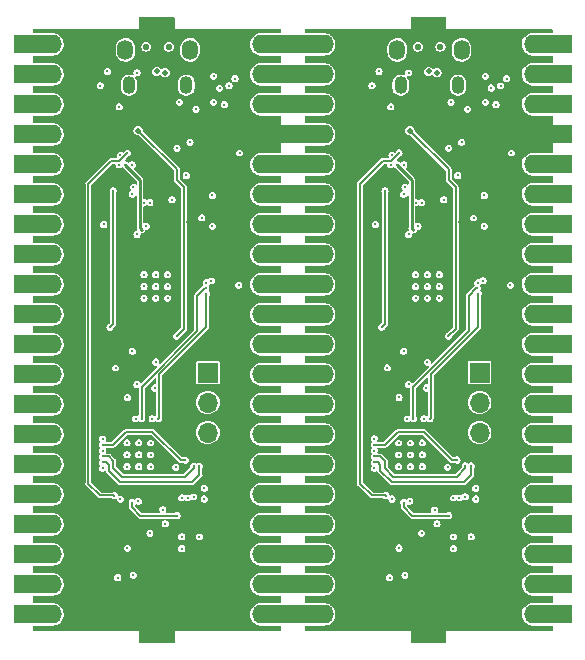
<source format=gbr>
G04 #@! TF.GenerationSoftware,KiCad,Pcbnew,7.0.7*
G04 #@! TF.CreationDate,2023-10-11T15:24:26+07:00*
G04 #@! TF.ProjectId,panel,70616e65-6c2e-46b6-9963-61645f706362,rev?*
G04 #@! TF.SameCoordinates,Original*
G04 #@! TF.FileFunction,Copper,L3,Inr*
G04 #@! TF.FilePolarity,Positive*
%FSLAX46Y46*%
G04 Gerber Fmt 4.6, Leading zero omitted, Abs format (unit mm)*
G04 Created by KiCad (PCBNEW 7.0.7) date 2023-10-11 15:24:26*
%MOMM*%
%LPD*%
G01*
G04 APERTURE LIST*
G04 #@! TA.AperFunction,ComponentPad*
%ADD10R,3.200000X1.600000*%
G04 #@! TD*
G04 #@! TA.AperFunction,ComponentPad*
%ADD11O,1.700000X1.600000*%
G04 #@! TD*
G04 #@! TA.AperFunction,ComponentPad*
%ADD12O,1.350000X1.700000*%
G04 #@! TD*
G04 #@! TA.AperFunction,ComponentPad*
%ADD13O,1.100000X1.500000*%
G04 #@! TD*
G04 #@! TA.AperFunction,ComponentPad*
%ADD14R,1.700000X1.700000*%
G04 #@! TD*
G04 #@! TA.AperFunction,ComponentPad*
%ADD15O,1.700000X1.700000*%
G04 #@! TD*
G04 #@! TA.AperFunction,ViaPad*
%ADD16C,0.300000*%
G04 #@! TD*
G04 #@! TA.AperFunction,ViaPad*
%ADD17C,0.550000*%
G04 #@! TD*
G04 #@! TA.AperFunction,ViaPad*
%ADD18C,0.500000*%
G04 #@! TD*
G04 #@! TA.AperFunction,Conductor*
%ADD19C,0.200000*%
G04 #@! TD*
G04 #@! TA.AperFunction,Conductor*
%ADD20C,0.250000*%
G04 #@! TD*
G04 APERTURE END LIST*
D10*
G04 #@! TO.N,Board_0-VBUS*
G04 #@! TO.C,J3*
X147500000Y-28300000D03*
D11*
X145890000Y-28300000D03*
D10*
G04 #@! TO.N,Board_0-+3.3V*
X147500000Y-30840000D03*
D11*
X145890000Y-30840000D03*
D10*
G04 #@! TO.N,Board_0-GND*
X147500000Y-33380000D03*
D11*
X145890000Y-33380000D03*
D10*
G04 #@! TO.N,Board_0-+1V1*
X147500000Y-35920000D03*
D11*
X145890000Y-35920000D03*
D10*
G04 #@! TO.N,Board_0-/RESET*
X147500000Y-38460000D03*
D11*
X145890000Y-38460000D03*
D10*
G04 #@! TO.N,Board_0-/P29*
X147500000Y-41000000D03*
D11*
X145890000Y-41000000D03*
D10*
G04 #@! TO.N,Board_0-/P28*
X147500000Y-43540000D03*
D11*
X145890000Y-43540000D03*
D10*
G04 #@! TO.N,Board_0-GND*
X147500000Y-46080000D03*
D11*
X145890000Y-46080000D03*
D10*
G04 #@! TO.N,Board_0-/P27*
X147500000Y-48620000D03*
D11*
X145890000Y-48620000D03*
D10*
G04 #@! TO.N,Board_0-/P26*
X147500000Y-51160000D03*
D11*
X145890000Y-51160000D03*
D10*
G04 #@! TO.N,Board_0-/FLASH_SS*
X147500000Y-53700000D03*
D11*
X145890000Y-53700000D03*
D10*
G04 #@! TO.N,Board_0-unconnected-(J3-Pin_12-Pad12)*
X147500000Y-56240000D03*
D11*
X145890000Y-56240000D03*
D10*
G04 #@! TO.N,Board_0-GND*
X147500000Y-58780000D03*
D11*
X145890000Y-58780000D03*
D10*
G04 #@! TO.N,Board_0-/P21*
X147500000Y-61320000D03*
D11*
X145890000Y-61320000D03*
D10*
G04 #@! TO.N,Board_0-/P20*
X147500000Y-63860000D03*
D11*
X145890000Y-63860000D03*
D10*
G04 #@! TO.N,Board_0-/P19*
X147500000Y-66400000D03*
D11*
X145890000Y-66400000D03*
D10*
G04 #@! TO.N,Board_0-/P18*
X147500000Y-68940000D03*
D11*
X145890000Y-68940000D03*
D10*
G04 #@! TO.N,Board_0-GND*
X147500000Y-71480000D03*
D11*
X145890000Y-71480000D03*
D10*
G04 #@! TO.N,Board_0-/P17*
X147500000Y-74020000D03*
D11*
X145890000Y-74020000D03*
D10*
G04 #@! TO.N,Board_0-/P16*
X147500000Y-76560000D03*
D11*
X145890000Y-76560000D03*
G04 #@! TD*
D10*
G04 #@! TO.N,Board_1-VBUS*
G04 #@! TO.C,J3*
X170500000Y-28300000D03*
D11*
X168890000Y-28300000D03*
D10*
G04 #@! TO.N,Board_1-+3.3V*
X170500000Y-30840000D03*
D11*
X168890000Y-30840000D03*
D10*
G04 #@! TO.N,Board_1-GND*
X170500000Y-33380000D03*
D11*
X168890000Y-33380000D03*
D10*
G04 #@! TO.N,Board_1-+1V1*
X170500000Y-35920000D03*
D11*
X168890000Y-35920000D03*
D10*
G04 #@! TO.N,Board_1-/RESET*
X170500000Y-38460000D03*
D11*
X168890000Y-38460000D03*
D10*
G04 #@! TO.N,Board_1-/P29*
X170500000Y-41000000D03*
D11*
X168890000Y-41000000D03*
D10*
G04 #@! TO.N,Board_1-/P28*
X170500000Y-43540000D03*
D11*
X168890000Y-43540000D03*
D10*
G04 #@! TO.N,Board_1-GND*
X170500000Y-46080000D03*
D11*
X168890000Y-46080000D03*
D10*
G04 #@! TO.N,Board_1-/P27*
X170500000Y-48620000D03*
D11*
X168890000Y-48620000D03*
D10*
G04 #@! TO.N,Board_1-/P26*
X170500000Y-51160000D03*
D11*
X168890000Y-51160000D03*
D10*
G04 #@! TO.N,Board_1-/FLASH_SS*
X170500000Y-53700000D03*
D11*
X168890000Y-53700000D03*
D10*
G04 #@! TO.N,Board_1-unconnected-(J3-Pin_12-Pad12)*
X170500000Y-56240000D03*
D11*
X168890000Y-56240000D03*
D10*
G04 #@! TO.N,Board_1-GND*
X170500000Y-58780000D03*
D11*
X168890000Y-58780000D03*
D10*
G04 #@! TO.N,Board_1-/P21*
X170500000Y-61320000D03*
D11*
X168890000Y-61320000D03*
D10*
G04 #@! TO.N,Board_1-/P20*
X170500000Y-63860000D03*
D11*
X168890000Y-63860000D03*
D10*
G04 #@! TO.N,Board_1-/P19*
X170500000Y-66400000D03*
D11*
X168890000Y-66400000D03*
D10*
G04 #@! TO.N,Board_1-/P18*
X170500000Y-68940000D03*
D11*
X168890000Y-68940000D03*
D10*
G04 #@! TO.N,Board_1-GND*
X170500000Y-71480000D03*
D11*
X168890000Y-71480000D03*
D10*
G04 #@! TO.N,Board_1-/P17*
X170500000Y-74020000D03*
D11*
X168890000Y-74020000D03*
D10*
G04 #@! TO.N,Board_1-/P16*
X170500000Y-76560000D03*
D11*
X168890000Y-76560000D03*
G04 #@! TD*
D12*
G04 #@! TO.N,Board_1-GND*
G04 #@! TO.C,J1*
X162790000Y-28770000D03*
D13*
X162480000Y-31770000D03*
X157640000Y-31770000D03*
D12*
X157330000Y-28770000D03*
G04 #@! TD*
D10*
G04 #@! TO.N,Board_1-/P0*
G04 #@! TO.C,J2*
X149490000Y-28300000D03*
D11*
X151100000Y-28300000D03*
D10*
G04 #@! TO.N,Board_1-/P1*
X149490000Y-30840000D03*
D11*
X151100000Y-30840000D03*
D10*
G04 #@! TO.N,Board_1-GND*
X149490000Y-33380000D03*
D11*
X151100000Y-33380000D03*
D10*
G04 #@! TO.N,Board_1-/P2*
X149490000Y-35920000D03*
D11*
X151100000Y-35920000D03*
D10*
G04 #@! TO.N,Board_1-/P3*
X149490000Y-38460000D03*
D11*
X151100000Y-38460000D03*
D10*
G04 #@! TO.N,Board_1-/P4*
X149490000Y-41000000D03*
D11*
X151100000Y-41000000D03*
D10*
G04 #@! TO.N,Board_1-/P5*
X149490000Y-43540000D03*
D11*
X151100000Y-43540000D03*
D10*
G04 #@! TO.N,Board_1-GND*
X149490000Y-46080000D03*
D11*
X151100000Y-46080000D03*
D10*
G04 #@! TO.N,Board_1-/P6*
X149490000Y-48620000D03*
D11*
X151100000Y-48620000D03*
D10*
G04 #@! TO.N,Board_1-/P7*
X149490000Y-51160000D03*
D11*
X151100000Y-51160000D03*
D10*
G04 #@! TO.N,Board_1-/P8*
X149490000Y-53700000D03*
D11*
X151100000Y-53700000D03*
D10*
G04 #@! TO.N,Board_1-/P9*
X149490000Y-56240000D03*
D11*
X151100000Y-56240000D03*
D10*
G04 #@! TO.N,Board_1-GND*
X149490000Y-58780000D03*
D11*
X151100000Y-58780000D03*
D10*
G04 #@! TO.N,Board_1-/P10*
X149490000Y-61320000D03*
D11*
X151100000Y-61320000D03*
D10*
G04 #@! TO.N,Board_1-/P11*
X149490000Y-63860000D03*
D11*
X151100000Y-63860000D03*
D10*
G04 #@! TO.N,Board_1-/P12*
X149490000Y-66400000D03*
D11*
X151100000Y-66400000D03*
D10*
G04 #@! TO.N,Board_1-/P13*
X149490000Y-68940000D03*
D11*
X151100000Y-68940000D03*
D10*
G04 #@! TO.N,Board_1-GND*
X149490000Y-71480000D03*
D11*
X151100000Y-71480000D03*
D10*
G04 #@! TO.N,Board_1-/P14*
X149490000Y-74020000D03*
D11*
X151100000Y-74020000D03*
D10*
G04 #@! TO.N,Board_1-/P15*
X149490000Y-76560000D03*
D11*
X151100000Y-76560000D03*
G04 #@! TD*
D10*
G04 #@! TO.N,Board_0-/P0*
G04 #@! TO.C,J2*
X126490000Y-28300000D03*
D11*
X128100000Y-28300000D03*
D10*
G04 #@! TO.N,Board_0-/P1*
X126490000Y-30840000D03*
D11*
X128100000Y-30840000D03*
D10*
G04 #@! TO.N,Board_0-GND*
X126490000Y-33380000D03*
D11*
X128100000Y-33380000D03*
D10*
G04 #@! TO.N,Board_0-/P2*
X126490000Y-35920000D03*
D11*
X128100000Y-35920000D03*
D10*
G04 #@! TO.N,Board_0-/P3*
X126490000Y-38460000D03*
D11*
X128100000Y-38460000D03*
D10*
G04 #@! TO.N,Board_0-/P4*
X126490000Y-41000000D03*
D11*
X128100000Y-41000000D03*
D10*
G04 #@! TO.N,Board_0-/P5*
X126490000Y-43540000D03*
D11*
X128100000Y-43540000D03*
D10*
G04 #@! TO.N,Board_0-GND*
X126490000Y-46080000D03*
D11*
X128100000Y-46080000D03*
D10*
G04 #@! TO.N,Board_0-/P6*
X126490000Y-48620000D03*
D11*
X128100000Y-48620000D03*
D10*
G04 #@! TO.N,Board_0-/P7*
X126490000Y-51160000D03*
D11*
X128100000Y-51160000D03*
D10*
G04 #@! TO.N,Board_0-/P8*
X126490000Y-53700000D03*
D11*
X128100000Y-53700000D03*
D10*
G04 #@! TO.N,Board_0-/P9*
X126490000Y-56240000D03*
D11*
X128100000Y-56240000D03*
D10*
G04 #@! TO.N,Board_0-GND*
X126490000Y-58780000D03*
D11*
X128100000Y-58780000D03*
D10*
G04 #@! TO.N,Board_0-/P10*
X126490000Y-61320000D03*
D11*
X128100000Y-61320000D03*
D10*
G04 #@! TO.N,Board_0-/P11*
X126490000Y-63860000D03*
D11*
X128100000Y-63860000D03*
D10*
G04 #@! TO.N,Board_0-/P12*
X126490000Y-66400000D03*
D11*
X128100000Y-66400000D03*
D10*
G04 #@! TO.N,Board_0-/P13*
X126490000Y-68940000D03*
D11*
X128100000Y-68940000D03*
D10*
G04 #@! TO.N,Board_0-GND*
X126490000Y-71480000D03*
D11*
X128100000Y-71480000D03*
D10*
G04 #@! TO.N,Board_0-/P14*
X126490000Y-74020000D03*
D11*
X128100000Y-74020000D03*
D10*
G04 #@! TO.N,Board_0-/P15*
X126490000Y-76560000D03*
D11*
X128100000Y-76560000D03*
G04 #@! TD*
D12*
G04 #@! TO.N,Board_0-GND*
G04 #@! TO.C,J1*
X139790000Y-28770000D03*
D13*
X139480000Y-31770000D03*
X134640000Y-31770000D03*
D12*
X134330000Y-28770000D03*
G04 #@! TD*
D14*
G04 #@! TO.N,Board_0-/SWDIO*
G04 #@! TO.C,J4*
X141310000Y-56090000D03*
D15*
G04 #@! TO.N,Board_0-GND*
X141310000Y-58630000D03*
G04 #@! TO.N,Board_0-/SWCLK*
X141310000Y-61170000D03*
G04 #@! TD*
D14*
G04 #@! TO.N,Board_1-/SWDIO*
G04 #@! TO.C,J4*
X164310000Y-56090000D03*
D15*
G04 #@! TO.N,Board_1-GND*
X164310000Y-58630000D03*
G04 #@! TO.N,Board_1-/SWCLK*
X164310000Y-61170000D03*
G04 #@! TD*
D16*
G04 #@! TO.N,Board_1-VBUS*
X163300000Y-33800000D03*
X165300000Y-32000000D03*
X165700000Y-33400000D03*
X164800000Y-31000000D03*
X161900000Y-33200000D03*
G04 #@! TO.N,Board_1-Net-(U4-U0TXD)*
X161700000Y-37100000D03*
X156900000Y-66800000D03*
G04 #@! TO.N,Board_1-Net-(U4-U0RXD)*
X157500000Y-37500000D03*
X156388221Y-66511779D03*
G04 #@! TO.N,Board_1-GND*
X159900000Y-47800000D03*
X166100000Y-31800000D03*
X163800000Y-43000000D03*
X159462500Y-62050000D03*
D17*
X159100000Y-28500000D03*
D16*
X157462500Y-63050000D03*
X164000000Y-65900000D03*
X158900000Y-41700000D03*
X155200000Y-31800000D03*
X159900000Y-48800000D03*
D17*
X161000000Y-28500000D03*
D16*
X156900000Y-37700000D03*
X166925000Y-48700000D03*
X159800000Y-57400000D03*
X160700000Y-68900000D03*
X158900000Y-47800000D03*
X156800000Y-33600000D03*
X155500000Y-43555000D03*
X158462500Y-63050000D03*
X158900000Y-49800000D03*
X157462500Y-64050000D03*
X158462500Y-62050000D03*
X159400000Y-41700000D03*
X160900000Y-48800000D03*
X159462500Y-63050000D03*
X158462500Y-64050000D03*
X157490000Y-70950000D03*
X157900000Y-41000000D03*
X161280000Y-41455000D03*
X166600000Y-31200000D03*
X159900000Y-49800000D03*
X164700000Y-41100000D03*
X158000000Y-40400000D03*
X162475000Y-39400000D03*
X157500000Y-58200000D03*
X160900000Y-47800000D03*
X163600000Y-70000000D03*
X158900000Y-48800000D03*
X157462500Y-62050000D03*
X162100000Y-71000000D03*
X159900000Y-55200000D03*
X157900000Y-54300000D03*
X158300000Y-30700000D03*
X164000000Y-66800000D03*
X159462500Y-64050000D03*
X167000000Y-37500000D03*
X162100000Y-70000000D03*
X160500000Y-67700000D03*
X160900000Y-49800000D03*
X158300000Y-57100000D03*
X164800000Y-33200000D03*
X156690000Y-73450000D03*
X156500000Y-55700000D03*
X162800000Y-36600000D03*
G04 #@! TO.N,Board_1-/RESET*
X161662500Y-53000000D03*
D18*
X158400000Y-35600000D03*
D16*
G04 #@! TO.N,Board_1-/P29*
X164700000Y-43700000D03*
X155800000Y-30600000D03*
G04 #@! TO.N,Board_1-/P25*
X164605644Y-48317741D03*
X158200000Y-60000000D03*
G04 #@! TO.N,Board_1-/P24*
X164170000Y-48500000D03*
X159600000Y-60000000D03*
G04 #@! TO.N,Board_1-/P23*
X164120000Y-48960000D03*
X158700000Y-60000000D03*
G04 #@! TO.N,Board_1-/P22*
X164190000Y-49410000D03*
X160100000Y-60000000D03*
G04 #@! TO.N,Board_1-/FLASH_SS*
X156030000Y-52250000D03*
X156300000Y-40700000D03*
G04 #@! TO.N,Board_1-/FLASH_SD3*
X156800000Y-38500000D03*
X159100000Y-43700000D03*
G04 #@! TO.N,Board_1-/FLASH_SD0*
X157900000Y-38500000D03*
X158300000Y-44400000D03*
G04 #@! TO.N,Board_1-/FLASH_CLOCK*
X158700000Y-44000000D03*
X157300000Y-38500000D03*
G04 #@! TO.N,Board_1-/ESP_CLKOUT*
X161700000Y-68200000D03*
X157900000Y-67100000D03*
G04 #@! TO.N,Board_1-/ESP_CLKIN*
X159400000Y-69700000D03*
X158411779Y-67000000D03*
G04 #@! TO.N,Board_1-/ESP_ANT*
X157990000Y-73250000D03*
X161600000Y-64100000D03*
G04 #@! TO.N,Board_1-/ESPFLASH_SS*
X155400000Y-62700000D03*
X162100000Y-66700000D03*
G04 #@! TO.N,Board_1-/ESPFLASH_D3*
X162400000Y-63500000D03*
X155400000Y-62200000D03*
G04 #@! TO.N,Board_1-/ESPFLASH_D2*
X155400000Y-61700000D03*
X163100000Y-66600000D03*
G04 #@! TO.N,Board_1-/ESPFLASH_D1*
X162600000Y-66700000D03*
X155400000Y-64200000D03*
G04 #@! TO.N,Board_1-/ESPFLASH_D0*
X163600000Y-64000000D03*
X155400000Y-63700000D03*
G04 #@! TO.N,Board_1-/ESPFLASH_CLOCK*
X163100000Y-64000000D03*
X155400000Y-63200000D03*
D18*
G04 #@! TO.N,Board_1-/DP*
X160000000Y-30600000D03*
G04 #@! TO.N,Board_1-/DM*
X160700000Y-30700000D03*
D16*
G04 #@! TO.N,Board_1-+1V1*
X161700000Y-44500000D03*
X161980000Y-43355000D03*
X160400000Y-53100000D03*
X162580000Y-43355000D03*
X161280000Y-43355000D03*
X159600000Y-44500000D03*
G04 #@! TO.N,Board_0-VBUS*
X142300000Y-32000000D03*
X138900000Y-33200000D03*
X141800000Y-31000000D03*
X142700000Y-33400000D03*
X140300000Y-33800000D03*
G04 #@! TO.N,Board_0-Net-(U4-U0TXD)*
X133900000Y-66800000D03*
X138700000Y-37100000D03*
G04 #@! TO.N,Board_0-Net-(U4-U0RXD)*
X134500000Y-37500000D03*
X133388221Y-66511779D03*
G04 #@! TO.N,Board_0-GND*
X136900000Y-47800000D03*
X141000000Y-66800000D03*
X136462500Y-64050000D03*
X135300000Y-30700000D03*
X141000000Y-65900000D03*
X134462500Y-64050000D03*
X135000000Y-40400000D03*
X135900000Y-49800000D03*
X144000000Y-37500000D03*
X134500000Y-58200000D03*
X136900000Y-55200000D03*
X138280000Y-41455000D03*
X132500000Y-43555000D03*
X136462500Y-62050000D03*
X136462500Y-63050000D03*
X143925000Y-48700000D03*
X136800000Y-57400000D03*
X140600000Y-70000000D03*
X136900000Y-48800000D03*
X143100000Y-31800000D03*
X136400000Y-41700000D03*
X139800000Y-36600000D03*
X134900000Y-54300000D03*
X134490000Y-70950000D03*
X133800000Y-33600000D03*
X139100000Y-70000000D03*
X134900000Y-41000000D03*
X135462500Y-63050000D03*
X133500000Y-55700000D03*
X135900000Y-41700000D03*
X140800000Y-43000000D03*
X143600000Y-31200000D03*
X134462500Y-63050000D03*
X137500000Y-67700000D03*
X137900000Y-49800000D03*
X141800000Y-33200000D03*
X135900000Y-48800000D03*
D17*
X138000000Y-28500000D03*
D16*
X135300000Y-57100000D03*
X135900000Y-47800000D03*
X137900000Y-47800000D03*
D17*
X136100000Y-28500000D03*
D16*
X139475000Y-39400000D03*
X141700000Y-41100000D03*
X132200000Y-31800000D03*
X137700000Y-68900000D03*
X135462500Y-64050000D03*
X136900000Y-49800000D03*
X135462500Y-62050000D03*
X133690000Y-73450000D03*
X134462500Y-62050000D03*
X133900000Y-37700000D03*
X139100000Y-71000000D03*
X137900000Y-48800000D03*
D18*
G04 #@! TO.N,Board_0-/RESET*
X135400000Y-35600000D03*
D16*
X138662500Y-53000000D03*
G04 #@! TO.N,Board_0-/P29*
X132800000Y-30600000D03*
X141700000Y-43700000D03*
G04 #@! TO.N,Board_0-/P25*
X141605644Y-48317741D03*
X135200000Y-60000000D03*
G04 #@! TO.N,Board_0-/P24*
X136600000Y-60000000D03*
X141170000Y-48500000D03*
G04 #@! TO.N,Board_0-/P23*
X141120000Y-48960000D03*
X135700000Y-60000000D03*
G04 #@! TO.N,Board_0-/P22*
X141190000Y-49410000D03*
X137100000Y-60000000D03*
G04 #@! TO.N,Board_0-/FLASH_SS*
X133030000Y-52250000D03*
X133300000Y-40700000D03*
G04 #@! TO.N,Board_0-/FLASH_SD3*
X133800000Y-38500000D03*
X136100000Y-43700000D03*
G04 #@! TO.N,Board_0-/FLASH_SD0*
X135300000Y-44400000D03*
X134900000Y-38500000D03*
G04 #@! TO.N,Board_0-/FLASH_CLOCK*
X135700000Y-44000000D03*
X134300000Y-38500000D03*
G04 #@! TO.N,Board_0-/ESP_CLKOUT*
X138700000Y-68200000D03*
X134900000Y-67100000D03*
G04 #@! TO.N,Board_0-/ESP_CLKIN*
X136400000Y-69700000D03*
X135411779Y-67000000D03*
G04 #@! TO.N,Board_0-/ESP_ANT*
X138600000Y-64100000D03*
X134990000Y-73250000D03*
G04 #@! TO.N,Board_0-/ESPFLASH_SS*
X139100000Y-66700000D03*
X132400000Y-62700000D03*
G04 #@! TO.N,Board_0-/ESPFLASH_D3*
X139400000Y-63500000D03*
X132400000Y-62200000D03*
G04 #@! TO.N,Board_0-/ESPFLASH_D2*
X132400000Y-61700000D03*
X140100000Y-66600000D03*
G04 #@! TO.N,Board_0-/ESPFLASH_D1*
X132400000Y-64200000D03*
X139600000Y-66700000D03*
G04 #@! TO.N,Board_0-/ESPFLASH_D0*
X140600000Y-64000000D03*
X132400000Y-63700000D03*
G04 #@! TO.N,Board_0-/ESPFLASH_CLOCK*
X140100000Y-64000000D03*
X132400000Y-63200000D03*
D18*
G04 #@! TO.N,Board_0-/DP*
X137000000Y-30600000D03*
G04 #@! TO.N,Board_0-/DM*
X137700000Y-30700000D03*
D16*
G04 #@! TO.N,Board_0-+1V1*
X138280000Y-43355000D03*
X139580000Y-43355000D03*
X137400000Y-53100000D03*
X136600000Y-44500000D03*
X138700000Y-44500000D03*
X138980000Y-43355000D03*
G04 #@! TD*
D19*
G04 #@! TO.N,Board_1-Net-(U4-U0RXD)*
X154200000Y-65500000D02*
X154200000Y-40100000D01*
X157500000Y-37524265D02*
X157500000Y-37500000D01*
X156824265Y-38200000D02*
X157500000Y-37524265D01*
X154200000Y-40100000D02*
X156100000Y-38200000D01*
X156388221Y-66511779D02*
X156376442Y-66500000D01*
X156100000Y-38200000D02*
X156824265Y-38200000D01*
X156376442Y-66500000D02*
X155200000Y-66500000D01*
X155200000Y-66500000D02*
X154200000Y-65500000D01*
G04 #@! TO.N,Board_1-/RESET*
X161700000Y-38900000D02*
X158400000Y-35600000D01*
X162280000Y-52382500D02*
X162280000Y-40380000D01*
X161662500Y-53000000D02*
X162280000Y-52382500D01*
X162280000Y-40380000D02*
X161700000Y-39800000D01*
X161700000Y-39800000D02*
X161700000Y-38900000D01*
G04 #@! TO.N,Board_1-/P23*
X163400000Y-49600000D02*
X163400000Y-52600000D01*
X164040000Y-48960000D02*
X163400000Y-49600000D01*
X164120000Y-48960000D02*
X164040000Y-48960000D01*
X158700000Y-57300000D02*
X158700000Y-60000000D01*
X163400000Y-52600000D02*
X158700000Y-57300000D01*
G04 #@! TO.N,Board_1-/P22*
X164190000Y-49410000D02*
X164190000Y-52210000D01*
X160200000Y-59900000D02*
X160100000Y-60000000D01*
X160200000Y-56200000D02*
X160200000Y-59900000D01*
X164190000Y-52210000D02*
X160200000Y-56200000D01*
G04 #@! TO.N,Board_1-/FLASH_SS*
X156300000Y-51980000D02*
X156300000Y-40700000D01*
X156030000Y-52250000D02*
X156300000Y-51980000D01*
D20*
G04 #@! TO.N,Board_1-/FLASH_CLOCK*
X158575000Y-43875000D02*
X158575000Y-39775000D01*
X158575000Y-39775000D02*
X157300000Y-38500000D01*
X158700000Y-44000000D02*
X158575000Y-43875000D01*
D19*
G04 #@! TO.N,Board_1-/ESP_CLKOUT*
X158600000Y-68200000D02*
X157900000Y-67500000D01*
X157900000Y-67500000D02*
X157900000Y-67100000D01*
X161700000Y-68200000D02*
X158600000Y-68200000D01*
G04 #@! TO.N,Board_1-/ESPFLASH_D3*
X162000000Y-63500000D02*
X159600000Y-61100000D01*
X156300000Y-62200000D02*
X155400000Y-62200000D01*
X162400000Y-63500000D02*
X162000000Y-63500000D01*
X157400000Y-61100000D02*
X156300000Y-62200000D01*
X159600000Y-61100000D02*
X157400000Y-61100000D01*
G04 #@! TO.N,Board_1-/ESPFLASH_D0*
X162953553Y-65400000D02*
X156900000Y-65400000D01*
X156900000Y-65400000D02*
X155900000Y-64400000D01*
X155700000Y-63700000D02*
X155400000Y-63700000D01*
X163600000Y-64753553D02*
X162953553Y-65400000D01*
X163600000Y-64000000D02*
X163600000Y-64753553D01*
X155900000Y-63900000D02*
X155700000Y-63700000D01*
X155900000Y-64400000D02*
X155900000Y-63900000D01*
G04 #@! TO.N,Board_1-/ESPFLASH_CLOCK*
X163100000Y-64000000D02*
X163100000Y-64200000D01*
X162400000Y-64900000D02*
X157000000Y-64900000D01*
X163100000Y-64200000D02*
X162400000Y-64900000D01*
X157000000Y-64900000D02*
X156300000Y-64200000D01*
X156300000Y-64200000D02*
X156300000Y-63600000D01*
X155900000Y-63200000D02*
X155400000Y-63200000D01*
X156300000Y-63600000D02*
X155900000Y-63200000D01*
G04 #@! TO.N,Board_0-Net-(U4-U0RXD)*
X132200000Y-66500000D02*
X131200000Y-65500000D01*
X134500000Y-37524265D02*
X134500000Y-37500000D01*
X133376442Y-66500000D02*
X132200000Y-66500000D01*
X133388221Y-66511779D02*
X133376442Y-66500000D01*
X133100000Y-38200000D02*
X133824265Y-38200000D01*
X133824265Y-38200000D02*
X134500000Y-37524265D01*
X131200000Y-40100000D02*
X133100000Y-38200000D01*
X131200000Y-65500000D02*
X131200000Y-40100000D01*
G04 #@! TO.N,Board_0-/RESET*
X139280000Y-40380000D02*
X138700000Y-39800000D01*
X138662500Y-53000000D02*
X139280000Y-52382500D01*
X138700000Y-39800000D02*
X138700000Y-38900000D01*
X139280000Y-52382500D02*
X139280000Y-40380000D01*
X138700000Y-38900000D02*
X135400000Y-35600000D01*
G04 #@! TO.N,Board_0-/P23*
X140400000Y-49600000D02*
X140400000Y-52600000D01*
X135700000Y-57300000D02*
X135700000Y-60000000D01*
X140400000Y-52600000D02*
X135700000Y-57300000D01*
X141040000Y-48960000D02*
X140400000Y-49600000D01*
X141120000Y-48960000D02*
X141040000Y-48960000D01*
G04 #@! TO.N,Board_0-/P22*
X141190000Y-49410000D02*
X141190000Y-52210000D01*
X137200000Y-56200000D02*
X137200000Y-59900000D01*
X137200000Y-59900000D02*
X137100000Y-60000000D01*
X141190000Y-52210000D02*
X137200000Y-56200000D01*
G04 #@! TO.N,Board_0-/FLASH_SS*
X133030000Y-52250000D02*
X133300000Y-51980000D01*
X133300000Y-51980000D02*
X133300000Y-40700000D01*
D20*
G04 #@! TO.N,Board_0-/FLASH_CLOCK*
X135700000Y-44000000D02*
X135575000Y-43875000D01*
X135575000Y-39775000D02*
X134300000Y-38500000D01*
X135575000Y-43875000D02*
X135575000Y-39775000D01*
D19*
G04 #@! TO.N,Board_0-/ESP_CLKOUT*
X138700000Y-68200000D02*
X135600000Y-68200000D01*
X134900000Y-67500000D02*
X134900000Y-67100000D01*
X135600000Y-68200000D02*
X134900000Y-67500000D01*
G04 #@! TO.N,Board_0-/ESPFLASH_D3*
X136600000Y-61100000D02*
X134400000Y-61100000D01*
X139000000Y-63500000D02*
X136600000Y-61100000D01*
X134400000Y-61100000D02*
X133300000Y-62200000D01*
X133300000Y-62200000D02*
X132400000Y-62200000D01*
X139400000Y-63500000D02*
X139000000Y-63500000D01*
G04 #@! TO.N,Board_0-/ESPFLASH_D0*
X139953553Y-65400000D02*
X133900000Y-65400000D01*
X132900000Y-63900000D02*
X132700000Y-63700000D01*
X133900000Y-65400000D02*
X132900000Y-64400000D01*
X140600000Y-64000000D02*
X140600000Y-64753553D01*
X140600000Y-64753553D02*
X139953553Y-65400000D01*
X132700000Y-63700000D02*
X132400000Y-63700000D01*
X132900000Y-64400000D02*
X132900000Y-63900000D01*
G04 #@! TO.N,Board_0-/ESPFLASH_CLOCK*
X134000000Y-64900000D02*
X133300000Y-64200000D01*
X132900000Y-63200000D02*
X132400000Y-63200000D01*
X140100000Y-64200000D02*
X139400000Y-64900000D01*
X133300000Y-64200000D02*
X133300000Y-63600000D01*
X140100000Y-64000000D02*
X140100000Y-64200000D01*
X133300000Y-63600000D02*
X132900000Y-63200000D01*
X139400000Y-64900000D02*
X134000000Y-64900000D01*
G04 #@! TD*
G04 #@! TA.AperFunction,Conductor*
G04 #@! TO.N,Board_1-+1V1*
G36*
X161473066Y-26017313D02*
G01*
X161498376Y-26061150D01*
X161499500Y-26074000D01*
X161499500Y-26985318D01*
X161499433Y-26985656D01*
X161499458Y-26999999D01*
X161499500Y-27000099D01*
X161499616Y-27000382D01*
X161499617Y-27000383D01*
X161500000Y-27000541D01*
X161514660Y-27000531D01*
X161514817Y-27000500D01*
X170425500Y-27000500D01*
X170473066Y-27017813D01*
X170498376Y-27061650D01*
X170499500Y-27074500D01*
X170499500Y-27275500D01*
X170482187Y-27323066D01*
X170438350Y-27348376D01*
X170425500Y-27349500D01*
X168791786Y-27349500D01*
X168647682Y-27364153D01*
X168647677Y-27364154D01*
X168463237Y-27422023D01*
X168463232Y-27422025D01*
X168294209Y-27515841D01*
X168294206Y-27515843D01*
X168147530Y-27641761D01*
X168029206Y-27794623D01*
X168029203Y-27794626D01*
X167944069Y-27968186D01*
X167895614Y-28155329D01*
X167886763Y-28329865D01*
X167885824Y-28348390D01*
X167915097Y-28539474D01*
X167982236Y-28720753D01*
X167982237Y-28720754D01*
X168084487Y-28884802D01*
X168084491Y-28884807D01*
X168217674Y-29024917D01*
X168217677Y-29024919D01*
X168376342Y-29135353D01*
X168475661Y-29177974D01*
X168546803Y-29208504D01*
X168553988Y-29211587D01*
X168553993Y-29211588D01*
X168743337Y-29250499D01*
X168743342Y-29250499D01*
X168743344Y-29250500D01*
X168885180Y-29250500D01*
X170425500Y-29250500D01*
X170473066Y-29267813D01*
X170498376Y-29311650D01*
X170499500Y-29324500D01*
X170499500Y-29815500D01*
X170482187Y-29863066D01*
X170438350Y-29888376D01*
X170425500Y-29889500D01*
X168791786Y-29889500D01*
X168647682Y-29904153D01*
X168647677Y-29904154D01*
X168463237Y-29962023D01*
X168463232Y-29962025D01*
X168294209Y-30055841D01*
X168294206Y-30055843D01*
X168147530Y-30181761D01*
X168029206Y-30334623D01*
X168029203Y-30334626D01*
X167944069Y-30508186D01*
X167895614Y-30695329D01*
X167890085Y-30804361D01*
X167885824Y-30888390D01*
X167915097Y-31079474D01*
X167982236Y-31260753D01*
X168007010Y-31300499D01*
X168084487Y-31424802D01*
X168084491Y-31424807D01*
X168217674Y-31564917D01*
X168217677Y-31564919D01*
X168376342Y-31675353D01*
X168432611Y-31699500D01*
X168546803Y-31748504D01*
X168553988Y-31751587D01*
X168553993Y-31751588D01*
X168743337Y-31790499D01*
X168743342Y-31790499D01*
X168743344Y-31790500D01*
X168885180Y-31790500D01*
X170425500Y-31790500D01*
X170473066Y-31807813D01*
X170498376Y-31851650D01*
X170499500Y-31864500D01*
X170499500Y-32355500D01*
X170482187Y-32403066D01*
X170438350Y-32428376D01*
X170425500Y-32429500D01*
X168791786Y-32429500D01*
X168647682Y-32444153D01*
X168647677Y-32444154D01*
X168463237Y-32502023D01*
X168463232Y-32502025D01*
X168294209Y-32595841D01*
X168294206Y-32595843D01*
X168147530Y-32721761D01*
X168029206Y-32874623D01*
X168029203Y-32874626D01*
X167944069Y-33048186D01*
X167895614Y-33235329D01*
X167887264Y-33399999D01*
X167885824Y-33428390D01*
X167915097Y-33619474D01*
X167982236Y-33800753D01*
X167982237Y-33800754D01*
X168084487Y-33964802D01*
X168084491Y-33964807D01*
X168217674Y-34104917D01*
X168217677Y-34104919D01*
X168376342Y-34215353D01*
X168475661Y-34257974D01*
X168546803Y-34288504D01*
X168553988Y-34291587D01*
X168553993Y-34291588D01*
X168743337Y-34330499D01*
X168743342Y-34330499D01*
X168743344Y-34330500D01*
X168885180Y-34330500D01*
X170425500Y-34330500D01*
X170473066Y-34347813D01*
X170498376Y-34391650D01*
X170499500Y-34404500D01*
X170499500Y-37435500D01*
X170482187Y-37483066D01*
X170438350Y-37508376D01*
X170425500Y-37509500D01*
X168791786Y-37509500D01*
X168647682Y-37524153D01*
X168647677Y-37524154D01*
X168463237Y-37582023D01*
X168463232Y-37582025D01*
X168294209Y-37675841D01*
X168294206Y-37675843D01*
X168147530Y-37801761D01*
X168029206Y-37954623D01*
X168029203Y-37954626D01*
X167944069Y-38128186D01*
X167895614Y-38315329D01*
X167886249Y-38500000D01*
X167885824Y-38508390D01*
X167915097Y-38699474D01*
X167982236Y-38880753D01*
X167982237Y-38880754D01*
X168084487Y-39044802D01*
X168084491Y-39044807D01*
X168217674Y-39184917D01*
X168217677Y-39184919D01*
X168376342Y-39295353D01*
X168475661Y-39337974D01*
X168546803Y-39368504D01*
X168553988Y-39371587D01*
X168553993Y-39371588D01*
X168743337Y-39410499D01*
X168743342Y-39410499D01*
X168743344Y-39410500D01*
X168885180Y-39410500D01*
X170425500Y-39410500D01*
X170473066Y-39427813D01*
X170498376Y-39471650D01*
X170499500Y-39484500D01*
X170499500Y-39975500D01*
X170482187Y-40023066D01*
X170438350Y-40048376D01*
X170425500Y-40049500D01*
X168791786Y-40049500D01*
X168647682Y-40064153D01*
X168647677Y-40064154D01*
X168463237Y-40122023D01*
X168463232Y-40122025D01*
X168294209Y-40215841D01*
X168294206Y-40215843D01*
X168235345Y-40266373D01*
X168147532Y-40341760D01*
X168147531Y-40341760D01*
X168029206Y-40494623D01*
X168029203Y-40494626D01*
X167944069Y-40668186D01*
X167895614Y-40855329D01*
X167890732Y-40951610D01*
X167885824Y-41048390D01*
X167915097Y-41239474D01*
X167982236Y-41420753D01*
X167991580Y-41435744D01*
X168084487Y-41584802D01*
X168084491Y-41584807D01*
X168217674Y-41724917D01*
X168217677Y-41724919D01*
X168376342Y-41835353D01*
X168475661Y-41877974D01*
X168546803Y-41908504D01*
X168553988Y-41911587D01*
X168553993Y-41911588D01*
X168743337Y-41950499D01*
X168743342Y-41950499D01*
X168743344Y-41950500D01*
X168885180Y-41950500D01*
X170425500Y-41950500D01*
X170473066Y-41967813D01*
X170498376Y-42011650D01*
X170499500Y-42024500D01*
X170499500Y-42515500D01*
X170482187Y-42563066D01*
X170438350Y-42588376D01*
X170425500Y-42589500D01*
X168791786Y-42589500D01*
X168647682Y-42604153D01*
X168647677Y-42604154D01*
X168463237Y-42662023D01*
X168463232Y-42662025D01*
X168294209Y-42755841D01*
X168294206Y-42755843D01*
X168147530Y-42881761D01*
X168029206Y-43034623D01*
X168029203Y-43034626D01*
X167944069Y-43208186D01*
X167895614Y-43395329D01*
X167888727Y-43531145D01*
X167885824Y-43588390D01*
X167915097Y-43779474D01*
X167982236Y-43960753D01*
X167995788Y-43982495D01*
X168084487Y-44124802D01*
X168084491Y-44124807D01*
X168217674Y-44264917D01*
X168217677Y-44264919D01*
X168376342Y-44375353D01*
X168475661Y-44417974D01*
X168546803Y-44448504D01*
X168553988Y-44451587D01*
X168553993Y-44451588D01*
X168743337Y-44490499D01*
X168743342Y-44490499D01*
X168743344Y-44490500D01*
X168885180Y-44490500D01*
X170425500Y-44490500D01*
X170473066Y-44507813D01*
X170498376Y-44551650D01*
X170499500Y-44564500D01*
X170499500Y-45055500D01*
X170482187Y-45103066D01*
X170438350Y-45128376D01*
X170425500Y-45129500D01*
X168791786Y-45129500D01*
X168647682Y-45144153D01*
X168647677Y-45144154D01*
X168463237Y-45202023D01*
X168463232Y-45202025D01*
X168294209Y-45295841D01*
X168294206Y-45295843D01*
X168147530Y-45421761D01*
X168029206Y-45574623D01*
X168029203Y-45574626D01*
X167944069Y-45748186D01*
X167895614Y-45935329D01*
X167890732Y-46031610D01*
X167885824Y-46128390D01*
X167915097Y-46319474D01*
X167982236Y-46500753D01*
X167982237Y-46500754D01*
X168084487Y-46664802D01*
X168084491Y-46664807D01*
X168217674Y-46804917D01*
X168217677Y-46804919D01*
X168376342Y-46915353D01*
X168475661Y-46957974D01*
X168546803Y-46988504D01*
X168553988Y-46991587D01*
X168553993Y-46991588D01*
X168743337Y-47030499D01*
X168743342Y-47030499D01*
X168743344Y-47030500D01*
X168885180Y-47030500D01*
X170425500Y-47030500D01*
X170473066Y-47047813D01*
X170498376Y-47091650D01*
X170499500Y-47104500D01*
X170499500Y-47595500D01*
X170482187Y-47643066D01*
X170438350Y-47668376D01*
X170425500Y-47669500D01*
X168791786Y-47669500D01*
X168647682Y-47684153D01*
X168647677Y-47684154D01*
X168463237Y-47742023D01*
X168463232Y-47742025D01*
X168294209Y-47835841D01*
X168294206Y-47835843D01*
X168147530Y-47961761D01*
X168029206Y-48114623D01*
X168029203Y-48114626D01*
X167944069Y-48288186D01*
X167895614Y-48475329D01*
X167888367Y-48618240D01*
X167885824Y-48668390D01*
X167915097Y-48859474D01*
X167982236Y-49040753D01*
X168012801Y-49089791D01*
X168084487Y-49204802D01*
X168084491Y-49204807D01*
X168217674Y-49344917D01*
X168217677Y-49344919D01*
X168376342Y-49455353D01*
X168475661Y-49497974D01*
X168546803Y-49528504D01*
X168553988Y-49531587D01*
X168553993Y-49531588D01*
X168743337Y-49570499D01*
X168743342Y-49570499D01*
X168743344Y-49570500D01*
X168885180Y-49570500D01*
X170425500Y-49570500D01*
X170473066Y-49587813D01*
X170498376Y-49631650D01*
X170499500Y-49644500D01*
X170499500Y-50135500D01*
X170482187Y-50183066D01*
X170438350Y-50208376D01*
X170425500Y-50209500D01*
X168791786Y-50209500D01*
X168647682Y-50224153D01*
X168647677Y-50224154D01*
X168463237Y-50282023D01*
X168463232Y-50282025D01*
X168294209Y-50375841D01*
X168294206Y-50375843D01*
X168147530Y-50501761D01*
X168029206Y-50654623D01*
X168029203Y-50654626D01*
X167944069Y-50828186D01*
X167895614Y-51015329D01*
X167890732Y-51111610D01*
X167885824Y-51208390D01*
X167915097Y-51399474D01*
X167982236Y-51580753D01*
X167982237Y-51580754D01*
X168084487Y-51744802D01*
X168084491Y-51744807D01*
X168217674Y-51884917D01*
X168217677Y-51884919D01*
X168376342Y-51995353D01*
X168475661Y-52037974D01*
X168546803Y-52068504D01*
X168553988Y-52071587D01*
X168553993Y-52071588D01*
X168743337Y-52110499D01*
X168743342Y-52110499D01*
X168743344Y-52110500D01*
X168885180Y-52110500D01*
X170425500Y-52110500D01*
X170473066Y-52127813D01*
X170498376Y-52171650D01*
X170499500Y-52184500D01*
X170499500Y-52675500D01*
X170482187Y-52723066D01*
X170438350Y-52748376D01*
X170425500Y-52749500D01*
X168791786Y-52749500D01*
X168647682Y-52764153D01*
X168647677Y-52764154D01*
X168463237Y-52822023D01*
X168463232Y-52822025D01*
X168294209Y-52915841D01*
X168294206Y-52915843D01*
X168147530Y-53041761D01*
X168029206Y-53194623D01*
X168029203Y-53194626D01*
X167944069Y-53368186D01*
X167895614Y-53555329D01*
X167890732Y-53651610D01*
X167885824Y-53748390D01*
X167915097Y-53939474D01*
X167982236Y-54120753D01*
X167982237Y-54120754D01*
X168084487Y-54284802D01*
X168084491Y-54284807D01*
X168217674Y-54424917D01*
X168217677Y-54424919D01*
X168376342Y-54535353D01*
X168443689Y-54564254D01*
X168546803Y-54608504D01*
X168553988Y-54611587D01*
X168553993Y-54611588D01*
X168743337Y-54650499D01*
X168743342Y-54650499D01*
X168743344Y-54650500D01*
X168885180Y-54650500D01*
X170425500Y-54650500D01*
X170473066Y-54667813D01*
X170498376Y-54711650D01*
X170499500Y-54724500D01*
X170499500Y-55215500D01*
X170482187Y-55263066D01*
X170438350Y-55288376D01*
X170425500Y-55289500D01*
X168791786Y-55289500D01*
X168647682Y-55304153D01*
X168647677Y-55304154D01*
X168463237Y-55362023D01*
X168463232Y-55362025D01*
X168294209Y-55455841D01*
X168294206Y-55455843D01*
X168147530Y-55581761D01*
X168029206Y-55734623D01*
X168029203Y-55734626D01*
X167944069Y-55908186D01*
X167895614Y-56095329D01*
X167890732Y-56191610D01*
X167885824Y-56288390D01*
X167915097Y-56479474D01*
X167982236Y-56660753D01*
X167982237Y-56660754D01*
X168084487Y-56824802D01*
X168084491Y-56824807D01*
X168217674Y-56964917D01*
X168217677Y-56964919D01*
X168376342Y-57075353D01*
X168438020Y-57101821D01*
X168546803Y-57148504D01*
X168553988Y-57151587D01*
X168553993Y-57151588D01*
X168743337Y-57190499D01*
X168743342Y-57190499D01*
X168743344Y-57190500D01*
X168885180Y-57190500D01*
X170425500Y-57190500D01*
X170473066Y-57207813D01*
X170498376Y-57251650D01*
X170499500Y-57264500D01*
X170499500Y-57755500D01*
X170482187Y-57803066D01*
X170438350Y-57828376D01*
X170425500Y-57829500D01*
X168791786Y-57829500D01*
X168647682Y-57844153D01*
X168647677Y-57844154D01*
X168463237Y-57902023D01*
X168463232Y-57902025D01*
X168294209Y-57995841D01*
X168294206Y-57995843D01*
X168147530Y-58121761D01*
X168029206Y-58274623D01*
X168029203Y-58274626D01*
X167944069Y-58448186D01*
X167895614Y-58635329D01*
X167885938Y-58826133D01*
X167885824Y-58828390D01*
X167915097Y-59019474D01*
X167982236Y-59200753D01*
X167982237Y-59200754D01*
X168084487Y-59364802D01*
X168084491Y-59364807D01*
X168217674Y-59504917D01*
X168217677Y-59504919D01*
X168376342Y-59615353D01*
X168475661Y-59657974D01*
X168546803Y-59688504D01*
X168553988Y-59691587D01*
X168553993Y-59691588D01*
X168743337Y-59730499D01*
X168743342Y-59730499D01*
X168743344Y-59730500D01*
X168885180Y-59730500D01*
X170425500Y-59730500D01*
X170473066Y-59747813D01*
X170498376Y-59791650D01*
X170499500Y-59804500D01*
X170499500Y-60295500D01*
X170482187Y-60343066D01*
X170438350Y-60368376D01*
X170425500Y-60369500D01*
X168791786Y-60369500D01*
X168647682Y-60384153D01*
X168647677Y-60384154D01*
X168463237Y-60442023D01*
X168463232Y-60442025D01*
X168294209Y-60535841D01*
X168294206Y-60535843D01*
X168147530Y-60661761D01*
X168029206Y-60814623D01*
X168029203Y-60814626D01*
X167944069Y-60988186D01*
X167895614Y-61175329D01*
X167885938Y-61366133D01*
X167885824Y-61368390D01*
X167915097Y-61559474D01*
X167982236Y-61740753D01*
X167982237Y-61740754D01*
X168084487Y-61904802D01*
X168084491Y-61904807D01*
X168217674Y-62044917D01*
X168217677Y-62044919D01*
X168376342Y-62155353D01*
X168475661Y-62197974D01*
X168546803Y-62228504D01*
X168553988Y-62231587D01*
X168553993Y-62231588D01*
X168743337Y-62270499D01*
X168743342Y-62270499D01*
X168743344Y-62270500D01*
X168885180Y-62270500D01*
X170425500Y-62270500D01*
X170473066Y-62287813D01*
X170498376Y-62331650D01*
X170499500Y-62344500D01*
X170499500Y-62835500D01*
X170482187Y-62883066D01*
X170438350Y-62908376D01*
X170425500Y-62909500D01*
X168791786Y-62909500D01*
X168647682Y-62924153D01*
X168647677Y-62924154D01*
X168463237Y-62982023D01*
X168463232Y-62982025D01*
X168294209Y-63075841D01*
X168294206Y-63075843D01*
X168147530Y-63201761D01*
X168029206Y-63354623D01*
X168029203Y-63354626D01*
X167944069Y-63528186D01*
X167895614Y-63715329D01*
X167890732Y-63811610D01*
X167885824Y-63908390D01*
X167915097Y-64099474D01*
X167982236Y-64280753D01*
X168012801Y-64329791D01*
X168084487Y-64444802D01*
X168084491Y-64444807D01*
X168217674Y-64584917D01*
X168217677Y-64584919D01*
X168376342Y-64695353D01*
X168454467Y-64728879D01*
X168546803Y-64768504D01*
X168553988Y-64771587D01*
X168553993Y-64771588D01*
X168743337Y-64810499D01*
X168743342Y-64810499D01*
X168743344Y-64810500D01*
X168885180Y-64810500D01*
X170425500Y-64810500D01*
X170473066Y-64827813D01*
X170498376Y-64871650D01*
X170499500Y-64884500D01*
X170499500Y-65375500D01*
X170482187Y-65423066D01*
X170438350Y-65448376D01*
X170425500Y-65449500D01*
X168791786Y-65449500D01*
X168647682Y-65464153D01*
X168647677Y-65464154D01*
X168463237Y-65522023D01*
X168463232Y-65522025D01*
X168294209Y-65615841D01*
X168294206Y-65615843D01*
X168147530Y-65741761D01*
X168029206Y-65894623D01*
X168029203Y-65894626D01*
X167944069Y-66068186D01*
X167895614Y-66255329D01*
X167890732Y-66351610D01*
X167885824Y-66448390D01*
X167915097Y-66639474D01*
X167982236Y-66820753D01*
X168011678Y-66867988D01*
X168084487Y-66984802D01*
X168084491Y-66984807D01*
X168217674Y-67124917D01*
X168217677Y-67124919D01*
X168376342Y-67235353D01*
X168475661Y-67277974D01*
X168546803Y-67308504D01*
X168553988Y-67311587D01*
X168553993Y-67311588D01*
X168743337Y-67350499D01*
X168743342Y-67350499D01*
X168743344Y-67350500D01*
X168885180Y-67350500D01*
X170425500Y-67350500D01*
X170473066Y-67367813D01*
X170498376Y-67411650D01*
X170499500Y-67424500D01*
X170499500Y-67915500D01*
X170482187Y-67963066D01*
X170438350Y-67988376D01*
X170425500Y-67989500D01*
X168791786Y-67989500D01*
X168647682Y-68004153D01*
X168647677Y-68004154D01*
X168463237Y-68062023D01*
X168463232Y-68062025D01*
X168294209Y-68155841D01*
X168294206Y-68155843D01*
X168147530Y-68281761D01*
X168029206Y-68434623D01*
X168029203Y-68434626D01*
X167944069Y-68608186D01*
X167895614Y-68795329D01*
X167885824Y-68988388D01*
X167885824Y-68988390D01*
X167915097Y-69179474D01*
X167982236Y-69360753D01*
X167982237Y-69360754D01*
X168084487Y-69524802D01*
X168084491Y-69524807D01*
X168217674Y-69664917D01*
X168217677Y-69664919D01*
X168376342Y-69775353D01*
X168442771Y-69803860D01*
X168546803Y-69848504D01*
X168553988Y-69851587D01*
X168553993Y-69851588D01*
X168743337Y-69890499D01*
X168743342Y-69890499D01*
X168743344Y-69890500D01*
X168885180Y-69890500D01*
X170425500Y-69890500D01*
X170473066Y-69907813D01*
X170498376Y-69951650D01*
X170499500Y-69964500D01*
X170499500Y-70455500D01*
X170482187Y-70503066D01*
X170438350Y-70528376D01*
X170425500Y-70529500D01*
X168791786Y-70529500D01*
X168647682Y-70544153D01*
X168647677Y-70544154D01*
X168463237Y-70602023D01*
X168463232Y-70602025D01*
X168294209Y-70695841D01*
X168294206Y-70695843D01*
X168147530Y-70821761D01*
X168029206Y-70974623D01*
X168029203Y-70974626D01*
X167944069Y-71148186D01*
X167895614Y-71335329D01*
X167890732Y-71431610D01*
X167885824Y-71528390D01*
X167915097Y-71719474D01*
X167982236Y-71900753D01*
X167982237Y-71900754D01*
X168084487Y-72064802D01*
X168084491Y-72064807D01*
X168217674Y-72204917D01*
X168217677Y-72204919D01*
X168376342Y-72315353D01*
X168475661Y-72357974D01*
X168546803Y-72388504D01*
X168553988Y-72391587D01*
X168553993Y-72391588D01*
X168743337Y-72430499D01*
X168743342Y-72430499D01*
X168743344Y-72430500D01*
X168885180Y-72430500D01*
X170425500Y-72430500D01*
X170473066Y-72447813D01*
X170498376Y-72491650D01*
X170499500Y-72504500D01*
X170499500Y-72995500D01*
X170482187Y-73043066D01*
X170438350Y-73068376D01*
X170425500Y-73069500D01*
X168791786Y-73069500D01*
X168647682Y-73084153D01*
X168647677Y-73084154D01*
X168463237Y-73142023D01*
X168463232Y-73142025D01*
X168294209Y-73235841D01*
X168294206Y-73235843D01*
X168147530Y-73361761D01*
X168029206Y-73514623D01*
X168029203Y-73514626D01*
X167944069Y-73688186D01*
X167895614Y-73875329D01*
X167890732Y-73971610D01*
X167885824Y-74068390D01*
X167915097Y-74259474D01*
X167982236Y-74440753D01*
X167982237Y-74440754D01*
X168084487Y-74604802D01*
X168084491Y-74604807D01*
X168217674Y-74744917D01*
X168217677Y-74744919D01*
X168376342Y-74855353D01*
X168475661Y-74897974D01*
X168546803Y-74928504D01*
X168553988Y-74931587D01*
X168553993Y-74931588D01*
X168743337Y-74970499D01*
X168743342Y-74970499D01*
X168743344Y-74970500D01*
X168885180Y-74970500D01*
X170425500Y-74970500D01*
X170473066Y-74987813D01*
X170498376Y-75031650D01*
X170499500Y-75044500D01*
X170499500Y-75535500D01*
X170482187Y-75583066D01*
X170438350Y-75608376D01*
X170425500Y-75609500D01*
X168791786Y-75609500D01*
X168647682Y-75624153D01*
X168647677Y-75624154D01*
X168463237Y-75682023D01*
X168463232Y-75682025D01*
X168294209Y-75775841D01*
X168294206Y-75775843D01*
X168147530Y-75901761D01*
X168029206Y-76054623D01*
X168029203Y-76054626D01*
X167944069Y-76228186D01*
X167895614Y-76415329D01*
X167890732Y-76511610D01*
X167885824Y-76608390D01*
X167915097Y-76799474D01*
X167982236Y-76980753D01*
X167982237Y-76980754D01*
X168084487Y-77144802D01*
X168084491Y-77144807D01*
X168217674Y-77284917D01*
X168217677Y-77284919D01*
X168376342Y-77395353D01*
X168475661Y-77437974D01*
X168546803Y-77468504D01*
X168553988Y-77471587D01*
X168553993Y-77471588D01*
X168743337Y-77510499D01*
X168743342Y-77510499D01*
X168743344Y-77510500D01*
X168885180Y-77510500D01*
X170425500Y-77510500D01*
X170473066Y-77527813D01*
X170498376Y-77571650D01*
X170499500Y-77584500D01*
X170499500Y-77925500D01*
X170482187Y-77973066D01*
X170438350Y-77998376D01*
X170425500Y-77999500D01*
X161514816Y-77999500D01*
X161514610Y-77999459D01*
X161499999Y-77999459D01*
X161499900Y-77999500D01*
X161499617Y-77999616D01*
X161499458Y-78000000D01*
X161499468Y-78014661D01*
X161499500Y-78014816D01*
X161499500Y-78926000D01*
X161482187Y-78973566D01*
X161438350Y-78998876D01*
X161425500Y-79000000D01*
X158574500Y-79000000D01*
X158526934Y-78982687D01*
X158501624Y-78938850D01*
X158500500Y-78926000D01*
X158500500Y-78014816D01*
X158500531Y-78014661D01*
X158500541Y-78000000D01*
X158500500Y-77999900D01*
X158500383Y-77999617D01*
X158500382Y-77999616D01*
X158500100Y-77999500D01*
X158500001Y-77999459D01*
X158485390Y-77999459D01*
X158485184Y-77999500D01*
X149574500Y-77999500D01*
X149526934Y-77982187D01*
X149501624Y-77938350D01*
X149500500Y-77925500D01*
X149500500Y-77584500D01*
X149517813Y-77536934D01*
X149561650Y-77511624D01*
X149574500Y-77510500D01*
X151198205Y-77510500D01*
X151198206Y-77510500D01*
X151245326Y-77505708D01*
X151342317Y-77495846D01*
X151342322Y-77495845D01*
X151526762Y-77437976D01*
X151526763Y-77437975D01*
X151526768Y-77437974D01*
X151695791Y-77344159D01*
X151842468Y-77218240D01*
X151960796Y-77065373D01*
X152045930Y-76891816D01*
X152094385Y-76704674D01*
X152104176Y-76511610D01*
X152074903Y-76320526D01*
X152007764Y-76139247D01*
X151946632Y-76041170D01*
X151905512Y-75975197D01*
X151905508Y-75975192D01*
X151772325Y-75835082D01*
X151687210Y-75775841D01*
X151613658Y-75724647D01*
X151613655Y-75724645D01*
X151613654Y-75724645D01*
X151436016Y-75648414D01*
X151436006Y-75648411D01*
X151246662Y-75609500D01*
X151246656Y-75609500D01*
X151104820Y-75609500D01*
X149574500Y-75609500D01*
X149526934Y-75592187D01*
X149501624Y-75548350D01*
X149500500Y-75535500D01*
X149500500Y-75044500D01*
X149517813Y-74996934D01*
X149561650Y-74971624D01*
X149574500Y-74970500D01*
X151198205Y-74970500D01*
X151198206Y-74970500D01*
X151245326Y-74965708D01*
X151342317Y-74955846D01*
X151342322Y-74955845D01*
X151526762Y-74897976D01*
X151526763Y-74897975D01*
X151526768Y-74897974D01*
X151695791Y-74804159D01*
X151842468Y-74678240D01*
X151960796Y-74525373D01*
X152045930Y-74351816D01*
X152094385Y-74164674D01*
X152104176Y-73971610D01*
X152074903Y-73780526D01*
X152007764Y-73599247D01*
X151946632Y-73501170D01*
X151914738Y-73450000D01*
X156384864Y-73450000D01*
X156403265Y-73554362D01*
X156456252Y-73646139D01*
X156537429Y-73714254D01*
X156537432Y-73714256D01*
X156637011Y-73750499D01*
X156637012Y-73750500D01*
X156637014Y-73750500D01*
X156742988Y-73750500D01*
X156742988Y-73750499D01*
X156842568Y-73714256D01*
X156923748Y-73646138D01*
X156976734Y-73554363D01*
X156995136Y-73450000D01*
X156976734Y-73345637D01*
X156923748Y-73253862D01*
X156923747Y-73253860D01*
X156919147Y-73250000D01*
X157684864Y-73250000D01*
X157703265Y-73354362D01*
X157756252Y-73446139D01*
X157837429Y-73514254D01*
X157837432Y-73514256D01*
X157937011Y-73550499D01*
X157937012Y-73550500D01*
X157937014Y-73550500D01*
X158042988Y-73550500D01*
X158042988Y-73550499D01*
X158142568Y-73514256D01*
X158196687Y-73468843D01*
X158223747Y-73446139D01*
X158223748Y-73446138D01*
X158276734Y-73354363D01*
X158295136Y-73250000D01*
X158276734Y-73145637D01*
X158241237Y-73084154D01*
X158223747Y-73053860D01*
X158142570Y-72985745D01*
X158142567Y-72985743D01*
X158042988Y-72949500D01*
X158042986Y-72949500D01*
X157937014Y-72949500D01*
X157937011Y-72949500D01*
X157837432Y-72985743D01*
X157837429Y-72985745D01*
X157756252Y-73053860D01*
X157703265Y-73145637D01*
X157684864Y-73250000D01*
X156919147Y-73250000D01*
X156842570Y-73185745D01*
X156842567Y-73185743D01*
X156742988Y-73149500D01*
X156742986Y-73149500D01*
X156637014Y-73149500D01*
X156637011Y-73149500D01*
X156537432Y-73185743D01*
X156537429Y-73185745D01*
X156456252Y-73253860D01*
X156403265Y-73345637D01*
X156384864Y-73450000D01*
X151914738Y-73450000D01*
X151905512Y-73435197D01*
X151905508Y-73435192D01*
X151772325Y-73295082D01*
X151687210Y-73235841D01*
X151613658Y-73184647D01*
X151613655Y-73184645D01*
X151613654Y-73184645D01*
X151436016Y-73108414D01*
X151436006Y-73108411D01*
X151246662Y-73069500D01*
X151246656Y-73069500D01*
X151104820Y-73069500D01*
X149574500Y-73069500D01*
X149526934Y-73052187D01*
X149501624Y-73008350D01*
X149500500Y-72995500D01*
X149500500Y-72504500D01*
X149517813Y-72456934D01*
X149561650Y-72431624D01*
X149574500Y-72430500D01*
X151198205Y-72430500D01*
X151198206Y-72430500D01*
X151245326Y-72425708D01*
X151342317Y-72415846D01*
X151342322Y-72415845D01*
X151526762Y-72357976D01*
X151526763Y-72357975D01*
X151526768Y-72357974D01*
X151695791Y-72264159D01*
X151842468Y-72138240D01*
X151960796Y-71985373D01*
X152045930Y-71811816D01*
X152094385Y-71624674D01*
X152104176Y-71431610D01*
X152074903Y-71240526D01*
X152007764Y-71059247D01*
X151939670Y-70949999D01*
X157184864Y-70949999D01*
X157203265Y-71054362D01*
X157256252Y-71146139D01*
X157337429Y-71214254D01*
X157337432Y-71214256D01*
X157437011Y-71250499D01*
X157437012Y-71250500D01*
X157437014Y-71250500D01*
X157542988Y-71250500D01*
X157542988Y-71250499D01*
X157642568Y-71214256D01*
X157723748Y-71146138D01*
X157776734Y-71054363D01*
X157786320Y-71000000D01*
X161794864Y-71000000D01*
X161813265Y-71104362D01*
X161866252Y-71196139D01*
X161947429Y-71264254D01*
X161947432Y-71264256D01*
X162047011Y-71300499D01*
X162047012Y-71300500D01*
X162047014Y-71300500D01*
X162152988Y-71300500D01*
X162152988Y-71300499D01*
X162252568Y-71264256D01*
X162333748Y-71196138D01*
X162386734Y-71104363D01*
X162405136Y-71000000D01*
X162386734Y-70895637D01*
X162333748Y-70803862D01*
X162333747Y-70803860D01*
X162252570Y-70735745D01*
X162252567Y-70735743D01*
X162152988Y-70699500D01*
X162152986Y-70699500D01*
X162047014Y-70699500D01*
X162047011Y-70699500D01*
X161947432Y-70735743D01*
X161947429Y-70735745D01*
X161866252Y-70803860D01*
X161813265Y-70895637D01*
X161794864Y-71000000D01*
X157786320Y-71000000D01*
X157795136Y-70950000D01*
X157776734Y-70845637D01*
X157752614Y-70803860D01*
X157723747Y-70753860D01*
X157642570Y-70685745D01*
X157642567Y-70685743D01*
X157542988Y-70649500D01*
X157542986Y-70649500D01*
X157437014Y-70649500D01*
X157437011Y-70649500D01*
X157337432Y-70685743D01*
X157337429Y-70685745D01*
X157256252Y-70753860D01*
X157203265Y-70845637D01*
X157184864Y-70949999D01*
X151939670Y-70949999D01*
X151905786Y-70895637D01*
X151905512Y-70895197D01*
X151905508Y-70895192D01*
X151772325Y-70755082D01*
X151719434Y-70718269D01*
X151613658Y-70644647D01*
X151613655Y-70644645D01*
X151613654Y-70644645D01*
X151436016Y-70568414D01*
X151436006Y-70568411D01*
X151246662Y-70529500D01*
X151246656Y-70529500D01*
X151104820Y-70529500D01*
X149574500Y-70529500D01*
X149526934Y-70512187D01*
X149501624Y-70468350D01*
X149500500Y-70455500D01*
X149500500Y-69964500D01*
X149517813Y-69916934D01*
X149561650Y-69891624D01*
X149574500Y-69890500D01*
X151198205Y-69890500D01*
X151198206Y-69890500D01*
X151245326Y-69885708D01*
X151342317Y-69875846D01*
X151342322Y-69875845D01*
X151526762Y-69817976D01*
X151526763Y-69817975D01*
X151526768Y-69817974D01*
X151695791Y-69724159D01*
X151723934Y-69699999D01*
X159094864Y-69699999D01*
X159113265Y-69804362D01*
X159166252Y-69896139D01*
X159247429Y-69964254D01*
X159247432Y-69964256D01*
X159347011Y-70000499D01*
X159347012Y-70000500D01*
X159347014Y-70000500D01*
X159452988Y-70000500D01*
X159452988Y-70000499D01*
X159454362Y-69999999D01*
X161794864Y-69999999D01*
X161813265Y-70104362D01*
X161866252Y-70196139D01*
X161947429Y-70264254D01*
X161947432Y-70264256D01*
X162047011Y-70300499D01*
X162047012Y-70300500D01*
X162047014Y-70300500D01*
X162152988Y-70300500D01*
X162152988Y-70300499D01*
X162252568Y-70264256D01*
X162333748Y-70196138D01*
X162386734Y-70104363D01*
X162405136Y-70000000D01*
X162405136Y-69999999D01*
X163294864Y-69999999D01*
X163313265Y-70104362D01*
X163366252Y-70196139D01*
X163447429Y-70264254D01*
X163447432Y-70264256D01*
X163547011Y-70300499D01*
X163547012Y-70300500D01*
X163547014Y-70300500D01*
X163652988Y-70300500D01*
X163652988Y-70300499D01*
X163752568Y-70264256D01*
X163833748Y-70196138D01*
X163886734Y-70104363D01*
X163905136Y-70000000D01*
X163886734Y-69895637D01*
X163875307Y-69875845D01*
X163833747Y-69803860D01*
X163752570Y-69735745D01*
X163752567Y-69735743D01*
X163652988Y-69699500D01*
X163652986Y-69699500D01*
X163547014Y-69699500D01*
X163547011Y-69699500D01*
X163447432Y-69735743D01*
X163447429Y-69735745D01*
X163366252Y-69803860D01*
X163313265Y-69895637D01*
X163294864Y-69999999D01*
X162405136Y-69999999D01*
X162386734Y-69895637D01*
X162375307Y-69875845D01*
X162333747Y-69803860D01*
X162252570Y-69735745D01*
X162252567Y-69735743D01*
X162152988Y-69699500D01*
X162152986Y-69699500D01*
X162047014Y-69699500D01*
X162047011Y-69699500D01*
X161947432Y-69735743D01*
X161947429Y-69735745D01*
X161866252Y-69803860D01*
X161813265Y-69895637D01*
X161794864Y-69999999D01*
X159454362Y-69999999D01*
X159552568Y-69964256D01*
X159633748Y-69896138D01*
X159686734Y-69804363D01*
X159705136Y-69700000D01*
X159686734Y-69595637D01*
X159633748Y-69503862D01*
X159633747Y-69503860D01*
X159552570Y-69435745D01*
X159552567Y-69435743D01*
X159452988Y-69399500D01*
X159452986Y-69399500D01*
X159347014Y-69399500D01*
X159347011Y-69399500D01*
X159247432Y-69435743D01*
X159247429Y-69435745D01*
X159166252Y-69503860D01*
X159113265Y-69595637D01*
X159094864Y-69699999D01*
X151723934Y-69699999D01*
X151842468Y-69598240D01*
X151960796Y-69445373D01*
X152045930Y-69271816D01*
X152094385Y-69084674D01*
X152103751Y-68900000D01*
X160394864Y-68900000D01*
X160413265Y-69004362D01*
X160466252Y-69096139D01*
X160547429Y-69164254D01*
X160547432Y-69164256D01*
X160647011Y-69200499D01*
X160647012Y-69200500D01*
X160647014Y-69200500D01*
X160752988Y-69200500D01*
X160752988Y-69200499D01*
X160852568Y-69164256D01*
X160933748Y-69096138D01*
X160986734Y-69004363D01*
X161005136Y-68900000D01*
X160986734Y-68795637D01*
X160933748Y-68703862D01*
X160933747Y-68703860D01*
X160852570Y-68635745D01*
X160852567Y-68635743D01*
X160752988Y-68599500D01*
X160752986Y-68599500D01*
X160647014Y-68599500D01*
X160647011Y-68599500D01*
X160547432Y-68635743D01*
X160547429Y-68635745D01*
X160466252Y-68703860D01*
X160413265Y-68795637D01*
X160394864Y-68900000D01*
X152103751Y-68900000D01*
X152104176Y-68891610D01*
X152074903Y-68700526D01*
X152007764Y-68519247D01*
X151931030Y-68396138D01*
X151905512Y-68355197D01*
X151905508Y-68355192D01*
X151772325Y-68215082D01*
X151687210Y-68155841D01*
X151613658Y-68104647D01*
X151613655Y-68104645D01*
X151613654Y-68104645D01*
X151436016Y-68028414D01*
X151436006Y-68028411D01*
X151246662Y-67989500D01*
X151246656Y-67989500D01*
X151104820Y-67989500D01*
X149574500Y-67989500D01*
X149526934Y-67972187D01*
X149501624Y-67928350D01*
X149500500Y-67915500D01*
X149500500Y-67424500D01*
X149517813Y-67376934D01*
X149561650Y-67351624D01*
X149574500Y-67350500D01*
X151198205Y-67350500D01*
X151198206Y-67350500D01*
X151245326Y-67345708D01*
X151342317Y-67335846D01*
X151342322Y-67335845D01*
X151526762Y-67277976D01*
X151526763Y-67277975D01*
X151526768Y-67277974D01*
X151695791Y-67184159D01*
X151842468Y-67058240D01*
X151960796Y-66905373D01*
X152045930Y-66731816D01*
X152094385Y-66544674D01*
X152104176Y-66351610D01*
X152074903Y-66160526D01*
X152007764Y-65979247D01*
X151946632Y-65881170D01*
X151905512Y-65815197D01*
X151905508Y-65815192D01*
X151772325Y-65675082D01*
X151715806Y-65635744D01*
X151613658Y-65564647D01*
X151613655Y-65564645D01*
X151613654Y-65564645D01*
X151463014Y-65500000D01*
X153944592Y-65500000D01*
X153964034Y-65597741D01*
X153976128Y-65615841D01*
X154015710Y-65675081D01*
X154019399Y-65680601D01*
X154034260Y-65690531D01*
X154045472Y-65699732D01*
X155000269Y-66654530D01*
X155009468Y-66665738D01*
X155019399Y-66680601D01*
X155019400Y-66680601D01*
X155019401Y-66680603D01*
X155040279Y-66694553D01*
X155040294Y-66694562D01*
X155040316Y-66694577D01*
X155040317Y-66694578D01*
X155102260Y-66735966D01*
X155200000Y-66755409D01*
X155215868Y-66752252D01*
X155217530Y-66751922D01*
X155231967Y-66750500D01*
X156178288Y-66750500D01*
X156225854Y-66767813D01*
X156225856Y-66767814D01*
X156235653Y-66776035D01*
X156335232Y-66812278D01*
X156335233Y-66812279D01*
X156335235Y-66812279D01*
X156441209Y-66812279D01*
X156441208Y-66812278D01*
X156489547Y-66794684D01*
X156504761Y-66789148D01*
X156555380Y-66789148D01*
X156594156Y-66821685D01*
X156602946Y-66845835D01*
X156613265Y-66904362D01*
X156666252Y-66996139D01*
X156747429Y-67064254D01*
X156747432Y-67064256D01*
X156847011Y-67100499D01*
X156847012Y-67100500D01*
X156847014Y-67100500D01*
X156952988Y-67100500D01*
X156952988Y-67100499D01*
X156954362Y-67099999D01*
X157594864Y-67099999D01*
X157613265Y-67204363D01*
X157639585Y-67249951D01*
X157649499Y-67286950D01*
X157649500Y-67468037D01*
X157648078Y-67482473D01*
X157644592Y-67499998D01*
X157644592Y-67500000D01*
X157664033Y-67597740D01*
X157664034Y-67597741D01*
X157667054Y-67602260D01*
X157688075Y-67633721D01*
X157719396Y-67680598D01*
X157719397Y-67680599D01*
X157719398Y-67680599D01*
X157719399Y-67680601D01*
X157734260Y-67690531D01*
X157745472Y-67699732D01*
X158400267Y-68354527D01*
X158409466Y-68365735D01*
X158419399Y-68380601D01*
X158502260Y-68435966D01*
X158575326Y-68450500D01*
X158575327Y-68450500D01*
X158600000Y-68455408D01*
X158615841Y-68452256D01*
X158617525Y-68451922D01*
X158631962Y-68450500D01*
X161504105Y-68450500D01*
X161540295Y-68463672D01*
X161541827Y-68461020D01*
X161547429Y-68464254D01*
X161547432Y-68464256D01*
X161626939Y-68493193D01*
X161647011Y-68500499D01*
X161647012Y-68500500D01*
X161647014Y-68500500D01*
X161752988Y-68500500D01*
X161752988Y-68500499D01*
X161852568Y-68464256D01*
X161933748Y-68396138D01*
X161986734Y-68304363D01*
X162005136Y-68200000D01*
X161986734Y-68095637D01*
X161967327Y-68062023D01*
X161933747Y-68003860D01*
X161852570Y-67935745D01*
X161852567Y-67935743D01*
X161752988Y-67899500D01*
X161752986Y-67899500D01*
X161647014Y-67899500D01*
X161647011Y-67899500D01*
X161547433Y-67935743D01*
X161541827Y-67938980D01*
X161540295Y-67936327D01*
X161504106Y-67949500D01*
X160831111Y-67949500D01*
X160783545Y-67932187D01*
X160758235Y-67888350D01*
X160767025Y-67838500D01*
X160786734Y-67804363D01*
X160805136Y-67700000D01*
X160786734Y-67595637D01*
X160733748Y-67503862D01*
X160733747Y-67503860D01*
X160652570Y-67435745D01*
X160652567Y-67435743D01*
X160552988Y-67399500D01*
X160552986Y-67399500D01*
X160447014Y-67399500D01*
X160447011Y-67399500D01*
X160347432Y-67435743D01*
X160347429Y-67435745D01*
X160266252Y-67503860D01*
X160213265Y-67595637D01*
X160194864Y-67700000D01*
X160213265Y-67804361D01*
X160232975Y-67838500D01*
X160241765Y-67888350D01*
X160216455Y-67932187D01*
X160168889Y-67949500D01*
X158734412Y-67949500D01*
X158686846Y-67932187D01*
X158682086Y-67927826D01*
X158172174Y-67417914D01*
X158150782Y-67372038D01*
X158150500Y-67365588D01*
X158150500Y-67329663D01*
X158167813Y-67282097D01*
X158211650Y-67256787D01*
X158252422Y-67263976D01*
X158253127Y-67262042D01*
X158358790Y-67300499D01*
X158358791Y-67300500D01*
X158358793Y-67300500D01*
X158464767Y-67300500D01*
X158464767Y-67300499D01*
X158564347Y-67264256D01*
X158645527Y-67196138D01*
X158698513Y-67104363D01*
X158716915Y-67000000D01*
X158698513Y-66895637D01*
X158669760Y-66845835D01*
X158645526Y-66803860D01*
X158564349Y-66735745D01*
X158564346Y-66735743D01*
X158466141Y-66700000D01*
X161794864Y-66700000D01*
X161813265Y-66804362D01*
X161866252Y-66896139D01*
X161947429Y-66964254D01*
X161947432Y-66964256D01*
X162047011Y-67000499D01*
X162047012Y-67000500D01*
X162047014Y-67000500D01*
X162152988Y-67000500D01*
X162152988Y-67000499D01*
X162252568Y-66964256D01*
X162302433Y-66922413D01*
X162350000Y-66905101D01*
X162397566Y-66922414D01*
X162397567Y-66922414D01*
X162447432Y-66964256D01*
X162547011Y-67000499D01*
X162547012Y-67000500D01*
X162547014Y-67000500D01*
X162652988Y-67000500D01*
X162652988Y-67000499D01*
X162752568Y-66964256D01*
X162785040Y-66937008D01*
X162833745Y-66896141D01*
X162833745Y-66896140D01*
X162833748Y-66896138D01*
X162839153Y-66886774D01*
X162877926Y-66854238D01*
X162928545Y-66854236D01*
X162941440Y-66861680D01*
X162941823Y-66861018D01*
X162947432Y-66864256D01*
X163047011Y-66900499D01*
X163047012Y-66900500D01*
X163047014Y-66900500D01*
X163152988Y-66900500D01*
X163152988Y-66900499D01*
X163252568Y-66864256D01*
X163324545Y-66803860D01*
X163329145Y-66800000D01*
X163694864Y-66800000D01*
X163713265Y-66904362D01*
X163766252Y-66996139D01*
X163847429Y-67064254D01*
X163847432Y-67064256D01*
X163947011Y-67100499D01*
X163947012Y-67100500D01*
X163947014Y-67100500D01*
X164052988Y-67100500D01*
X164052988Y-67100499D01*
X164152568Y-67064256D01*
X164228551Y-67000499D01*
X164233747Y-66996139D01*
X164234037Y-66995637D01*
X164286734Y-66904363D01*
X164305136Y-66800000D01*
X164286734Y-66695637D01*
X164254310Y-66639476D01*
X164233747Y-66603860D01*
X164152570Y-66535745D01*
X164152567Y-66535743D01*
X164052988Y-66499500D01*
X164052986Y-66499500D01*
X163947014Y-66499500D01*
X163947011Y-66499500D01*
X163847432Y-66535743D01*
X163847429Y-66535745D01*
X163766252Y-66603860D01*
X163713265Y-66695637D01*
X163694864Y-66800000D01*
X163329145Y-66800000D01*
X163333747Y-66796139D01*
X163333748Y-66796138D01*
X163386734Y-66704363D01*
X163405136Y-66600000D01*
X163386734Y-66495637D01*
X163357939Y-66445762D01*
X163333747Y-66403860D01*
X163252570Y-66335745D01*
X163252567Y-66335743D01*
X163152988Y-66299500D01*
X163152986Y-66299500D01*
X163047014Y-66299500D01*
X163047011Y-66299500D01*
X162947432Y-66335743D01*
X162947429Y-66335745D01*
X162866252Y-66403860D01*
X162860846Y-66413225D01*
X162822069Y-66445762D01*
X162771450Y-66445762D01*
X162758559Y-66438319D01*
X162758177Y-66438982D01*
X162752567Y-66435743D01*
X162652988Y-66399500D01*
X162652986Y-66399500D01*
X162547014Y-66399500D01*
X162547011Y-66399500D01*
X162447432Y-66435743D01*
X162397566Y-66477586D01*
X162349999Y-66494898D01*
X162302434Y-66477586D01*
X162252567Y-66435743D01*
X162152988Y-66399500D01*
X162152986Y-66399500D01*
X162047014Y-66399500D01*
X162047011Y-66399500D01*
X161947432Y-66435743D01*
X161947429Y-66435745D01*
X161866252Y-66503860D01*
X161813265Y-66595637D01*
X161794864Y-66700000D01*
X158466141Y-66700000D01*
X158464767Y-66699500D01*
X158464765Y-66699500D01*
X158358793Y-66699500D01*
X158358790Y-66699500D01*
X158259211Y-66735743D01*
X158259208Y-66735745D01*
X158178031Y-66803860D01*
X158168781Y-66819883D01*
X158130004Y-66852420D01*
X158079385Y-66852420D01*
X158057130Y-66839571D01*
X158052570Y-66835745D01*
X158052567Y-66835743D01*
X157952988Y-66799500D01*
X157952986Y-66799500D01*
X157847014Y-66799500D01*
X157847011Y-66799500D01*
X157747432Y-66835743D01*
X157747429Y-66835745D01*
X157666252Y-66903860D01*
X157613265Y-66995637D01*
X157594864Y-67099999D01*
X156954362Y-67099999D01*
X157052568Y-67064256D01*
X157128551Y-67000499D01*
X157133747Y-66996139D01*
X157134037Y-66995637D01*
X157186734Y-66904363D01*
X157205136Y-66800000D01*
X157186734Y-66695637D01*
X157154310Y-66639476D01*
X157133747Y-66603860D01*
X157052570Y-66535745D01*
X157052567Y-66535743D01*
X156952988Y-66499500D01*
X156952986Y-66499500D01*
X156847014Y-66499500D01*
X156783458Y-66522631D01*
X156732839Y-66522630D01*
X156694063Y-66490092D01*
X156685275Y-66465945D01*
X156674955Y-66407416D01*
X156621969Y-66315641D01*
X156621968Y-66315639D01*
X156540791Y-66247524D01*
X156540788Y-66247522D01*
X156441209Y-66211279D01*
X156441207Y-66211279D01*
X156335235Y-66211279D01*
X156335232Y-66211279D01*
X156242482Y-66245037D01*
X156217173Y-66249500D01*
X155334413Y-66249500D01*
X155286847Y-66232187D01*
X155282087Y-66227826D01*
X154954260Y-65899999D01*
X163694864Y-65899999D01*
X163713265Y-66004362D01*
X163766252Y-66096139D01*
X163847429Y-66164254D01*
X163847432Y-66164256D01*
X163947011Y-66200499D01*
X163947012Y-66200500D01*
X163947014Y-66200500D01*
X164052988Y-66200500D01*
X164052988Y-66200499D01*
X164152568Y-66164256D01*
X164233748Y-66096138D01*
X164286734Y-66004363D01*
X164305136Y-65900000D01*
X164286734Y-65795637D01*
X164233748Y-65703862D01*
X164233747Y-65703860D01*
X164152570Y-65635745D01*
X164152567Y-65635743D01*
X164052988Y-65599500D01*
X164052986Y-65599500D01*
X163947014Y-65599500D01*
X163947011Y-65599500D01*
X163847432Y-65635743D01*
X163847429Y-65635745D01*
X163766252Y-65703860D01*
X163713265Y-65795637D01*
X163694864Y-65899999D01*
X154954260Y-65899999D01*
X154472174Y-65417912D01*
X154450782Y-65372035D01*
X154450500Y-65365586D01*
X154450500Y-64200000D01*
X155094864Y-64200000D01*
X155113265Y-64304362D01*
X155166252Y-64396139D01*
X155247429Y-64464254D01*
X155247432Y-64464256D01*
X155347011Y-64500499D01*
X155347012Y-64500500D01*
X155347014Y-64500500D01*
X155452988Y-64500500D01*
X155452988Y-64500499D01*
X155552568Y-64464256D01*
X155552570Y-64464254D01*
X155558177Y-64461018D01*
X155559925Y-64464047D01*
X155594384Y-64451049D01*
X155642148Y-64467806D01*
X155659906Y-64491731D01*
X155659984Y-64491680D01*
X155661031Y-64493247D01*
X155663614Y-64496727D01*
X155664034Y-64497741D01*
X155677295Y-64517587D01*
X155719399Y-64580601D01*
X155734260Y-64590531D01*
X155745472Y-64599732D01*
X156700269Y-65554530D01*
X156709468Y-65565738D01*
X156719399Y-65580601D01*
X156719400Y-65580601D01*
X156719401Y-65580603D01*
X156740279Y-65594553D01*
X156740294Y-65594562D01*
X156740316Y-65594577D01*
X156740317Y-65594578D01*
X156802260Y-65635966D01*
X156900000Y-65655409D01*
X156915868Y-65652252D01*
X156917530Y-65651922D01*
X156931967Y-65650500D01*
X162921591Y-65650500D01*
X162936027Y-65651921D01*
X162953553Y-65655408D01*
X163051294Y-65635966D01*
X163081413Y-65615841D01*
X163134154Y-65580601D01*
X163144086Y-65565734D01*
X163153282Y-65554530D01*
X163754531Y-64953280D01*
X163765734Y-64944086D01*
X163780601Y-64934154D01*
X163816057Y-64881089D01*
X163835966Y-64851294D01*
X163855408Y-64753553D01*
X163851922Y-64736027D01*
X163850500Y-64721590D01*
X163850500Y-64186950D01*
X163860414Y-64149950D01*
X163886734Y-64104363D01*
X163905136Y-64000000D01*
X163886734Y-63895637D01*
X163833748Y-63803862D01*
X163833747Y-63803860D01*
X163752570Y-63735745D01*
X163752567Y-63735743D01*
X163652988Y-63699500D01*
X163652986Y-63699500D01*
X163547014Y-63699500D01*
X163547011Y-63699500D01*
X163447432Y-63735743D01*
X163397566Y-63777586D01*
X163349999Y-63794898D01*
X163302434Y-63777586D01*
X163252567Y-63735743D01*
X163152988Y-63699500D01*
X163152986Y-63699500D01*
X163047014Y-63699500D01*
X163047011Y-63699500D01*
X162947432Y-63735743D01*
X162947429Y-63735745D01*
X162866252Y-63803860D01*
X162813265Y-63895637D01*
X162794864Y-64000000D01*
X162810790Y-64090322D01*
X162802000Y-64140172D01*
X162790240Y-64155498D01*
X162317914Y-64627826D01*
X162272038Y-64649218D01*
X162265588Y-64649500D01*
X157134412Y-64649500D01*
X157086846Y-64632187D01*
X157082086Y-64627826D01*
X156572174Y-64117914D01*
X156550782Y-64072038D01*
X156550500Y-64065588D01*
X156550500Y-64050000D01*
X157157364Y-64050000D01*
X157175765Y-64154362D01*
X157228752Y-64246139D01*
X157309929Y-64314254D01*
X157309932Y-64314256D01*
X157409511Y-64350499D01*
X157409512Y-64350500D01*
X157409514Y-64350500D01*
X157515488Y-64350500D01*
X157515488Y-64350499D01*
X157615068Y-64314256D01*
X157696248Y-64246138D01*
X157749234Y-64154363D01*
X157767636Y-64050000D01*
X158157364Y-64050000D01*
X158175765Y-64154362D01*
X158228752Y-64246139D01*
X158309929Y-64314254D01*
X158309932Y-64314256D01*
X158409511Y-64350499D01*
X158409512Y-64350500D01*
X158409514Y-64350500D01*
X158515488Y-64350500D01*
X158515488Y-64350499D01*
X158615068Y-64314256D01*
X158696248Y-64246138D01*
X158749234Y-64154363D01*
X158767636Y-64050000D01*
X159157364Y-64050000D01*
X159175765Y-64154362D01*
X159228752Y-64246139D01*
X159309929Y-64314254D01*
X159309932Y-64314256D01*
X159409511Y-64350499D01*
X159409512Y-64350500D01*
X159409514Y-64350500D01*
X159515488Y-64350500D01*
X159515488Y-64350499D01*
X159615068Y-64314256D01*
X159696248Y-64246138D01*
X159749234Y-64154363D01*
X159758820Y-64099999D01*
X161294864Y-64099999D01*
X161313265Y-64204362D01*
X161366252Y-64296139D01*
X161447429Y-64364254D01*
X161447432Y-64364256D01*
X161547011Y-64400499D01*
X161547012Y-64400500D01*
X161547014Y-64400500D01*
X161652988Y-64400500D01*
X161652988Y-64400499D01*
X161752568Y-64364256D01*
X161833748Y-64296138D01*
X161886734Y-64204363D01*
X161905136Y-64100000D01*
X161886734Y-63995637D01*
X161833748Y-63903862D01*
X161833747Y-63903860D01*
X161752570Y-63835745D01*
X161752567Y-63835743D01*
X161652988Y-63799500D01*
X161652986Y-63799500D01*
X161547014Y-63799500D01*
X161547011Y-63799500D01*
X161447432Y-63835743D01*
X161447429Y-63835745D01*
X161366252Y-63903860D01*
X161313265Y-63995637D01*
X161294864Y-64099999D01*
X159758820Y-64099999D01*
X159767636Y-64050000D01*
X159749234Y-63945637D01*
X159696248Y-63853862D01*
X159696247Y-63853860D01*
X159615070Y-63785745D01*
X159615067Y-63785743D01*
X159515488Y-63749500D01*
X159515486Y-63749500D01*
X159409514Y-63749500D01*
X159409511Y-63749500D01*
X159309932Y-63785743D01*
X159309929Y-63785745D01*
X159228752Y-63853860D01*
X159175765Y-63945637D01*
X159157364Y-64050000D01*
X158767636Y-64050000D01*
X158749234Y-63945637D01*
X158696248Y-63853862D01*
X158696247Y-63853860D01*
X158615070Y-63785745D01*
X158615067Y-63785743D01*
X158515488Y-63749500D01*
X158515486Y-63749500D01*
X158409514Y-63749500D01*
X158409511Y-63749500D01*
X158309932Y-63785743D01*
X158309929Y-63785745D01*
X158228752Y-63853860D01*
X158175765Y-63945637D01*
X158157364Y-64050000D01*
X157767636Y-64050000D01*
X157749234Y-63945637D01*
X157696248Y-63853862D01*
X157696247Y-63853860D01*
X157615070Y-63785745D01*
X157615067Y-63785743D01*
X157515488Y-63749500D01*
X157515486Y-63749500D01*
X157409514Y-63749500D01*
X157409511Y-63749500D01*
X157309932Y-63785743D01*
X157309929Y-63785745D01*
X157228752Y-63853860D01*
X157175765Y-63945637D01*
X157157364Y-64050000D01*
X156550500Y-64050000D01*
X156550500Y-63631961D01*
X156551922Y-63617523D01*
X156555408Y-63600000D01*
X156550500Y-63575326D01*
X156535966Y-63502260D01*
X156493863Y-63439247D01*
X156480602Y-63419400D01*
X156480601Y-63419399D01*
X156465735Y-63409466D01*
X156454527Y-63400267D01*
X156104260Y-63050000D01*
X157157364Y-63050000D01*
X157175765Y-63154362D01*
X157228752Y-63246139D01*
X157309929Y-63314254D01*
X157309932Y-63314256D01*
X157409511Y-63350499D01*
X157409512Y-63350500D01*
X157409514Y-63350500D01*
X157515488Y-63350500D01*
X157515488Y-63350499D01*
X157615068Y-63314256D01*
X157696248Y-63246138D01*
X157749234Y-63154363D01*
X157767636Y-63050000D01*
X158157364Y-63050000D01*
X158175765Y-63154362D01*
X158228752Y-63246139D01*
X158309929Y-63314254D01*
X158309932Y-63314256D01*
X158409511Y-63350499D01*
X158409512Y-63350500D01*
X158409514Y-63350500D01*
X158515488Y-63350500D01*
X158515488Y-63350499D01*
X158615068Y-63314256D01*
X158696248Y-63246138D01*
X158749234Y-63154363D01*
X158767636Y-63050000D01*
X159157364Y-63050000D01*
X159175765Y-63154362D01*
X159228752Y-63246139D01*
X159309929Y-63314254D01*
X159309932Y-63314256D01*
X159409511Y-63350499D01*
X159409512Y-63350500D01*
X159409514Y-63350500D01*
X159515488Y-63350500D01*
X159515488Y-63350499D01*
X159615068Y-63314256D01*
X159696248Y-63246138D01*
X159749234Y-63154363D01*
X159767636Y-63050000D01*
X159749234Y-62945637D01*
X159728370Y-62909500D01*
X159696247Y-62853860D01*
X159615070Y-62785745D01*
X159615067Y-62785743D01*
X159515488Y-62749500D01*
X159515486Y-62749500D01*
X159409514Y-62749500D01*
X159409511Y-62749500D01*
X159309932Y-62785743D01*
X159309929Y-62785745D01*
X159228752Y-62853860D01*
X159175765Y-62945637D01*
X159157364Y-63050000D01*
X158767636Y-63050000D01*
X158749234Y-62945637D01*
X158728370Y-62909500D01*
X158696247Y-62853860D01*
X158615070Y-62785745D01*
X158615067Y-62785743D01*
X158515488Y-62749500D01*
X158515486Y-62749500D01*
X158409514Y-62749500D01*
X158409511Y-62749500D01*
X158309932Y-62785743D01*
X158309929Y-62785745D01*
X158228752Y-62853860D01*
X158175765Y-62945637D01*
X158157364Y-63050000D01*
X157767636Y-63050000D01*
X157749234Y-62945637D01*
X157728370Y-62909500D01*
X157696247Y-62853860D01*
X157615070Y-62785745D01*
X157615067Y-62785743D01*
X157515488Y-62749500D01*
X157515486Y-62749500D01*
X157409514Y-62749500D01*
X157409511Y-62749500D01*
X157309932Y-62785743D01*
X157309929Y-62785745D01*
X157228752Y-62853860D01*
X157175765Y-62945637D01*
X157157364Y-63050000D01*
X156104260Y-63050000D01*
X156099732Y-63045472D01*
X156090531Y-63034260D01*
X156080601Y-63019399D01*
X156080599Y-63019398D01*
X156080599Y-63019397D01*
X156032117Y-62987004D01*
X156024667Y-62982026D01*
X155997741Y-62964034D01*
X155900000Y-62944592D01*
X155894747Y-62945637D01*
X155882475Y-62948078D01*
X155868038Y-62949500D01*
X155731111Y-62949500D01*
X155683545Y-62932187D01*
X155658235Y-62888350D01*
X155667025Y-62838500D01*
X155668757Y-62835500D01*
X155686734Y-62804363D01*
X155705136Y-62700000D01*
X155686734Y-62595637D01*
X155667024Y-62561499D01*
X155658235Y-62511650D01*
X155683545Y-62467813D01*
X155731111Y-62450500D01*
X156268038Y-62450500D01*
X156282474Y-62451921D01*
X156300000Y-62455408D01*
X156397741Y-62435966D01*
X156427536Y-62416057D01*
X156480601Y-62380601D01*
X156490533Y-62365734D01*
X156499727Y-62354531D01*
X156804258Y-62050000D01*
X157157364Y-62050000D01*
X157175765Y-62154362D01*
X157228752Y-62246139D01*
X157309929Y-62314254D01*
X157309932Y-62314256D01*
X157409511Y-62350499D01*
X157409512Y-62350500D01*
X157409514Y-62350500D01*
X157515488Y-62350500D01*
X157515488Y-62350499D01*
X157615068Y-62314256D01*
X157677622Y-62261767D01*
X157696247Y-62246139D01*
X157704650Y-62231585D01*
X157749234Y-62154363D01*
X157767636Y-62050000D01*
X157767636Y-62049999D01*
X158157364Y-62049999D01*
X158175765Y-62154362D01*
X158228752Y-62246139D01*
X158309929Y-62314254D01*
X158309932Y-62314256D01*
X158409511Y-62350499D01*
X158409512Y-62350500D01*
X158409514Y-62350500D01*
X158515488Y-62350500D01*
X158515488Y-62350499D01*
X158615068Y-62314256D01*
X158677622Y-62261767D01*
X158696247Y-62246139D01*
X158704650Y-62231585D01*
X158749234Y-62154363D01*
X158767636Y-62050000D01*
X158767636Y-62049999D01*
X159157364Y-62049999D01*
X159175765Y-62154362D01*
X159228752Y-62246139D01*
X159309929Y-62314254D01*
X159309932Y-62314256D01*
X159409511Y-62350499D01*
X159409512Y-62350500D01*
X159409514Y-62350500D01*
X159515488Y-62350500D01*
X159515488Y-62350499D01*
X159615068Y-62314256D01*
X159677622Y-62261767D01*
X159696247Y-62246139D01*
X159704650Y-62231585D01*
X159749234Y-62154363D01*
X159767636Y-62050000D01*
X159749234Y-61945637D01*
X159716160Y-61888350D01*
X159696247Y-61853860D01*
X159615070Y-61785745D01*
X159615067Y-61785743D01*
X159515488Y-61749500D01*
X159515486Y-61749500D01*
X159409514Y-61749500D01*
X159409511Y-61749500D01*
X159309932Y-61785743D01*
X159309929Y-61785745D01*
X159228752Y-61853860D01*
X159175765Y-61945637D01*
X159157364Y-62049999D01*
X158767636Y-62049999D01*
X158749234Y-61945637D01*
X158716160Y-61888350D01*
X158696247Y-61853860D01*
X158615070Y-61785745D01*
X158615067Y-61785743D01*
X158515488Y-61749500D01*
X158515486Y-61749500D01*
X158409514Y-61749500D01*
X158409511Y-61749500D01*
X158309932Y-61785743D01*
X158309929Y-61785745D01*
X158228752Y-61853860D01*
X158175765Y-61945637D01*
X158157364Y-62049999D01*
X157767636Y-62049999D01*
X157749234Y-61945637D01*
X157716160Y-61888350D01*
X157696247Y-61853860D01*
X157615070Y-61785745D01*
X157615067Y-61785743D01*
X157515488Y-61749500D01*
X157515486Y-61749500D01*
X157409514Y-61749500D01*
X157409511Y-61749500D01*
X157309932Y-61785743D01*
X157309929Y-61785745D01*
X157228752Y-61853860D01*
X157175765Y-61945637D01*
X157157364Y-62050000D01*
X156804258Y-62050000D01*
X157482085Y-61372174D01*
X157527963Y-61350782D01*
X157534412Y-61350500D01*
X159465588Y-61350500D01*
X159513154Y-61367813D01*
X159517913Y-61372173D01*
X160707239Y-62561500D01*
X161800269Y-63654530D01*
X161809468Y-63665738D01*
X161819399Y-63680601D01*
X161819400Y-63680601D01*
X161819401Y-63680603D01*
X161840279Y-63694553D01*
X161840294Y-63694562D01*
X161840316Y-63694577D01*
X161840317Y-63694578D01*
X161902260Y-63735966D01*
X162000000Y-63755409D01*
X162015868Y-63752252D01*
X162017530Y-63751922D01*
X162031967Y-63750500D01*
X162204105Y-63750500D01*
X162240295Y-63763672D01*
X162241827Y-63761020D01*
X162247429Y-63764254D01*
X162247432Y-63764256D01*
X162306471Y-63785744D01*
X162347011Y-63800499D01*
X162347012Y-63800500D01*
X162347014Y-63800500D01*
X162452988Y-63800500D01*
X162452988Y-63800499D01*
X162552568Y-63764256D01*
X162610881Y-63715326D01*
X162633747Y-63696139D01*
X162633748Y-63696138D01*
X162686734Y-63604363D01*
X162705136Y-63500000D01*
X162686734Y-63395637D01*
X162663057Y-63354627D01*
X162633747Y-63303860D01*
X162552570Y-63235745D01*
X162552567Y-63235743D01*
X162452988Y-63199500D01*
X162452986Y-63199500D01*
X162347014Y-63199500D01*
X162347011Y-63199500D01*
X162247433Y-63235743D01*
X162241827Y-63238980D01*
X162240295Y-63236327D01*
X162204106Y-63249500D01*
X162134413Y-63249500D01*
X162086847Y-63232187D01*
X162082087Y-63227826D01*
X160024259Y-61169999D01*
X163304659Y-61169999D01*
X163323976Y-61366133D01*
X163381187Y-61554731D01*
X163458836Y-61700000D01*
X163474090Y-61728538D01*
X163599117Y-61880883D01*
X163751462Y-62005910D01*
X163824439Y-62044917D01*
X163925268Y-62098812D01*
X163925270Y-62098812D01*
X163925273Y-62098814D01*
X164113868Y-62156024D01*
X164310000Y-62175341D01*
X164506132Y-62156024D01*
X164694727Y-62098814D01*
X164868538Y-62005910D01*
X165020883Y-61880883D01*
X165145910Y-61728538D01*
X165238814Y-61554727D01*
X165296024Y-61366132D01*
X165315341Y-61170000D01*
X165296024Y-60973868D01*
X165238814Y-60785273D01*
X165238812Y-60785270D01*
X165238812Y-60785268D01*
X165172795Y-60661760D01*
X165145910Y-60611462D01*
X165020883Y-60459117D01*
X164868538Y-60334090D01*
X164805694Y-60300499D01*
X164694731Y-60241187D01*
X164506133Y-60183976D01*
X164310000Y-60164659D01*
X164113866Y-60183976D01*
X163925268Y-60241187D01*
X163751463Y-60334089D01*
X163599117Y-60459117D01*
X163474089Y-60611463D01*
X163381187Y-60785268D01*
X163323976Y-60973866D01*
X163304659Y-61169999D01*
X160024259Y-61169999D01*
X159799732Y-60945472D01*
X159790531Y-60934260D01*
X159780601Y-60919399D01*
X159727536Y-60883942D01*
X159697741Y-60864034D01*
X159600000Y-60844592D01*
X159582475Y-60848078D01*
X159568038Y-60849500D01*
X157431962Y-60849500D01*
X157417525Y-60848078D01*
X157400000Y-60844592D01*
X157375326Y-60849500D01*
X157302259Y-60864034D01*
X157219399Y-60919398D01*
X157219397Y-60919400D01*
X157209466Y-60934262D01*
X157200266Y-60945472D01*
X156217914Y-61927826D01*
X156172038Y-61949218D01*
X156165588Y-61949500D01*
X155731111Y-61949500D01*
X155683545Y-61932187D01*
X155658235Y-61888350D01*
X155667025Y-61838500D01*
X155674602Y-61825376D01*
X155686734Y-61804363D01*
X155705136Y-61700000D01*
X155686734Y-61595637D01*
X155633748Y-61503862D01*
X155633747Y-61503860D01*
X155552570Y-61435745D01*
X155552567Y-61435743D01*
X155452988Y-61399500D01*
X155452986Y-61399500D01*
X155347014Y-61399500D01*
X155347011Y-61399500D01*
X155247432Y-61435743D01*
X155247429Y-61435745D01*
X155166252Y-61503860D01*
X155113265Y-61595637D01*
X155094864Y-61699999D01*
X155113265Y-61804362D01*
X155166253Y-61896140D01*
X155170413Y-61901098D01*
X155168369Y-61902812D01*
X155188195Y-61937154D01*
X155179402Y-61987004D01*
X155169829Y-61998412D01*
X155170413Y-61998902D01*
X155166253Y-62003859D01*
X155113265Y-62095637D01*
X155094864Y-62200000D01*
X155113265Y-62304362D01*
X155166253Y-62396140D01*
X155170413Y-62401098D01*
X155168366Y-62402815D01*
X155188190Y-62437126D01*
X155179415Y-62486979D01*
X155169828Y-62498411D01*
X155170413Y-62498902D01*
X155166253Y-62503859D01*
X155113265Y-62595637D01*
X155094864Y-62700000D01*
X155113265Y-62804362D01*
X155166253Y-62896140D01*
X155170413Y-62901098D01*
X155168369Y-62902812D01*
X155188195Y-62937154D01*
X155179402Y-62987004D01*
X155169829Y-62998412D01*
X155170413Y-62998902D01*
X155166253Y-63003859D01*
X155113265Y-63095637D01*
X155094864Y-63200000D01*
X155113265Y-63304362D01*
X155166253Y-63396140D01*
X155170413Y-63401098D01*
X155168366Y-63402815D01*
X155188190Y-63437126D01*
X155179415Y-63486979D01*
X155169828Y-63498411D01*
X155170413Y-63498902D01*
X155166253Y-63503859D01*
X155113265Y-63595637D01*
X155094864Y-63699999D01*
X155113265Y-63804362D01*
X155166253Y-63896140D01*
X155170413Y-63901098D01*
X155168369Y-63902812D01*
X155188195Y-63937154D01*
X155179402Y-63987004D01*
X155169829Y-63998412D01*
X155170413Y-63998902D01*
X155166253Y-64003859D01*
X155113265Y-64095637D01*
X155094864Y-64200000D01*
X154450500Y-64200000D01*
X154450500Y-60000000D01*
X157894864Y-60000000D01*
X157913265Y-60104362D01*
X157966252Y-60196139D01*
X158047429Y-60264254D01*
X158047432Y-60264256D01*
X158147011Y-60300499D01*
X158147012Y-60300500D01*
X158147014Y-60300500D01*
X158252988Y-60300500D01*
X158252988Y-60300499D01*
X158352568Y-60264256D01*
X158402433Y-60222413D01*
X158450000Y-60205101D01*
X158497566Y-60222414D01*
X158497567Y-60222414D01*
X158547430Y-60264254D01*
X158547432Y-60264256D01*
X158647011Y-60300499D01*
X158647012Y-60300500D01*
X158647014Y-60300500D01*
X158752988Y-60300500D01*
X158752988Y-60300499D01*
X158852568Y-60264256D01*
X158933748Y-60196138D01*
X158986734Y-60104363D01*
X159005136Y-60000000D01*
X158986734Y-59895637D01*
X158986734Y-59895636D01*
X158960414Y-59850047D01*
X158950500Y-59813048D01*
X158950500Y-57434411D01*
X158967813Y-57386845D01*
X158972163Y-57382096D01*
X159823174Y-56531085D01*
X159869051Y-56509694D01*
X159917945Y-56522795D01*
X159946979Y-56564259D01*
X159949500Y-56583412D01*
X159949500Y-57028945D01*
X159932187Y-57076511D01*
X159888350Y-57101821D01*
X159859595Y-57099305D01*
X159859363Y-57100624D01*
X159852987Y-57099500D01*
X159852986Y-57099500D01*
X159747014Y-57099500D01*
X159747011Y-57099500D01*
X159647432Y-57135743D01*
X159647429Y-57135745D01*
X159566252Y-57203860D01*
X159513265Y-57295637D01*
X159494864Y-57399999D01*
X159513265Y-57504362D01*
X159566252Y-57596139D01*
X159647429Y-57664254D01*
X159647432Y-57664256D01*
X159747011Y-57700499D01*
X159747012Y-57700500D01*
X159747014Y-57700500D01*
X159852989Y-57700500D01*
X159859365Y-57699376D01*
X159859742Y-57701519D01*
X159900805Y-57701516D01*
X159939583Y-57734050D01*
X159949500Y-57771055D01*
X159949500Y-59699501D01*
X159932187Y-59747067D01*
X159923066Y-59756188D01*
X159897566Y-59777585D01*
X159850000Y-59794898D01*
X159802434Y-59777586D01*
X159752567Y-59735743D01*
X159652988Y-59699500D01*
X159652986Y-59699500D01*
X159547014Y-59699500D01*
X159547011Y-59699500D01*
X159447432Y-59735743D01*
X159447429Y-59735745D01*
X159366252Y-59803860D01*
X159313265Y-59895637D01*
X159294864Y-59999999D01*
X159313265Y-60104362D01*
X159366252Y-60196139D01*
X159447429Y-60264254D01*
X159447432Y-60264256D01*
X159547011Y-60300499D01*
X159547012Y-60300500D01*
X159547014Y-60300500D01*
X159652988Y-60300500D01*
X159652988Y-60300499D01*
X159752568Y-60264256D01*
X159802433Y-60222413D01*
X159850000Y-60205101D01*
X159897566Y-60222414D01*
X159897567Y-60222414D01*
X159947430Y-60264254D01*
X159947432Y-60264256D01*
X160047011Y-60300499D01*
X160047012Y-60300500D01*
X160047014Y-60300500D01*
X160152988Y-60300500D01*
X160152988Y-60300499D01*
X160252568Y-60264256D01*
X160333748Y-60196138D01*
X160386734Y-60104363D01*
X160391921Y-60074937D01*
X160403266Y-60046677D01*
X160417970Y-60024674D01*
X160435966Y-59997741D01*
X160455408Y-59900000D01*
X160454540Y-59895637D01*
X160451922Y-59882473D01*
X160450500Y-59868037D01*
X160450500Y-58630000D01*
X163304659Y-58630000D01*
X163323976Y-58826133D01*
X163381187Y-59014731D01*
X163433081Y-59111816D01*
X163474090Y-59188538D01*
X163599117Y-59340883D01*
X163751462Y-59465910D01*
X163824439Y-59504917D01*
X163925268Y-59558812D01*
X163925270Y-59558812D01*
X163925273Y-59558814D01*
X164113868Y-59616024D01*
X164310000Y-59635341D01*
X164506132Y-59616024D01*
X164694727Y-59558814D01*
X164868538Y-59465910D01*
X165020883Y-59340883D01*
X165145910Y-59188538D01*
X165238814Y-59014727D01*
X165296024Y-58826132D01*
X165315341Y-58630000D01*
X165296024Y-58433868D01*
X165238814Y-58245273D01*
X165238812Y-58245270D01*
X165238812Y-58245268D01*
X165172795Y-58121760D01*
X165145910Y-58071462D01*
X165020883Y-57919117D01*
X164868538Y-57794090D01*
X164820382Y-57768350D01*
X164694731Y-57701187D01*
X164506133Y-57643976D01*
X164310000Y-57624659D01*
X164113866Y-57643976D01*
X163925268Y-57701187D01*
X163751463Y-57794089D01*
X163599117Y-57919117D01*
X163474089Y-58071463D01*
X163381187Y-58245268D01*
X163323976Y-58433866D01*
X163304659Y-58630000D01*
X160450500Y-58630000D01*
X160450500Y-56954820D01*
X163309500Y-56954820D01*
X163311509Y-56964919D01*
X163318233Y-56998722D01*
X163335228Y-57024158D01*
X163351496Y-57048504D01*
X163401278Y-57081767D01*
X163445180Y-57090500D01*
X163445181Y-57090500D01*
X165174819Y-57090500D01*
X165174820Y-57090500D01*
X165218722Y-57081767D01*
X165268504Y-57048504D01*
X165301767Y-56998722D01*
X165310500Y-56954820D01*
X165310500Y-55225180D01*
X165301767Y-55181278D01*
X165268504Y-55131496D01*
X165218722Y-55098233D01*
X165174820Y-55089500D01*
X163445180Y-55089500D01*
X163423229Y-55093866D01*
X163401277Y-55098233D01*
X163351496Y-55131495D01*
X163351495Y-55131496D01*
X163318233Y-55181277D01*
X163318232Y-55181278D01*
X163318233Y-55181278D01*
X163309500Y-55225180D01*
X163309500Y-56954820D01*
X160450500Y-56954820D01*
X160450500Y-56334411D01*
X160467813Y-56286845D01*
X160472174Y-56282085D01*
X162396021Y-54358238D01*
X164344531Y-52409727D01*
X164355734Y-52400533D01*
X164370601Y-52390601D01*
X164406057Y-52337536D01*
X164425966Y-52307741D01*
X164445408Y-52210000D01*
X164441922Y-52192473D01*
X164440500Y-52178037D01*
X164440500Y-49596950D01*
X164450414Y-49559950D01*
X164451721Y-49557686D01*
X164476734Y-49514363D01*
X164495136Y-49410000D01*
X164476734Y-49305637D01*
X164423748Y-49213862D01*
X164401709Y-49195369D01*
X164376398Y-49151532D01*
X164385188Y-49101682D01*
X164385189Y-49101680D01*
X164406733Y-49064365D01*
X164406734Y-49064362D01*
X164410897Y-49040753D01*
X164425136Y-48960000D01*
X164406734Y-48855637D01*
X164406734Y-48855636D01*
X164374772Y-48800275D01*
X164365982Y-48750425D01*
X164391290Y-48706591D01*
X164399145Y-48700000D01*
X166619864Y-48700000D01*
X166621026Y-48706588D01*
X166638265Y-48804362D01*
X166691252Y-48896139D01*
X166772429Y-48964254D01*
X166772432Y-48964256D01*
X166872011Y-49000499D01*
X166872012Y-49000500D01*
X166872014Y-49000500D01*
X166977988Y-49000500D01*
X166977988Y-49000499D01*
X167077568Y-48964256D01*
X167158748Y-48896138D01*
X167211734Y-48804363D01*
X167230136Y-48700000D01*
X167211734Y-48595637D01*
X167158748Y-48503862D01*
X167158747Y-48503860D01*
X167077570Y-48435745D01*
X167077567Y-48435743D01*
X166977988Y-48399500D01*
X166977986Y-48399500D01*
X166872014Y-48399500D01*
X166872011Y-48399500D01*
X166772432Y-48435743D01*
X166772429Y-48435745D01*
X166691252Y-48503860D01*
X166638265Y-48595637D01*
X166620633Y-48695637D01*
X166619864Y-48700000D01*
X164399145Y-48700000D01*
X164403748Y-48696138D01*
X164435723Y-48640754D01*
X164474499Y-48608217D01*
X164525114Y-48608216D01*
X164534315Y-48611564D01*
X164552656Y-48618241D01*
X164552658Y-48618241D01*
X164658632Y-48618241D01*
X164658632Y-48618240D01*
X164758212Y-48581997D01*
X164839392Y-48513879D01*
X164892378Y-48422104D01*
X164910780Y-48317741D01*
X164892378Y-48213378D01*
X164839392Y-48121603D01*
X164839391Y-48121601D01*
X164758214Y-48053486D01*
X164758211Y-48053484D01*
X164658632Y-48017241D01*
X164658630Y-48017241D01*
X164552658Y-48017241D01*
X164552655Y-48017241D01*
X164453076Y-48053484D01*
X164453073Y-48053486D01*
X164371895Y-48121602D01*
X164339919Y-48176986D01*
X164301143Y-48209523D01*
X164250526Y-48209523D01*
X164222986Y-48199500D01*
X164117014Y-48199500D01*
X164117011Y-48199500D01*
X164017432Y-48235743D01*
X164017429Y-48235745D01*
X163936252Y-48303860D01*
X163883265Y-48395637D01*
X163864864Y-48500000D01*
X163883265Y-48604361D01*
X163883265Y-48604362D01*
X163883266Y-48604363D01*
X163904277Y-48640755D01*
X163914892Y-48659141D01*
X163923682Y-48708991D01*
X163898372Y-48752828D01*
X163891923Y-48757667D01*
X163881438Y-48764673D01*
X163859397Y-48779400D01*
X163849468Y-48794259D01*
X163840268Y-48805469D01*
X163245472Y-49400266D01*
X163234262Y-49409466D01*
X163219400Y-49419397D01*
X163195376Y-49455353D01*
X163164034Y-49502259D01*
X163144592Y-49600000D01*
X163148078Y-49617525D01*
X163149500Y-49631962D01*
X163149500Y-52465586D01*
X163132187Y-52513152D01*
X163127826Y-52517912D01*
X160319586Y-55326152D01*
X160273710Y-55347544D01*
X160224815Y-55334443D01*
X160195781Y-55292979D01*
X160194384Y-55260976D01*
X160205136Y-55200000D01*
X160186734Y-55095637D01*
X160133748Y-55003862D01*
X160133747Y-55003860D01*
X160052570Y-54935745D01*
X160052567Y-54935743D01*
X159952988Y-54899500D01*
X159952986Y-54899500D01*
X159847014Y-54899500D01*
X159847011Y-54899500D01*
X159747432Y-54935743D01*
X159747429Y-54935745D01*
X159666252Y-55003860D01*
X159613265Y-55095637D01*
X159594864Y-55200000D01*
X159613265Y-55304362D01*
X159666252Y-55396139D01*
X159747429Y-55464254D01*
X159747432Y-55464256D01*
X159847011Y-55500499D01*
X159847012Y-55500500D01*
X159847014Y-55500500D01*
X159952985Y-55500500D01*
X159952986Y-55500500D01*
X159952986Y-55500499D01*
X159955259Y-55500099D01*
X159957534Y-55500500D01*
X159959460Y-55500500D01*
X159959460Y-55500839D01*
X160005109Y-55508886D01*
X160037648Y-55547661D01*
X160037650Y-55598280D01*
X160020438Y-55625300D01*
X158678120Y-56967618D01*
X158632244Y-56989010D01*
X158583349Y-56975909D01*
X158561710Y-56952294D01*
X158533748Y-56903862D01*
X158533747Y-56903861D01*
X158533746Y-56903859D01*
X158452570Y-56835745D01*
X158452567Y-56835743D01*
X158352988Y-56799500D01*
X158352986Y-56799500D01*
X158247014Y-56799500D01*
X158247011Y-56799500D01*
X158147432Y-56835743D01*
X158147429Y-56835745D01*
X158066252Y-56903860D01*
X158013265Y-56995637D01*
X157994864Y-57099999D01*
X158013265Y-57204362D01*
X158066252Y-57296139D01*
X158147429Y-57364254D01*
X158147432Y-57364256D01*
X158247011Y-57400499D01*
X158247012Y-57400500D01*
X158247014Y-57400500D01*
X158352989Y-57400500D01*
X158359365Y-57399376D01*
X158359742Y-57401519D01*
X158400805Y-57401516D01*
X158439583Y-57434050D01*
X158449500Y-57471055D01*
X158449500Y-59665341D01*
X158432187Y-59712907D01*
X158388350Y-59738217D01*
X158350191Y-59734878D01*
X158252988Y-59699500D01*
X158252986Y-59699500D01*
X158147014Y-59699500D01*
X158147011Y-59699500D01*
X158047432Y-59735743D01*
X158047429Y-59735745D01*
X157966252Y-59803860D01*
X157913265Y-59895637D01*
X157894864Y-60000000D01*
X154450500Y-60000000D01*
X154450500Y-58200000D01*
X157194864Y-58200000D01*
X157213265Y-58304362D01*
X157266252Y-58396139D01*
X157347429Y-58464254D01*
X157347432Y-58464256D01*
X157447011Y-58500499D01*
X157447012Y-58500500D01*
X157447014Y-58500500D01*
X157552988Y-58500500D01*
X157552988Y-58500499D01*
X157652568Y-58464256D01*
X157733748Y-58396138D01*
X157786734Y-58304363D01*
X157805136Y-58200000D01*
X157786734Y-58095637D01*
X157733748Y-58003862D01*
X157733747Y-58003860D01*
X157652570Y-57935745D01*
X157652567Y-57935743D01*
X157552988Y-57899500D01*
X157552986Y-57899500D01*
X157447014Y-57899500D01*
X157447011Y-57899500D01*
X157347432Y-57935743D01*
X157347429Y-57935745D01*
X157266252Y-58003860D01*
X157213265Y-58095637D01*
X157194864Y-58200000D01*
X154450500Y-58200000D01*
X154450500Y-55699999D01*
X156194864Y-55699999D01*
X156213265Y-55804362D01*
X156266252Y-55896139D01*
X156347429Y-55964254D01*
X156347432Y-55964256D01*
X156447011Y-56000499D01*
X156447012Y-56000500D01*
X156447014Y-56000500D01*
X156552988Y-56000500D01*
X156552988Y-56000499D01*
X156652568Y-55964256D01*
X156733748Y-55896138D01*
X156786734Y-55804363D01*
X156805136Y-55700000D01*
X156786734Y-55595637D01*
X156733748Y-55503862D01*
X156733747Y-55503860D01*
X156652570Y-55435745D01*
X156652567Y-55435743D01*
X156552988Y-55399500D01*
X156552986Y-55399500D01*
X156447014Y-55399500D01*
X156447011Y-55399500D01*
X156347432Y-55435743D01*
X156347429Y-55435745D01*
X156266252Y-55503860D01*
X156213265Y-55595637D01*
X156194864Y-55699999D01*
X154450500Y-55699999D01*
X154450500Y-54300000D01*
X157594864Y-54300000D01*
X157613265Y-54404362D01*
X157666252Y-54496139D01*
X157747429Y-54564254D01*
X157747432Y-54564256D01*
X157847011Y-54600499D01*
X157847012Y-54600500D01*
X157847014Y-54600500D01*
X157952988Y-54600500D01*
X157952988Y-54600499D01*
X158052568Y-54564256D01*
X158133748Y-54496138D01*
X158186734Y-54404363D01*
X158205136Y-54300000D01*
X158186734Y-54195637D01*
X158133748Y-54103862D01*
X158133747Y-54103860D01*
X158052570Y-54035745D01*
X158052567Y-54035743D01*
X157952988Y-53999500D01*
X157952986Y-53999500D01*
X157847014Y-53999500D01*
X157847011Y-53999500D01*
X157747432Y-54035743D01*
X157747429Y-54035745D01*
X157666252Y-54103860D01*
X157613265Y-54195637D01*
X157594864Y-54300000D01*
X154450500Y-54300000D01*
X154450500Y-52250000D01*
X155724864Y-52250000D01*
X155743265Y-52354362D01*
X155796252Y-52446139D01*
X155877429Y-52514254D01*
X155877432Y-52514256D01*
X155977011Y-52550499D01*
X155977012Y-52550500D01*
X155977014Y-52550500D01*
X156082988Y-52550500D01*
X156082988Y-52550499D01*
X156182568Y-52514256D01*
X156263748Y-52446138D01*
X156316734Y-52354363D01*
X156320567Y-52332620D01*
X156341115Y-52293143D01*
X156454534Y-52179725D01*
X156465737Y-52170531D01*
X156480601Y-52160601D01*
X156527563Y-52090317D01*
X156535966Y-52077740D01*
X156555409Y-51980000D01*
X156551922Y-51962470D01*
X156550500Y-51948033D01*
X156550500Y-49800000D01*
X158594864Y-49800000D01*
X158613265Y-49904362D01*
X158666252Y-49996139D01*
X158747429Y-50064254D01*
X158747432Y-50064256D01*
X158847011Y-50100499D01*
X158847012Y-50100500D01*
X158847014Y-50100500D01*
X158952988Y-50100500D01*
X158952988Y-50100499D01*
X159052568Y-50064256D01*
X159133748Y-49996138D01*
X159186734Y-49904363D01*
X159205136Y-49800000D01*
X159594864Y-49800000D01*
X159613265Y-49904362D01*
X159666252Y-49996139D01*
X159747429Y-50064254D01*
X159747432Y-50064256D01*
X159847011Y-50100499D01*
X159847012Y-50100500D01*
X159847014Y-50100500D01*
X159952988Y-50100500D01*
X159952988Y-50100499D01*
X160052568Y-50064256D01*
X160133748Y-49996138D01*
X160186734Y-49904363D01*
X160205136Y-49800000D01*
X160594864Y-49800000D01*
X160613265Y-49904362D01*
X160666252Y-49996139D01*
X160747429Y-50064254D01*
X160747432Y-50064256D01*
X160847011Y-50100499D01*
X160847012Y-50100500D01*
X160847014Y-50100500D01*
X160952988Y-50100500D01*
X160952988Y-50100499D01*
X161052568Y-50064256D01*
X161133748Y-49996138D01*
X161186734Y-49904363D01*
X161205136Y-49800000D01*
X161186734Y-49695637D01*
X161157210Y-49644500D01*
X161133747Y-49603860D01*
X161052570Y-49535745D01*
X161052567Y-49535743D01*
X160952988Y-49499500D01*
X160952986Y-49499500D01*
X160847014Y-49499500D01*
X160847011Y-49499500D01*
X160747432Y-49535743D01*
X160747429Y-49535745D01*
X160666252Y-49603860D01*
X160613265Y-49695637D01*
X160594864Y-49800000D01*
X160205136Y-49800000D01*
X160186734Y-49695637D01*
X160157210Y-49644500D01*
X160133747Y-49603860D01*
X160052570Y-49535745D01*
X160052567Y-49535743D01*
X159952988Y-49499500D01*
X159952986Y-49499500D01*
X159847014Y-49499500D01*
X159847011Y-49499500D01*
X159747432Y-49535743D01*
X159747429Y-49535745D01*
X159666252Y-49603860D01*
X159613265Y-49695637D01*
X159594864Y-49800000D01*
X159205136Y-49800000D01*
X159186734Y-49695637D01*
X159157210Y-49644500D01*
X159133747Y-49603860D01*
X159052570Y-49535745D01*
X159052567Y-49535743D01*
X158952988Y-49499500D01*
X158952986Y-49499500D01*
X158847014Y-49499500D01*
X158847011Y-49499500D01*
X158747432Y-49535743D01*
X158747429Y-49535745D01*
X158666252Y-49603860D01*
X158613265Y-49695637D01*
X158594864Y-49800000D01*
X156550500Y-49800000D01*
X156550500Y-48800000D01*
X158594864Y-48800000D01*
X158613265Y-48904362D01*
X158666252Y-48996139D01*
X158747429Y-49064254D01*
X158747432Y-49064256D01*
X158847011Y-49100499D01*
X158847012Y-49100500D01*
X158847014Y-49100500D01*
X158952988Y-49100500D01*
X158952988Y-49100499D01*
X159052568Y-49064256D01*
X159133748Y-48996138D01*
X159186734Y-48904363D01*
X159205136Y-48800000D01*
X159594864Y-48800000D01*
X159613265Y-48904362D01*
X159666252Y-48996139D01*
X159747429Y-49064254D01*
X159747432Y-49064256D01*
X159847011Y-49100499D01*
X159847012Y-49100500D01*
X159847014Y-49100500D01*
X159952988Y-49100500D01*
X159952988Y-49100499D01*
X160052568Y-49064256D01*
X160133748Y-48996138D01*
X160186734Y-48904363D01*
X160205136Y-48800000D01*
X160594864Y-48800000D01*
X160613265Y-48904362D01*
X160666252Y-48996139D01*
X160747429Y-49064254D01*
X160747432Y-49064256D01*
X160847011Y-49100499D01*
X160847012Y-49100500D01*
X160847014Y-49100500D01*
X160952988Y-49100500D01*
X160952988Y-49100499D01*
X161052568Y-49064256D01*
X161133748Y-48996138D01*
X161186734Y-48904363D01*
X161205136Y-48800000D01*
X161186734Y-48695637D01*
X161133748Y-48603862D01*
X161133747Y-48603860D01*
X161052570Y-48535745D01*
X161052567Y-48535743D01*
X160952988Y-48499500D01*
X160952986Y-48499500D01*
X160847014Y-48499500D01*
X160847011Y-48499500D01*
X160747432Y-48535743D01*
X160747429Y-48535745D01*
X160666252Y-48603860D01*
X160613265Y-48695637D01*
X160594864Y-48800000D01*
X160205136Y-48800000D01*
X160186734Y-48695637D01*
X160133748Y-48603862D01*
X160133747Y-48603860D01*
X160052570Y-48535745D01*
X160052567Y-48535743D01*
X159952988Y-48499500D01*
X159952986Y-48499500D01*
X159847014Y-48499500D01*
X159847011Y-48499500D01*
X159747432Y-48535743D01*
X159747429Y-48535745D01*
X159666252Y-48603860D01*
X159613265Y-48695637D01*
X159594864Y-48800000D01*
X159205136Y-48800000D01*
X159186734Y-48695637D01*
X159133748Y-48603862D01*
X159133747Y-48603860D01*
X159052570Y-48535745D01*
X159052567Y-48535743D01*
X158952988Y-48499500D01*
X158952986Y-48499500D01*
X158847014Y-48499500D01*
X158847011Y-48499500D01*
X158747432Y-48535743D01*
X158747429Y-48535745D01*
X158666252Y-48603860D01*
X158613265Y-48695637D01*
X158594864Y-48800000D01*
X156550500Y-48800000D01*
X156550500Y-47800000D01*
X158594864Y-47800000D01*
X158613265Y-47904362D01*
X158666252Y-47996139D01*
X158747429Y-48064254D01*
X158747432Y-48064256D01*
X158847011Y-48100499D01*
X158847012Y-48100500D01*
X158847014Y-48100500D01*
X158952988Y-48100500D01*
X158952988Y-48100499D01*
X159052568Y-48064256D01*
X159133748Y-47996138D01*
X159186734Y-47904363D01*
X159205136Y-47800000D01*
X159594864Y-47800000D01*
X159613265Y-47904362D01*
X159666252Y-47996139D01*
X159747429Y-48064254D01*
X159747432Y-48064256D01*
X159847011Y-48100499D01*
X159847012Y-48100500D01*
X159847014Y-48100500D01*
X159952988Y-48100500D01*
X159952988Y-48100499D01*
X160052568Y-48064256D01*
X160133748Y-47996138D01*
X160186734Y-47904363D01*
X160205136Y-47800000D01*
X160205136Y-47799999D01*
X160594864Y-47799999D01*
X160613265Y-47904362D01*
X160666252Y-47996139D01*
X160747429Y-48064254D01*
X160747432Y-48064256D01*
X160847011Y-48100499D01*
X160847012Y-48100500D01*
X160847014Y-48100500D01*
X160952988Y-48100500D01*
X160952988Y-48100499D01*
X161052568Y-48064256D01*
X161133748Y-47996138D01*
X161186734Y-47904363D01*
X161205136Y-47800000D01*
X161186734Y-47695637D01*
X161133748Y-47603862D01*
X161133747Y-47603860D01*
X161052570Y-47535745D01*
X161052567Y-47535743D01*
X160952988Y-47499500D01*
X160952986Y-47499500D01*
X160847014Y-47499500D01*
X160847011Y-47499500D01*
X160747432Y-47535743D01*
X160747429Y-47535745D01*
X160666252Y-47603860D01*
X160613265Y-47695637D01*
X160594864Y-47799999D01*
X160205136Y-47799999D01*
X160186734Y-47695637D01*
X160133748Y-47603862D01*
X160133747Y-47603860D01*
X160052570Y-47535745D01*
X160052567Y-47535743D01*
X159952988Y-47499500D01*
X159952986Y-47499500D01*
X159847014Y-47499500D01*
X159847011Y-47499500D01*
X159747432Y-47535743D01*
X159747429Y-47535745D01*
X159666252Y-47603860D01*
X159613265Y-47695637D01*
X159594864Y-47800000D01*
X159205136Y-47800000D01*
X159186734Y-47695637D01*
X159133748Y-47603862D01*
X159133747Y-47603860D01*
X159052570Y-47535745D01*
X159052567Y-47535743D01*
X158952988Y-47499500D01*
X158952986Y-47499500D01*
X158847014Y-47499500D01*
X158847011Y-47499500D01*
X158747432Y-47535743D01*
X158747429Y-47535745D01*
X158666252Y-47603860D01*
X158613265Y-47695637D01*
X158594864Y-47800000D01*
X156550500Y-47800000D01*
X156550500Y-40886950D01*
X156560414Y-40849950D01*
X156586734Y-40804363D01*
X156605136Y-40700000D01*
X156586734Y-40595637D01*
X156577270Y-40579245D01*
X156533747Y-40503860D01*
X156452570Y-40435745D01*
X156452567Y-40435743D01*
X156352988Y-40399500D01*
X156352986Y-40399500D01*
X156247014Y-40399500D01*
X156247011Y-40399500D01*
X156147432Y-40435743D01*
X156147429Y-40435745D01*
X156066252Y-40503860D01*
X156013265Y-40595637D01*
X155994864Y-40700000D01*
X156013265Y-40804361D01*
X156013265Y-40804362D01*
X156013266Y-40804363D01*
X156031384Y-40835745D01*
X156039586Y-40849950D01*
X156049500Y-40886950D01*
X156049500Y-51845586D01*
X156032187Y-51893152D01*
X156027826Y-51897912D01*
X155987395Y-51938343D01*
X155960378Y-51955554D01*
X155877433Y-51985743D01*
X155877429Y-51985745D01*
X155796252Y-52053860D01*
X155743265Y-52145637D01*
X155724864Y-52250000D01*
X154450500Y-52250000D01*
X154450500Y-43554999D01*
X155194864Y-43554999D01*
X155213265Y-43659362D01*
X155266252Y-43751139D01*
X155347429Y-43819254D01*
X155347432Y-43819256D01*
X155447011Y-43855499D01*
X155447012Y-43855500D01*
X155447014Y-43855500D01*
X155552988Y-43855500D01*
X155552988Y-43855499D01*
X155652568Y-43819256D01*
X155733748Y-43751138D01*
X155786734Y-43659363D01*
X155805136Y-43555000D01*
X155786734Y-43450637D01*
X155733748Y-43358862D01*
X155733747Y-43358860D01*
X155652570Y-43290745D01*
X155652567Y-43290743D01*
X155552988Y-43254500D01*
X155552986Y-43254500D01*
X155447014Y-43254500D01*
X155447011Y-43254500D01*
X155347432Y-43290743D01*
X155347429Y-43290745D01*
X155266252Y-43358860D01*
X155213265Y-43450637D01*
X155194864Y-43554999D01*
X154450500Y-43554999D01*
X154450500Y-40234412D01*
X154467813Y-40186846D01*
X154472174Y-40182086D01*
X156182087Y-38472174D01*
X156227963Y-38450782D01*
X156234413Y-38450500D01*
X156424042Y-38450500D01*
X156471608Y-38467813D01*
X156496918Y-38511650D01*
X156513265Y-38604361D01*
X156566252Y-38696139D01*
X156647429Y-38764254D01*
X156647432Y-38764256D01*
X156747011Y-38800499D01*
X156747012Y-38800500D01*
X156747014Y-38800500D01*
X156852988Y-38800500D01*
X156852988Y-38800499D01*
X156952568Y-38764256D01*
X157002433Y-38722413D01*
X157050000Y-38705101D01*
X157097566Y-38722414D01*
X157097567Y-38722414D01*
X157118903Y-38740317D01*
X157147432Y-38764256D01*
X157174794Y-38774215D01*
X157201810Y-38791426D01*
X158277826Y-39867442D01*
X158299218Y-39913318D01*
X158299500Y-39919768D01*
X158299500Y-40100340D01*
X158282187Y-40147906D01*
X158238350Y-40173216D01*
X158188500Y-40164426D01*
X158177934Y-40157028D01*
X158152567Y-40135743D01*
X158052988Y-40099500D01*
X158052986Y-40099500D01*
X157947014Y-40099500D01*
X157947011Y-40099500D01*
X157847432Y-40135743D01*
X157847429Y-40135745D01*
X157766252Y-40203860D01*
X157713265Y-40295637D01*
X157694864Y-40400000D01*
X157713265Y-40504362D01*
X157766252Y-40596139D01*
X157778414Y-40606344D01*
X157803724Y-40650181D01*
X157794934Y-40700031D01*
X157756158Y-40732568D01*
X157756157Y-40732568D01*
X157747433Y-40735743D01*
X157747429Y-40735745D01*
X157666252Y-40803860D01*
X157613265Y-40895637D01*
X157594864Y-41000000D01*
X157613265Y-41104362D01*
X157666252Y-41196139D01*
X157747429Y-41264254D01*
X157747432Y-41264256D01*
X157847011Y-41300499D01*
X157847012Y-41300500D01*
X157847014Y-41300500D01*
X157952988Y-41300500D01*
X157952988Y-41300499D01*
X158052568Y-41264256D01*
X158133748Y-41196138D01*
X158161413Y-41148219D01*
X158200190Y-41115681D01*
X158250809Y-41115680D01*
X158289585Y-41148217D01*
X158299500Y-41185218D01*
X158299500Y-43840579D01*
X158298078Y-43855015D01*
X158294103Y-43874999D01*
X158294103Y-43875000D01*
X158299500Y-43902132D01*
X158315485Y-43982495D01*
X158316750Y-43984388D01*
X158317444Y-43987226D01*
X158318274Y-43989229D01*
X158317965Y-43989356D01*
X158328781Y-44033556D01*
X158306393Y-44078955D01*
X158260061Y-44099342D01*
X158255221Y-44099500D01*
X158247011Y-44099500D01*
X158147432Y-44135743D01*
X158147429Y-44135745D01*
X158066252Y-44203860D01*
X158013265Y-44295637D01*
X157994864Y-44400000D01*
X158013265Y-44504362D01*
X158066252Y-44596139D01*
X158147429Y-44664254D01*
X158147432Y-44664256D01*
X158247011Y-44700499D01*
X158247012Y-44700500D01*
X158247014Y-44700500D01*
X158352988Y-44700500D01*
X158352988Y-44700499D01*
X158452568Y-44664256D01*
X158533748Y-44596138D01*
X158586734Y-44504363D01*
X158605136Y-44400000D01*
X158602905Y-44387349D01*
X158611695Y-44337501D01*
X158650471Y-44304963D01*
X158675781Y-44300500D01*
X158752988Y-44300500D01*
X158752988Y-44300499D01*
X158852568Y-44264256D01*
X158933748Y-44196138D01*
X158986734Y-44104363D01*
X158994265Y-44061650D01*
X159019574Y-44017813D01*
X159067140Y-44000500D01*
X159152988Y-44000500D01*
X159152988Y-44000499D01*
X159252568Y-43964256D01*
X159306688Y-43918844D01*
X159333747Y-43896139D01*
X159333748Y-43896138D01*
X159386734Y-43804363D01*
X159405136Y-43700000D01*
X159386734Y-43595637D01*
X159333748Y-43503862D01*
X159333747Y-43503860D01*
X159252570Y-43435745D01*
X159252567Y-43435743D01*
X159152988Y-43399500D01*
X159152986Y-43399500D01*
X159047014Y-43399500D01*
X159047011Y-43399500D01*
X158949809Y-43434878D01*
X158899190Y-43434878D01*
X158860414Y-43402340D01*
X158850500Y-43365341D01*
X158850500Y-42074500D01*
X158867813Y-42026934D01*
X158911650Y-42001624D01*
X158924500Y-42000500D01*
X158952988Y-42000500D01*
X158952988Y-42000499D01*
X159052568Y-41964256D01*
X159102433Y-41922413D01*
X159150000Y-41905101D01*
X159197566Y-41922414D01*
X159197567Y-41922414D01*
X159220631Y-41941767D01*
X159247432Y-41964256D01*
X159347011Y-42000499D01*
X159347012Y-42000500D01*
X159347014Y-42000500D01*
X159452988Y-42000500D01*
X159452988Y-42000499D01*
X159552568Y-41964256D01*
X159633748Y-41896138D01*
X159686734Y-41804363D01*
X159705136Y-41700000D01*
X159686734Y-41595637D01*
X159634622Y-41505376D01*
X159633747Y-41503860D01*
X159575516Y-41454999D01*
X160974864Y-41454999D01*
X160993265Y-41559362D01*
X161046252Y-41651139D01*
X161127429Y-41719254D01*
X161127432Y-41719256D01*
X161227011Y-41755499D01*
X161227012Y-41755500D01*
X161227014Y-41755500D01*
X161332988Y-41755500D01*
X161332988Y-41755499D01*
X161432568Y-41719256D01*
X161513748Y-41651138D01*
X161566734Y-41559363D01*
X161585136Y-41455000D01*
X161566734Y-41350637D01*
X161513748Y-41258862D01*
X161513747Y-41258860D01*
X161432570Y-41190745D01*
X161432567Y-41190743D01*
X161332988Y-41154500D01*
X161332986Y-41154500D01*
X161227014Y-41154500D01*
X161227011Y-41154500D01*
X161127432Y-41190743D01*
X161127429Y-41190745D01*
X161046252Y-41258860D01*
X160993265Y-41350637D01*
X160974864Y-41454999D01*
X159575516Y-41454999D01*
X159552570Y-41435745D01*
X159552567Y-41435743D01*
X159452988Y-41399500D01*
X159452986Y-41399500D01*
X159347014Y-41399500D01*
X159347011Y-41399500D01*
X159247432Y-41435743D01*
X159197566Y-41477586D01*
X159149999Y-41494898D01*
X159102434Y-41477586D01*
X159052567Y-41435743D01*
X158952988Y-41399500D01*
X158952986Y-41399500D01*
X158924500Y-41399500D01*
X158876934Y-41382187D01*
X158851624Y-41338350D01*
X158850500Y-41325500D01*
X158850500Y-39809420D01*
X158851922Y-39794983D01*
X158855897Y-39775000D01*
X158841078Y-39700500D01*
X158834515Y-39667505D01*
X158788994Y-39599378D01*
X158788993Y-39599377D01*
X158786974Y-39596355D01*
X158786973Y-39596355D01*
X158773624Y-39576376D01*
X158773623Y-39576375D01*
X158756683Y-39565056D01*
X158745470Y-39555854D01*
X158056006Y-38866390D01*
X158034614Y-38820514D01*
X158047715Y-38771619D01*
X158060761Y-38757380D01*
X158133748Y-38696138D01*
X158186734Y-38604363D01*
X158205136Y-38500000D01*
X158186734Y-38395637D01*
X158186733Y-38395637D01*
X158133747Y-38303860D01*
X158052570Y-38235745D01*
X158052567Y-38235743D01*
X157952988Y-38199500D01*
X157952986Y-38199500D01*
X157847014Y-38199500D01*
X157847011Y-38199500D01*
X157747432Y-38235743D01*
X157747429Y-38235745D01*
X157666251Y-38303861D01*
X157666249Y-38303863D01*
X157664081Y-38307619D01*
X157625302Y-38340153D01*
X157574683Y-38340148D01*
X157535911Y-38307609D01*
X157533748Y-38303862D01*
X157481472Y-38259997D01*
X157452570Y-38235745D01*
X157452567Y-38235743D01*
X157352988Y-38199500D01*
X157346612Y-38198376D01*
X157347092Y-38195647D01*
X157310110Y-38182187D01*
X157284800Y-38138350D01*
X157293590Y-38088500D01*
X157305350Y-38073174D01*
X157344265Y-38034259D01*
X157580755Y-37797769D01*
X157607767Y-37780561D01*
X157652568Y-37764256D01*
X157713452Y-37713167D01*
X157733747Y-37696139D01*
X157775024Y-37624645D01*
X157786734Y-37604363D01*
X157805136Y-37500000D01*
X157786734Y-37395637D01*
X157733748Y-37303862D01*
X157733747Y-37303860D01*
X157652570Y-37235745D01*
X157652567Y-37235743D01*
X157552988Y-37199500D01*
X157552986Y-37199500D01*
X157447014Y-37199500D01*
X157447011Y-37199500D01*
X157347432Y-37235743D01*
X157347429Y-37235745D01*
X157266252Y-37303860D01*
X157213265Y-37395637D01*
X157208649Y-37421815D01*
X157183338Y-37465651D01*
X157135771Y-37482962D01*
X157088207Y-37465649D01*
X157052567Y-37435743D01*
X156952988Y-37399500D01*
X156952986Y-37399500D01*
X156847014Y-37399500D01*
X156847011Y-37399500D01*
X156747432Y-37435743D01*
X156747429Y-37435745D01*
X156666252Y-37503860D01*
X156613265Y-37595637D01*
X156594864Y-37700000D01*
X156613265Y-37804361D01*
X156632975Y-37838500D01*
X156641765Y-37888350D01*
X156616455Y-37932187D01*
X156568889Y-37949500D01*
X156131967Y-37949500D01*
X156117530Y-37948078D01*
X156100001Y-37944591D01*
X156100000Y-37944591D01*
X156049549Y-37954627D01*
X156002260Y-37964034D01*
X155947684Y-38000500D01*
X155919397Y-38019400D01*
X155909468Y-38034259D01*
X155900268Y-38045469D01*
X154045472Y-39900266D01*
X154034262Y-39909466D01*
X154019400Y-39919397D01*
X154019398Y-39919399D01*
X154019399Y-39919399D01*
X153992483Y-39959683D01*
X153983000Y-39973875D01*
X153964034Y-40002257D01*
X153944592Y-40099999D01*
X153948078Y-40117529D01*
X153949499Y-40131962D01*
X153949499Y-65468037D01*
X153948078Y-65482469D01*
X153944592Y-65499999D01*
X153944592Y-65500000D01*
X151463014Y-65500000D01*
X151436016Y-65488414D01*
X151436006Y-65488411D01*
X151246662Y-65449500D01*
X151246656Y-65449500D01*
X151104820Y-65449500D01*
X149574500Y-65449500D01*
X149526934Y-65432187D01*
X149501624Y-65388350D01*
X149500500Y-65375500D01*
X149500500Y-64884500D01*
X149517813Y-64836934D01*
X149561650Y-64811624D01*
X149574500Y-64810500D01*
X151198205Y-64810500D01*
X151198206Y-64810500D01*
X151245326Y-64805708D01*
X151342317Y-64795846D01*
X151342322Y-64795845D01*
X151526762Y-64737976D01*
X151526763Y-64737975D01*
X151526768Y-64737974D01*
X151695791Y-64644159D01*
X151842468Y-64518240D01*
X151960796Y-64365373D01*
X152045930Y-64191816D01*
X152094385Y-64004674D01*
X152104176Y-63811610D01*
X152074903Y-63620526D01*
X152007764Y-63439247D01*
X151923690Y-63304362D01*
X151905512Y-63275197D01*
X151905508Y-63275192D01*
X151772325Y-63135082D01*
X151687210Y-63075841D01*
X151613658Y-63024647D01*
X151613655Y-63024645D01*
X151613654Y-63024645D01*
X151436016Y-62948414D01*
X151436006Y-62948411D01*
X151246662Y-62909500D01*
X151246656Y-62909500D01*
X151104820Y-62909500D01*
X149574500Y-62909500D01*
X149526934Y-62892187D01*
X149501624Y-62848350D01*
X149500500Y-62835500D01*
X149500500Y-62344500D01*
X149517813Y-62296934D01*
X149561650Y-62271624D01*
X149574500Y-62270500D01*
X151198205Y-62270500D01*
X151198206Y-62270500D01*
X151245326Y-62265708D01*
X151342317Y-62255846D01*
X151342322Y-62255845D01*
X151526762Y-62197976D01*
X151526763Y-62197975D01*
X151526768Y-62197974D01*
X151695791Y-62104159D01*
X151842468Y-61978240D01*
X151960796Y-61825373D01*
X152045930Y-61651816D01*
X152094385Y-61464674D01*
X152104176Y-61271610D01*
X152074903Y-61080526D01*
X152007764Y-60899247D01*
X151936721Y-60785268D01*
X151905512Y-60735197D01*
X151905508Y-60735192D01*
X151772325Y-60595082D01*
X151687210Y-60535841D01*
X151613658Y-60484647D01*
X151613655Y-60484645D01*
X151613654Y-60484645D01*
X151436016Y-60408414D01*
X151436006Y-60408411D01*
X151246662Y-60369500D01*
X151246656Y-60369500D01*
X151104820Y-60369500D01*
X149574500Y-60369500D01*
X149526934Y-60352187D01*
X149501624Y-60308350D01*
X149500500Y-60295500D01*
X149500500Y-59804500D01*
X149517813Y-59756934D01*
X149561650Y-59731624D01*
X149574500Y-59730500D01*
X151198205Y-59730500D01*
X151198206Y-59730500D01*
X151245326Y-59725708D01*
X151342317Y-59715846D01*
X151342322Y-59715845D01*
X151526762Y-59657976D01*
X151526763Y-59657975D01*
X151526768Y-59657974D01*
X151695791Y-59564159D01*
X151842468Y-59438240D01*
X151960796Y-59285373D01*
X152045930Y-59111816D01*
X152094385Y-58924674D01*
X152104176Y-58731610D01*
X152074903Y-58540526D01*
X152007764Y-58359247D01*
X151936721Y-58245268D01*
X151905512Y-58195197D01*
X151905508Y-58195192D01*
X151772325Y-58055082D01*
X151719434Y-58018269D01*
X151613658Y-57944647D01*
X151613655Y-57944645D01*
X151613654Y-57944645D01*
X151436016Y-57868414D01*
X151436006Y-57868411D01*
X151246662Y-57829500D01*
X151246656Y-57829500D01*
X151104820Y-57829500D01*
X149574500Y-57829500D01*
X149526934Y-57812187D01*
X149501624Y-57768350D01*
X149500500Y-57755500D01*
X149500500Y-57264500D01*
X149517813Y-57216934D01*
X149561650Y-57191624D01*
X149574500Y-57190500D01*
X151198205Y-57190500D01*
X151198206Y-57190500D01*
X151245326Y-57185708D01*
X151342317Y-57175846D01*
X151342322Y-57175845D01*
X151526762Y-57117976D01*
X151526763Y-57117975D01*
X151526768Y-57117974D01*
X151695791Y-57024159D01*
X151842468Y-56898240D01*
X151960796Y-56745373D01*
X152045930Y-56571816D01*
X152094385Y-56384674D01*
X152104176Y-56191610D01*
X152074903Y-56000526D01*
X152007764Y-55819247D01*
X151933437Y-55699999D01*
X151905512Y-55655197D01*
X151905508Y-55655192D01*
X151772325Y-55515082D01*
X151719434Y-55478269D01*
X151613658Y-55404647D01*
X151613655Y-55404645D01*
X151613654Y-55404645D01*
X151436016Y-55328414D01*
X151436006Y-55328411D01*
X151246662Y-55289500D01*
X151246656Y-55289500D01*
X151104820Y-55289500D01*
X149574500Y-55289500D01*
X149526934Y-55272187D01*
X149501624Y-55228350D01*
X149500500Y-55215500D01*
X149500500Y-54724500D01*
X149517813Y-54676934D01*
X149561650Y-54651624D01*
X149574500Y-54650500D01*
X151198205Y-54650500D01*
X151198206Y-54650500D01*
X151245326Y-54645708D01*
X151342317Y-54635846D01*
X151342322Y-54635845D01*
X151526762Y-54577976D01*
X151526763Y-54577975D01*
X151526768Y-54577974D01*
X151695791Y-54484159D01*
X151842468Y-54358240D01*
X151960796Y-54205373D01*
X152045930Y-54031816D01*
X152094385Y-53844674D01*
X152104176Y-53651610D01*
X152074903Y-53460526D01*
X152007764Y-53279247D01*
X151946632Y-53181170D01*
X151905512Y-53115197D01*
X151905508Y-53115192D01*
X151772325Y-52975082D01*
X151687210Y-52915841D01*
X151613658Y-52864647D01*
X151613655Y-52864645D01*
X151613654Y-52864645D01*
X151436016Y-52788414D01*
X151436006Y-52788411D01*
X151246662Y-52749500D01*
X151246656Y-52749500D01*
X151104820Y-52749500D01*
X149574500Y-52749500D01*
X149526934Y-52732187D01*
X149501624Y-52688350D01*
X149500500Y-52675500D01*
X149500500Y-52184500D01*
X149517813Y-52136934D01*
X149561650Y-52111624D01*
X149574500Y-52110500D01*
X151198205Y-52110500D01*
X151198206Y-52110500D01*
X151245326Y-52105708D01*
X151342317Y-52095846D01*
X151342322Y-52095845D01*
X151526762Y-52037976D01*
X151526763Y-52037975D01*
X151526768Y-52037974D01*
X151695791Y-51944159D01*
X151842468Y-51818240D01*
X151960796Y-51665373D01*
X152045930Y-51491816D01*
X152094385Y-51304674D01*
X152104176Y-51111610D01*
X152074903Y-50920526D01*
X152007764Y-50739247D01*
X151946632Y-50641170D01*
X151905512Y-50575197D01*
X151905508Y-50575192D01*
X151772325Y-50435082D01*
X151687210Y-50375841D01*
X151613658Y-50324647D01*
X151613655Y-50324645D01*
X151613654Y-50324645D01*
X151436016Y-50248414D01*
X151436006Y-50248411D01*
X151246662Y-50209500D01*
X151246656Y-50209500D01*
X151104820Y-50209500D01*
X149574500Y-50209500D01*
X149526934Y-50192187D01*
X149501624Y-50148350D01*
X149500500Y-50135500D01*
X149500500Y-49644500D01*
X149517813Y-49596934D01*
X149561650Y-49571624D01*
X149574500Y-49570500D01*
X151198205Y-49570500D01*
X151198206Y-49570500D01*
X151245326Y-49565708D01*
X151342317Y-49555846D01*
X151342322Y-49555845D01*
X151526762Y-49497976D01*
X151526763Y-49497975D01*
X151526768Y-49497974D01*
X151695791Y-49404159D01*
X151842468Y-49278240D01*
X151960796Y-49125373D01*
X152045930Y-48951816D01*
X152094385Y-48764674D01*
X152104176Y-48571610D01*
X152074903Y-48380526D01*
X152007764Y-48199247D01*
X151916911Y-48053486D01*
X151905512Y-48035197D01*
X151905508Y-48035192D01*
X151772325Y-47895082D01*
X151687210Y-47835841D01*
X151613658Y-47784647D01*
X151613655Y-47784645D01*
X151613654Y-47784645D01*
X151436016Y-47708414D01*
X151436006Y-47708411D01*
X151246662Y-47669500D01*
X151246656Y-47669500D01*
X151104820Y-47669500D01*
X149574500Y-47669500D01*
X149526934Y-47652187D01*
X149501624Y-47608350D01*
X149500500Y-47595500D01*
X149500500Y-47104500D01*
X149517813Y-47056934D01*
X149561650Y-47031624D01*
X149574500Y-47030500D01*
X151198205Y-47030500D01*
X151198206Y-47030500D01*
X151245326Y-47025708D01*
X151342317Y-47015846D01*
X151342322Y-47015845D01*
X151526762Y-46957976D01*
X151526763Y-46957975D01*
X151526768Y-46957974D01*
X151695791Y-46864159D01*
X151842468Y-46738240D01*
X151960796Y-46585373D01*
X152045930Y-46411816D01*
X152094385Y-46224674D01*
X152104176Y-46031610D01*
X152074903Y-45840526D01*
X152007764Y-45659247D01*
X151946632Y-45561170D01*
X151905512Y-45495197D01*
X151905508Y-45495192D01*
X151772325Y-45355082D01*
X151687210Y-45295841D01*
X151613658Y-45244647D01*
X151613655Y-45244645D01*
X151613654Y-45244645D01*
X151436016Y-45168414D01*
X151436006Y-45168411D01*
X151246662Y-45129500D01*
X151246656Y-45129500D01*
X151104820Y-45129500D01*
X149574500Y-45129500D01*
X149526934Y-45112187D01*
X149501624Y-45068350D01*
X149500500Y-45055500D01*
X149500500Y-44564500D01*
X149517813Y-44516934D01*
X149561650Y-44491624D01*
X149574500Y-44490500D01*
X151198205Y-44490500D01*
X151198206Y-44490500D01*
X151245326Y-44485708D01*
X151342317Y-44475846D01*
X151342322Y-44475845D01*
X151526762Y-44417976D01*
X151526763Y-44417975D01*
X151526768Y-44417974D01*
X151695791Y-44324159D01*
X151842468Y-44198240D01*
X151960796Y-44045373D01*
X152045930Y-43871816D01*
X152094385Y-43684674D01*
X152104176Y-43491610D01*
X152074903Y-43300526D01*
X152007764Y-43119247D01*
X151933437Y-42999999D01*
X151905512Y-42955197D01*
X151905508Y-42955192D01*
X151772325Y-42815082D01*
X151687210Y-42755841D01*
X151613658Y-42704647D01*
X151613655Y-42704645D01*
X151613654Y-42704645D01*
X151436016Y-42628414D01*
X151436006Y-42628411D01*
X151246662Y-42589500D01*
X151246656Y-42589500D01*
X151104820Y-42589500D01*
X149574500Y-42589500D01*
X149526934Y-42572187D01*
X149501624Y-42528350D01*
X149500500Y-42515500D01*
X149500500Y-42024500D01*
X149517813Y-41976934D01*
X149561650Y-41951624D01*
X149574500Y-41950500D01*
X151198205Y-41950500D01*
X151198206Y-41950500D01*
X151245326Y-41945708D01*
X151342317Y-41935846D01*
X151342322Y-41935845D01*
X151526762Y-41877976D01*
X151526763Y-41877975D01*
X151526768Y-41877974D01*
X151695791Y-41784159D01*
X151842468Y-41658240D01*
X151960796Y-41505373D01*
X152045930Y-41331816D01*
X152094385Y-41144674D01*
X152104176Y-40951610D01*
X152074903Y-40760526D01*
X152007764Y-40579247D01*
X151918319Y-40435745D01*
X151905512Y-40415197D01*
X151905508Y-40415192D01*
X151772325Y-40275082D01*
X151687210Y-40215841D01*
X151613658Y-40164647D01*
X151613655Y-40164645D01*
X151613654Y-40164645D01*
X151436016Y-40088414D01*
X151436006Y-40088411D01*
X151246662Y-40049500D01*
X151246656Y-40049500D01*
X151104820Y-40049500D01*
X149574500Y-40049500D01*
X149526934Y-40032187D01*
X149501624Y-39988350D01*
X149500500Y-39975500D01*
X149500500Y-39484500D01*
X149517813Y-39436934D01*
X149561650Y-39411624D01*
X149574500Y-39410500D01*
X151198205Y-39410500D01*
X151198206Y-39410500D01*
X151245326Y-39405708D01*
X151342317Y-39395846D01*
X151342322Y-39395845D01*
X151526762Y-39337976D01*
X151526763Y-39337975D01*
X151526768Y-39337974D01*
X151695791Y-39244159D01*
X151842468Y-39118240D01*
X151960796Y-38965373D01*
X152045930Y-38791816D01*
X152094385Y-38604674D01*
X152104176Y-38411610D01*
X152074903Y-38220526D01*
X152007764Y-38039247D01*
X151913710Y-37888350D01*
X151905512Y-37875197D01*
X151905508Y-37875192D01*
X151772325Y-37735082D01*
X151687210Y-37675841D01*
X151613658Y-37624647D01*
X151613655Y-37624645D01*
X151613654Y-37624645D01*
X151436016Y-37548414D01*
X151436006Y-37548411D01*
X151246662Y-37509500D01*
X151246656Y-37509500D01*
X151104820Y-37509500D01*
X149574500Y-37509500D01*
X149526934Y-37492187D01*
X149501624Y-37448350D01*
X149500500Y-37435500D01*
X149500500Y-36944500D01*
X149517813Y-36896934D01*
X149561650Y-36871624D01*
X149574500Y-36870500D01*
X151198205Y-36870500D01*
X151198206Y-36870500D01*
X151259609Y-36864256D01*
X151342317Y-36855846D01*
X151342322Y-36855845D01*
X151526762Y-36797976D01*
X151526763Y-36797975D01*
X151526768Y-36797974D01*
X151695791Y-36704159D01*
X151842468Y-36578240D01*
X151960796Y-36425373D01*
X152045930Y-36251816D01*
X152094385Y-36064674D01*
X152104176Y-35871610D01*
X152074903Y-35680526D01*
X152045079Y-35600000D01*
X157994508Y-35600000D01*
X158014353Y-35725301D01*
X158014353Y-35725302D01*
X158014354Y-35725304D01*
X158071950Y-35838342D01*
X158161658Y-35928050D01*
X158274696Y-35985646D01*
X158400000Y-36005492D01*
X158400002Y-36005492D01*
X158406983Y-36004386D01*
X158456672Y-36014042D01*
X158470888Y-36025148D01*
X161427826Y-38982086D01*
X161449218Y-39027962D01*
X161449500Y-39034412D01*
X161449500Y-39768037D01*
X161448078Y-39782473D01*
X161444592Y-39799998D01*
X161444592Y-39800000D01*
X161464033Y-39897740D01*
X161478506Y-39919399D01*
X161515990Y-39975500D01*
X161519399Y-39980601D01*
X161534260Y-39990531D01*
X161545472Y-39999731D01*
X162007826Y-40462086D01*
X162029218Y-40507961D01*
X162029500Y-40514411D01*
X162029500Y-52248087D01*
X162012187Y-52295653D01*
X162007826Y-52300413D01*
X161619897Y-52688341D01*
X161592881Y-52705552D01*
X161509931Y-52735743D01*
X161509929Y-52735745D01*
X161428752Y-52803860D01*
X161375765Y-52895637D01*
X161357364Y-52999999D01*
X161375765Y-53104362D01*
X161428752Y-53196139D01*
X161509929Y-53264254D01*
X161509932Y-53264256D01*
X161609511Y-53300499D01*
X161609512Y-53300500D01*
X161609514Y-53300500D01*
X161715488Y-53300500D01*
X161715488Y-53300499D01*
X161815068Y-53264256D01*
X161896248Y-53196138D01*
X161949234Y-53104363D01*
X161953067Y-53082620D01*
X161973615Y-53043143D01*
X162434531Y-52582227D01*
X162445734Y-52573033D01*
X162460601Y-52563101D01*
X162515966Y-52480240D01*
X162530500Y-52407174D01*
X162530500Y-52407173D01*
X162535408Y-52382500D01*
X162531922Y-52364973D01*
X162530500Y-52350537D01*
X162530500Y-43700000D01*
X164394864Y-43700000D01*
X164413265Y-43804362D01*
X164466252Y-43896139D01*
X164547429Y-43964254D01*
X164547432Y-43964256D01*
X164647011Y-44000499D01*
X164647012Y-44000500D01*
X164647014Y-44000500D01*
X164752988Y-44000500D01*
X164752988Y-44000499D01*
X164852568Y-43964256D01*
X164906688Y-43918844D01*
X164933747Y-43896139D01*
X164933748Y-43896138D01*
X164986734Y-43804363D01*
X165005136Y-43700000D01*
X164986734Y-43595637D01*
X164933748Y-43503862D01*
X164933747Y-43503860D01*
X164852570Y-43435745D01*
X164852567Y-43435743D01*
X164752988Y-43399500D01*
X164752986Y-43399500D01*
X164647014Y-43399500D01*
X164647011Y-43399500D01*
X164547432Y-43435743D01*
X164547429Y-43435745D01*
X164466252Y-43503860D01*
X164413265Y-43595637D01*
X164394864Y-43700000D01*
X162530500Y-43700000D01*
X162530500Y-43000000D01*
X163494864Y-43000000D01*
X163513265Y-43104362D01*
X163566252Y-43196139D01*
X163647429Y-43264254D01*
X163647432Y-43264256D01*
X163747011Y-43300499D01*
X163747012Y-43300500D01*
X163747014Y-43300500D01*
X163852988Y-43300500D01*
X163852988Y-43300499D01*
X163952568Y-43264256D01*
X164033748Y-43196138D01*
X164086734Y-43104363D01*
X164105136Y-43000000D01*
X164086734Y-42895637D01*
X164033748Y-42803862D01*
X164033747Y-42803860D01*
X163952570Y-42735745D01*
X163952567Y-42735743D01*
X163852988Y-42699500D01*
X163852986Y-42699500D01*
X163747014Y-42699500D01*
X163747011Y-42699500D01*
X163647432Y-42735743D01*
X163647429Y-42735745D01*
X163566252Y-42803860D01*
X163513265Y-42895637D01*
X163494864Y-43000000D01*
X162530500Y-43000000D01*
X162530500Y-41099999D01*
X164394864Y-41099999D01*
X164413265Y-41204362D01*
X164466252Y-41296139D01*
X164547429Y-41364254D01*
X164547432Y-41364256D01*
X164647011Y-41400499D01*
X164647012Y-41400500D01*
X164647014Y-41400500D01*
X164752988Y-41400500D01*
X164752988Y-41400499D01*
X164852568Y-41364256D01*
X164933748Y-41296138D01*
X164986734Y-41204363D01*
X165005136Y-41100000D01*
X164986734Y-40995637D01*
X164933748Y-40903862D01*
X164933747Y-40903860D01*
X164852570Y-40835745D01*
X164852567Y-40835743D01*
X164752988Y-40799500D01*
X164752986Y-40799500D01*
X164647014Y-40799500D01*
X164647011Y-40799500D01*
X164547432Y-40835743D01*
X164547429Y-40835745D01*
X164466252Y-40903860D01*
X164413265Y-40995637D01*
X164394864Y-41099999D01*
X162530500Y-41099999D01*
X162530500Y-40411962D01*
X162531922Y-40397525D01*
X162535408Y-40380000D01*
X162527801Y-40341760D01*
X162515966Y-40282260D01*
X162483996Y-40234412D01*
X162460602Y-40199400D01*
X162460601Y-40199399D01*
X162445735Y-40189466D01*
X162434527Y-40180267D01*
X161972174Y-39717914D01*
X161950782Y-39672038D01*
X161950500Y-39665588D01*
X161950500Y-39400000D01*
X162169864Y-39400000D01*
X162188265Y-39504362D01*
X162241252Y-39596139D01*
X162322429Y-39664254D01*
X162322432Y-39664256D01*
X162422011Y-39700499D01*
X162422012Y-39700500D01*
X162422014Y-39700500D01*
X162527988Y-39700500D01*
X162527988Y-39700499D01*
X162627568Y-39664256D01*
X162704889Y-39599376D01*
X162708747Y-39596139D01*
X162708748Y-39596138D01*
X162761734Y-39504363D01*
X162780136Y-39400000D01*
X162761734Y-39295637D01*
X162708748Y-39203862D01*
X162708747Y-39203860D01*
X162627570Y-39135745D01*
X162627567Y-39135743D01*
X162527988Y-39099500D01*
X162527986Y-39099500D01*
X162422014Y-39099500D01*
X162422011Y-39099500D01*
X162322432Y-39135743D01*
X162322429Y-39135745D01*
X162241252Y-39203860D01*
X162188265Y-39295637D01*
X162169864Y-39400000D01*
X161950500Y-39400000D01*
X161950500Y-38931966D01*
X161951922Y-38917528D01*
X161955409Y-38900000D01*
X161935966Y-38802260D01*
X161894578Y-38740317D01*
X161894577Y-38740316D01*
X161880601Y-38719399D01*
X161865738Y-38709468D01*
X161854530Y-38700269D01*
X160654259Y-37499999D01*
X166694864Y-37499999D01*
X166713265Y-37604362D01*
X166766252Y-37696139D01*
X166847429Y-37764254D01*
X166847432Y-37764256D01*
X166947011Y-37800499D01*
X166947012Y-37800500D01*
X166947014Y-37800500D01*
X167052988Y-37800500D01*
X167052988Y-37800499D01*
X167152568Y-37764256D01*
X167206687Y-37718843D01*
X167233747Y-37696139D01*
X167275024Y-37624645D01*
X167286734Y-37604363D01*
X167305136Y-37500000D01*
X167286734Y-37395637D01*
X167233748Y-37303862D01*
X167233747Y-37303860D01*
X167152570Y-37235745D01*
X167152567Y-37235743D01*
X167052988Y-37199500D01*
X167052986Y-37199500D01*
X166947014Y-37199500D01*
X166947011Y-37199500D01*
X166847432Y-37235743D01*
X166847429Y-37235745D01*
X166766252Y-37303860D01*
X166713265Y-37395637D01*
X166694864Y-37499999D01*
X160654259Y-37499999D01*
X160254259Y-37099999D01*
X161394864Y-37099999D01*
X161413265Y-37204362D01*
X161466252Y-37296139D01*
X161547429Y-37364254D01*
X161547432Y-37364256D01*
X161647011Y-37400499D01*
X161647012Y-37400500D01*
X161647014Y-37400500D01*
X161752988Y-37400500D01*
X161752988Y-37400499D01*
X161852568Y-37364256D01*
X161933748Y-37296138D01*
X161986734Y-37204363D01*
X162005136Y-37100000D01*
X161986734Y-36995637D01*
X161933748Y-36903862D01*
X161933747Y-36903860D01*
X161852570Y-36835745D01*
X161852567Y-36835743D01*
X161752988Y-36799500D01*
X161752986Y-36799500D01*
X161647014Y-36799500D01*
X161647011Y-36799500D01*
X161547432Y-36835743D01*
X161547429Y-36835745D01*
X161466252Y-36903860D01*
X161413265Y-36995637D01*
X161394864Y-37099999D01*
X160254259Y-37099999D01*
X159754260Y-36600000D01*
X162494864Y-36600000D01*
X162513265Y-36704362D01*
X162566252Y-36796139D01*
X162647429Y-36864254D01*
X162647432Y-36864256D01*
X162747011Y-36900499D01*
X162747012Y-36900500D01*
X162747014Y-36900500D01*
X162852988Y-36900500D01*
X162852988Y-36900499D01*
X162952568Y-36864256D01*
X163033748Y-36796138D01*
X163086734Y-36704363D01*
X163105136Y-36600000D01*
X163086734Y-36495637D01*
X163033748Y-36403862D01*
X163033747Y-36403860D01*
X162952570Y-36335745D01*
X162952567Y-36335743D01*
X162852988Y-36299500D01*
X162852986Y-36299500D01*
X162747014Y-36299500D01*
X162747011Y-36299500D01*
X162647432Y-36335743D01*
X162647429Y-36335745D01*
X162566252Y-36403860D01*
X162513265Y-36495637D01*
X162494864Y-36600000D01*
X159754260Y-36600000D01*
X158825148Y-35670888D01*
X158803756Y-35625012D01*
X158804386Y-35606983D01*
X158805492Y-35600001D01*
X158805492Y-35600000D01*
X158785646Y-35474698D01*
X158785646Y-35474696D01*
X158728050Y-35361658D01*
X158638342Y-35271950D01*
X158525304Y-35214354D01*
X158525302Y-35214353D01*
X158525301Y-35214353D01*
X158400000Y-35194508D01*
X158274698Y-35214353D01*
X158161656Y-35271951D01*
X158071951Y-35361656D01*
X158014353Y-35474698D01*
X157994508Y-35600000D01*
X152045079Y-35600000D01*
X152007764Y-35499247D01*
X151922005Y-35361658D01*
X151905512Y-35335197D01*
X151905508Y-35335192D01*
X151772325Y-35195082D01*
X151719434Y-35158269D01*
X151613658Y-35084647D01*
X151613655Y-35084645D01*
X151613654Y-35084645D01*
X151436016Y-35008414D01*
X151436006Y-35008411D01*
X151246662Y-34969500D01*
X151246656Y-34969500D01*
X151104820Y-34969500D01*
X149574500Y-34969500D01*
X149526934Y-34952187D01*
X149501624Y-34908350D01*
X149500500Y-34895500D01*
X149500500Y-34404500D01*
X149517813Y-34356934D01*
X149561650Y-34331624D01*
X149574500Y-34330500D01*
X151198205Y-34330500D01*
X151198206Y-34330500D01*
X151245326Y-34325708D01*
X151342317Y-34315846D01*
X151342322Y-34315845D01*
X151526762Y-34257976D01*
X151526763Y-34257975D01*
X151526768Y-34257974D01*
X151695791Y-34164159D01*
X151842468Y-34038240D01*
X151960796Y-33885373D01*
X152045930Y-33711816D01*
X152074882Y-33600000D01*
X156494864Y-33600000D01*
X156513265Y-33704362D01*
X156566252Y-33796139D01*
X156647429Y-33864254D01*
X156647432Y-33864256D01*
X156747011Y-33900499D01*
X156747012Y-33900500D01*
X156747014Y-33900500D01*
X156852988Y-33900500D01*
X156852988Y-33900499D01*
X156952568Y-33864256D01*
X157028248Y-33800753D01*
X157029147Y-33799999D01*
X162994864Y-33799999D01*
X163013265Y-33904362D01*
X163066252Y-33996139D01*
X163147429Y-34064254D01*
X163147432Y-34064256D01*
X163247011Y-34100499D01*
X163247012Y-34100500D01*
X163247014Y-34100500D01*
X163352988Y-34100500D01*
X163352988Y-34100499D01*
X163452568Y-34064256D01*
X163533748Y-33996138D01*
X163586734Y-33904363D01*
X163605136Y-33800000D01*
X163586734Y-33695637D01*
X163533748Y-33603862D01*
X163533747Y-33603860D01*
X163452570Y-33535745D01*
X163452567Y-33535743D01*
X163352988Y-33499500D01*
X163352986Y-33499500D01*
X163247014Y-33499500D01*
X163247011Y-33499500D01*
X163147432Y-33535743D01*
X163147429Y-33535745D01*
X163066252Y-33603860D01*
X163013265Y-33695637D01*
X162994864Y-33799999D01*
X157029147Y-33799999D01*
X157033747Y-33796139D01*
X157033748Y-33796138D01*
X157086734Y-33704363D01*
X157105136Y-33600000D01*
X157086734Y-33495637D01*
X157033748Y-33403862D01*
X157033747Y-33403860D01*
X156952570Y-33335745D01*
X156952567Y-33335743D01*
X156852988Y-33299500D01*
X156852986Y-33299500D01*
X156747014Y-33299500D01*
X156747011Y-33299500D01*
X156647432Y-33335743D01*
X156647429Y-33335745D01*
X156566252Y-33403860D01*
X156513265Y-33495637D01*
X156494864Y-33600000D01*
X152074882Y-33600000D01*
X152094385Y-33524674D01*
X152104176Y-33331610D01*
X152084014Y-33200000D01*
X161594864Y-33200000D01*
X161613265Y-33304362D01*
X161666252Y-33396139D01*
X161747429Y-33464254D01*
X161747432Y-33464256D01*
X161847011Y-33500499D01*
X161847012Y-33500500D01*
X161847014Y-33500500D01*
X161952988Y-33500500D01*
X161952988Y-33500499D01*
X162052568Y-33464256D01*
X162124545Y-33403860D01*
X162133747Y-33396139D01*
X162133748Y-33396138D01*
X162186734Y-33304363D01*
X162205136Y-33200000D01*
X164494864Y-33200000D01*
X164513265Y-33304362D01*
X164566252Y-33396139D01*
X164647429Y-33464254D01*
X164647432Y-33464256D01*
X164747011Y-33500499D01*
X164747012Y-33500500D01*
X164747014Y-33500500D01*
X164852988Y-33500500D01*
X164852988Y-33500499D01*
X164952568Y-33464256D01*
X165024545Y-33403860D01*
X165029147Y-33399999D01*
X165394864Y-33399999D01*
X165413265Y-33504362D01*
X165466252Y-33596139D01*
X165547429Y-33664254D01*
X165547432Y-33664256D01*
X165647011Y-33700499D01*
X165647012Y-33700500D01*
X165647014Y-33700500D01*
X165752988Y-33700500D01*
X165752988Y-33700499D01*
X165852568Y-33664256D01*
X165924545Y-33603860D01*
X165933747Y-33596139D01*
X165933748Y-33596138D01*
X165986734Y-33504363D01*
X166005136Y-33400000D01*
X165986734Y-33295637D01*
X165933748Y-33203862D01*
X165933747Y-33203860D01*
X165852570Y-33135745D01*
X165852567Y-33135743D01*
X165752988Y-33099500D01*
X165752986Y-33099500D01*
X165647014Y-33099500D01*
X165647011Y-33099500D01*
X165547432Y-33135743D01*
X165547429Y-33135745D01*
X165466252Y-33203860D01*
X165413265Y-33295637D01*
X165394864Y-33399999D01*
X165029147Y-33399999D01*
X165033747Y-33396139D01*
X165033748Y-33396138D01*
X165086734Y-33304363D01*
X165105136Y-33200000D01*
X165086734Y-33095637D01*
X165033748Y-33003862D01*
X165033747Y-33003860D01*
X164952570Y-32935745D01*
X164952567Y-32935743D01*
X164852988Y-32899500D01*
X164852986Y-32899500D01*
X164747014Y-32899500D01*
X164747011Y-32899500D01*
X164647432Y-32935743D01*
X164647429Y-32935745D01*
X164566252Y-33003860D01*
X164513265Y-33095637D01*
X164494864Y-33200000D01*
X162205136Y-33200000D01*
X162186734Y-33095637D01*
X162133748Y-33003862D01*
X162133747Y-33003860D01*
X162052570Y-32935745D01*
X162052567Y-32935743D01*
X161952988Y-32899500D01*
X161952986Y-32899500D01*
X161847014Y-32899500D01*
X161847011Y-32899500D01*
X161747432Y-32935743D01*
X161747429Y-32935745D01*
X161666252Y-33003860D01*
X161613265Y-33095637D01*
X161594864Y-33200000D01*
X152084014Y-33200000D01*
X152074903Y-33140526D01*
X152007764Y-32959247D01*
X151946632Y-32861170D01*
X151905512Y-32795197D01*
X151905508Y-32795192D01*
X151772325Y-32655082D01*
X151687210Y-32595841D01*
X151613658Y-32544647D01*
X151613655Y-32544645D01*
X151613654Y-32544645D01*
X151436016Y-32468414D01*
X151436006Y-32468411D01*
X151246662Y-32429500D01*
X151246656Y-32429500D01*
X151104820Y-32429500D01*
X149574500Y-32429500D01*
X149526934Y-32412187D01*
X149501624Y-32368350D01*
X149500500Y-32355500D01*
X149500500Y-31864500D01*
X149517813Y-31816934D01*
X149547143Y-31800000D01*
X154894864Y-31800000D01*
X154913265Y-31904362D01*
X154966252Y-31996139D01*
X155047429Y-32064254D01*
X155047432Y-32064256D01*
X155147011Y-32100499D01*
X155147012Y-32100500D01*
X155147014Y-32100500D01*
X155252988Y-32100500D01*
X155252988Y-32100499D01*
X155352568Y-32064256D01*
X155414393Y-32012379D01*
X156939500Y-32012379D01*
X156954859Y-32138871D01*
X157015181Y-32297929D01*
X157087753Y-32403066D01*
X157111817Y-32437929D01*
X157118844Y-32444154D01*
X157232274Y-32544645D01*
X157239148Y-32550734D01*
X157389775Y-32629790D01*
X157554944Y-32670500D01*
X157554948Y-32670500D01*
X157725052Y-32670500D01*
X157725056Y-32670500D01*
X157890225Y-32629790D01*
X158040852Y-32550734D01*
X158168183Y-32437929D01*
X158264818Y-32297930D01*
X158325140Y-32138872D01*
X158340499Y-32012379D01*
X161779500Y-32012379D01*
X161794859Y-32138871D01*
X161855181Y-32297929D01*
X161927753Y-32403066D01*
X161951817Y-32437929D01*
X161958844Y-32444154D01*
X162072274Y-32544645D01*
X162079148Y-32550734D01*
X162229775Y-32629790D01*
X162394944Y-32670500D01*
X162394948Y-32670500D01*
X162565052Y-32670500D01*
X162565056Y-32670500D01*
X162730225Y-32629790D01*
X162880852Y-32550734D01*
X163008183Y-32437929D01*
X163104818Y-32297930D01*
X163165140Y-32138872D01*
X163180500Y-32012372D01*
X163180500Y-32000000D01*
X164994864Y-32000000D01*
X165013265Y-32104362D01*
X165066252Y-32196139D01*
X165147429Y-32264254D01*
X165147432Y-32264256D01*
X165247011Y-32300499D01*
X165247012Y-32300500D01*
X165247014Y-32300500D01*
X165352988Y-32300500D01*
X165352988Y-32300499D01*
X165452568Y-32264256D01*
X165533748Y-32196138D01*
X165586734Y-32104363D01*
X165605136Y-32000000D01*
X165586734Y-31895637D01*
X165533748Y-31803862D01*
X165533747Y-31803860D01*
X165529147Y-31800000D01*
X165794864Y-31800000D01*
X165813265Y-31904362D01*
X165866252Y-31996139D01*
X165947429Y-32064254D01*
X165947432Y-32064256D01*
X166047011Y-32100499D01*
X166047012Y-32100500D01*
X166047014Y-32100500D01*
X166152988Y-32100500D01*
X166152988Y-32100499D01*
X166252568Y-32064256D01*
X166314401Y-32012372D01*
X166333747Y-31996139D01*
X166333748Y-31996138D01*
X166386734Y-31904363D01*
X166405136Y-31800000D01*
X166386734Y-31695637D01*
X166375023Y-31675353D01*
X166333747Y-31603860D01*
X166252570Y-31535745D01*
X166252567Y-31535743D01*
X166152988Y-31499500D01*
X166152986Y-31499500D01*
X166047014Y-31499500D01*
X166047011Y-31499500D01*
X165947432Y-31535743D01*
X165947429Y-31535745D01*
X165866252Y-31603860D01*
X165813265Y-31695637D01*
X165794864Y-31800000D01*
X165529147Y-31800000D01*
X165452570Y-31735745D01*
X165452567Y-31735743D01*
X165352988Y-31699500D01*
X165352986Y-31699500D01*
X165247014Y-31699500D01*
X165247011Y-31699500D01*
X165147432Y-31735743D01*
X165147429Y-31735745D01*
X165066252Y-31803860D01*
X165013265Y-31895637D01*
X164994864Y-32000000D01*
X163180500Y-32000000D01*
X163180500Y-31527628D01*
X163165140Y-31401128D01*
X163104818Y-31242070D01*
X163008183Y-31102071D01*
X163008183Y-31102070D01*
X162892969Y-31000000D01*
X164494864Y-31000000D01*
X164513265Y-31104362D01*
X164566252Y-31196139D01*
X164647429Y-31264254D01*
X164647432Y-31264256D01*
X164747011Y-31300499D01*
X164747012Y-31300500D01*
X164747014Y-31300500D01*
X164852988Y-31300500D01*
X164852988Y-31300499D01*
X164952568Y-31264256D01*
X165006688Y-31218844D01*
X165029147Y-31199999D01*
X166294864Y-31199999D01*
X166313265Y-31304362D01*
X166366252Y-31396139D01*
X166447429Y-31464254D01*
X166447432Y-31464256D01*
X166547011Y-31500499D01*
X166547012Y-31500500D01*
X166547014Y-31500500D01*
X166652988Y-31500500D01*
X166652988Y-31500499D01*
X166752568Y-31464256D01*
X166833748Y-31396138D01*
X166886734Y-31304363D01*
X166905136Y-31200000D01*
X166886734Y-31095637D01*
X166880966Y-31085646D01*
X166833747Y-31003860D01*
X166752570Y-30935745D01*
X166752567Y-30935743D01*
X166652988Y-30899500D01*
X166652986Y-30899500D01*
X166547014Y-30899500D01*
X166547011Y-30899500D01*
X166447432Y-30935743D01*
X166447429Y-30935745D01*
X166366252Y-31003860D01*
X166313265Y-31095637D01*
X166294864Y-31199999D01*
X165029147Y-31199999D01*
X165033747Y-31196139D01*
X165047790Y-31171816D01*
X165086734Y-31104363D01*
X165105136Y-31000000D01*
X165086734Y-30895637D01*
X165056352Y-30843014D01*
X165033747Y-30803860D01*
X164952570Y-30735745D01*
X164952567Y-30735743D01*
X164852988Y-30699500D01*
X164852986Y-30699500D01*
X164747014Y-30699500D01*
X164747011Y-30699500D01*
X164647432Y-30735743D01*
X164647429Y-30735745D01*
X164566252Y-30803860D01*
X164513265Y-30895637D01*
X164494864Y-31000000D01*
X162892969Y-31000000D01*
X162880856Y-30989269D01*
X162880853Y-30989267D01*
X162880852Y-30989266D01*
X162730225Y-30910210D01*
X162730222Y-30910209D01*
X162565058Y-30869500D01*
X162565056Y-30869500D01*
X162394944Y-30869500D01*
X162394941Y-30869500D01*
X162229777Y-30910209D01*
X162079146Y-30989267D01*
X162079143Y-30989269D01*
X161951816Y-31102071D01*
X161855181Y-31242070D01*
X161794859Y-31401128D01*
X161779500Y-31527620D01*
X161779500Y-32012379D01*
X158340499Y-32012379D01*
X158340500Y-32012372D01*
X158340500Y-31527628D01*
X158325140Y-31401128D01*
X158264818Y-31242070D01*
X158177964Y-31116241D01*
X158165192Y-31067260D01*
X158186891Y-31021528D01*
X158232910Y-31000444D01*
X158240540Y-31000804D01*
X158240540Y-31000500D01*
X158352988Y-31000500D01*
X158352988Y-31000499D01*
X158452568Y-30964256D01*
X158533748Y-30896138D01*
X158586734Y-30804363D01*
X158605136Y-30700000D01*
X158587503Y-30600000D01*
X159594508Y-30600000D01*
X159614353Y-30725301D01*
X159614353Y-30725302D01*
X159614354Y-30725304D01*
X159671950Y-30838342D01*
X159761658Y-30928050D01*
X159874696Y-30985646D01*
X160000000Y-31005492D01*
X160125304Y-30985646D01*
X160238342Y-30928050D01*
X160251355Y-30915036D01*
X160297231Y-30893642D01*
X160346126Y-30906742D01*
X160369616Y-30933762D01*
X160370626Y-30935745D01*
X160371950Y-30938342D01*
X160461658Y-31028050D01*
X160574696Y-31085646D01*
X160700000Y-31105492D01*
X160825304Y-31085646D01*
X160938342Y-31028050D01*
X161028050Y-30938342D01*
X161085646Y-30825304D01*
X161105492Y-30700000D01*
X161085646Y-30574696D01*
X161028050Y-30461658D01*
X160938342Y-30371950D01*
X160825304Y-30314354D01*
X160825302Y-30314353D01*
X160825301Y-30314353D01*
X160700000Y-30294508D01*
X160574695Y-30314353D01*
X160574695Y-30314354D01*
X160461658Y-30371949D01*
X160461653Y-30371953D01*
X160448640Y-30384966D01*
X160402763Y-30406358D01*
X160353870Y-30393255D01*
X160330382Y-30366235D01*
X160328050Y-30361658D01*
X160238342Y-30271950D01*
X160125304Y-30214354D01*
X160125302Y-30214353D01*
X160125301Y-30214353D01*
X160000000Y-30194508D01*
X159874698Y-30214353D01*
X159761656Y-30271951D01*
X159671951Y-30361656D01*
X159614353Y-30474698D01*
X159594508Y-30600000D01*
X158587503Y-30600000D01*
X158586734Y-30595637D01*
X158574644Y-30574696D01*
X158533747Y-30503860D01*
X158452570Y-30435745D01*
X158452567Y-30435743D01*
X158352988Y-30399500D01*
X158352986Y-30399500D01*
X158247014Y-30399500D01*
X158247011Y-30399500D01*
X158147432Y-30435743D01*
X158147429Y-30435745D01*
X158066252Y-30503860D01*
X158013265Y-30595637D01*
X157994864Y-30699999D01*
X158013265Y-30804361D01*
X158013265Y-30804362D01*
X158013266Y-30804363D01*
X158025356Y-30825304D01*
X158026699Y-30827629D01*
X158035489Y-30877479D01*
X158010180Y-30921316D01*
X157962613Y-30938629D01*
X157928224Y-30930153D01*
X157890224Y-30910209D01*
X157725058Y-30869500D01*
X157725056Y-30869500D01*
X157554944Y-30869500D01*
X157554941Y-30869500D01*
X157389777Y-30910209D01*
X157239146Y-30989267D01*
X157239143Y-30989269D01*
X157111816Y-31102071D01*
X157015181Y-31242070D01*
X156954859Y-31401128D01*
X156939500Y-31527620D01*
X156939500Y-32012379D01*
X155414393Y-32012379D01*
X155414401Y-32012372D01*
X155433747Y-31996139D01*
X155433748Y-31996138D01*
X155486734Y-31904363D01*
X155505136Y-31800000D01*
X155486734Y-31695637D01*
X155475023Y-31675353D01*
X155433747Y-31603860D01*
X155352570Y-31535745D01*
X155352567Y-31535743D01*
X155252988Y-31499500D01*
X155252986Y-31499500D01*
X155147014Y-31499500D01*
X155147011Y-31499500D01*
X155047432Y-31535743D01*
X155047429Y-31535745D01*
X154966252Y-31603860D01*
X154913265Y-31695637D01*
X154894864Y-31800000D01*
X149547143Y-31800000D01*
X149561650Y-31791624D01*
X149574500Y-31790500D01*
X151198205Y-31790500D01*
X151198206Y-31790500D01*
X151245326Y-31785708D01*
X151342317Y-31775846D01*
X151342322Y-31775845D01*
X151526762Y-31717976D01*
X151526763Y-31717975D01*
X151526768Y-31717974D01*
X151695791Y-31624159D01*
X151842468Y-31498240D01*
X151960796Y-31345373D01*
X152045930Y-31171816D01*
X152094385Y-30984674D01*
X152104176Y-30791610D01*
X152074903Y-30600526D01*
X152074708Y-30600000D01*
X155494864Y-30600000D01*
X155513265Y-30704362D01*
X155566252Y-30796139D01*
X155647429Y-30864254D01*
X155647432Y-30864256D01*
X155747011Y-30900499D01*
X155747012Y-30900500D01*
X155747014Y-30900500D01*
X155852988Y-30900500D01*
X155852988Y-30900499D01*
X155952568Y-30864256D01*
X156033748Y-30796138D01*
X156086734Y-30704363D01*
X156105136Y-30600000D01*
X156086734Y-30495637D01*
X156052154Y-30435743D01*
X156033747Y-30403860D01*
X155952570Y-30335745D01*
X155952567Y-30335743D01*
X155852988Y-30299500D01*
X155852986Y-30299500D01*
X155747014Y-30299500D01*
X155747011Y-30299500D01*
X155647432Y-30335743D01*
X155647429Y-30335745D01*
X155566252Y-30403860D01*
X155513265Y-30495637D01*
X155494864Y-30600000D01*
X152074708Y-30600000D01*
X152007764Y-30419247D01*
X151942384Y-30314354D01*
X151905512Y-30255197D01*
X151905508Y-30255192D01*
X151772325Y-30115082D01*
X151687210Y-30055841D01*
X151613658Y-30004647D01*
X151613655Y-30004645D01*
X151613654Y-30004645D01*
X151436016Y-29928414D01*
X151436006Y-29928411D01*
X151246662Y-29889500D01*
X151246656Y-29889500D01*
X151104820Y-29889500D01*
X149574500Y-29889500D01*
X149526934Y-29872187D01*
X149501624Y-29828350D01*
X149500500Y-29815500D01*
X149500500Y-29324500D01*
X149517813Y-29276934D01*
X149561650Y-29251624D01*
X149574500Y-29250500D01*
X151198205Y-29250500D01*
X151198206Y-29250500D01*
X151245326Y-29245708D01*
X151342317Y-29235846D01*
X151342322Y-29235845D01*
X151526762Y-29177976D01*
X151526763Y-29177975D01*
X151526768Y-29177974D01*
X151695791Y-29084159D01*
X151805762Y-28989751D01*
X156504500Y-28989751D01*
X156504501Y-28989773D01*
X156518101Y-29114820D01*
X156519046Y-29123505D01*
X156548236Y-29210138D01*
X156576378Y-29293662D01*
X156576378Y-29293664D01*
X156668947Y-29447513D01*
X156668952Y-29447520D01*
X156792426Y-29577871D01*
X156792429Y-29577873D01*
X156792431Y-29577875D01*
X156941048Y-29678639D01*
X156941049Y-29678640D01*
X157107853Y-29745101D01*
X157285045Y-29774150D01*
X157285047Y-29774149D01*
X157285048Y-29774150D01*
X157329868Y-29771719D01*
X157464339Y-29764429D01*
X157637351Y-29716393D01*
X157795992Y-29632286D01*
X157932843Y-29516044D01*
X158041507Y-29373099D01*
X158116901Y-29210138D01*
X158155500Y-29034779D01*
X158155500Y-28989751D01*
X161964500Y-28989751D01*
X161964501Y-28989773D01*
X161978101Y-29114820D01*
X161979046Y-29123505D01*
X162008236Y-29210138D01*
X162036378Y-29293662D01*
X162036378Y-29293664D01*
X162128947Y-29447513D01*
X162128952Y-29447520D01*
X162252426Y-29577871D01*
X162252429Y-29577873D01*
X162252431Y-29577875D01*
X162401048Y-29678639D01*
X162401049Y-29678640D01*
X162567853Y-29745101D01*
X162745045Y-29774150D01*
X162745047Y-29774149D01*
X162745048Y-29774150D01*
X162789868Y-29771719D01*
X162924339Y-29764429D01*
X163097351Y-29716393D01*
X163255992Y-29632286D01*
X163392843Y-29516044D01*
X163501507Y-29373099D01*
X163576901Y-29210138D01*
X163615500Y-29034779D01*
X163615500Y-28550240D01*
X163600954Y-28416495D01*
X163543622Y-28246338D01*
X163543621Y-28246336D01*
X163543621Y-28246335D01*
X163451052Y-28092486D01*
X163451047Y-28092479D01*
X163327573Y-27962128D01*
X163205329Y-27879245D01*
X163178951Y-27861360D01*
X163178952Y-27861360D01*
X163012147Y-27794899D01*
X163012146Y-27794898D01*
X162834951Y-27765849D01*
X162655669Y-27775570D01*
X162655663Y-27775570D01*
X162655661Y-27775571D01*
X162655657Y-27775571D01*
X162655657Y-27775572D01*
X162482648Y-27823607D01*
X162411440Y-27861360D01*
X162324008Y-27907714D01*
X162324006Y-27907714D01*
X162324003Y-27907717D01*
X162187157Y-28023954D01*
X162078494Y-28166899D01*
X162078493Y-28166900D01*
X162078493Y-28166901D01*
X162003099Y-28329862D01*
X162003098Y-28329863D01*
X162003098Y-28329865D01*
X161994952Y-28366873D01*
X161965650Y-28499999D01*
X161964500Y-28505222D01*
X161964500Y-28989751D01*
X158155500Y-28989751D01*
X158155500Y-28550240D01*
X158150036Y-28499999D01*
X158669196Y-28499999D01*
X158690280Y-28633126D01*
X158751471Y-28753219D01*
X158751472Y-28753220D01*
X158846780Y-28848528D01*
X158966873Y-28909718D01*
X158966873Y-28909719D01*
X158985075Y-28912601D01*
X159100000Y-28930804D01*
X159233126Y-28909719D01*
X159353220Y-28848528D01*
X159448528Y-28753220D01*
X159509719Y-28633126D01*
X159530804Y-28500000D01*
X159530804Y-28499999D01*
X160569196Y-28499999D01*
X160590280Y-28633126D01*
X160651471Y-28753219D01*
X160651472Y-28753220D01*
X160746780Y-28848528D01*
X160866873Y-28909718D01*
X160866873Y-28909719D01*
X160885075Y-28912601D01*
X161000000Y-28930804D01*
X161133126Y-28909719D01*
X161253220Y-28848528D01*
X161348528Y-28753220D01*
X161409719Y-28633126D01*
X161430804Y-28500000D01*
X161409719Y-28366874D01*
X161409719Y-28366873D01*
X161348528Y-28246780D01*
X161253219Y-28151471D01*
X161133126Y-28090281D01*
X161133126Y-28090280D01*
X161000000Y-28069196D01*
X160866873Y-28090280D01*
X160866873Y-28090281D01*
X160746780Y-28151471D01*
X160651471Y-28246780D01*
X160590281Y-28366873D01*
X160590280Y-28366873D01*
X160569196Y-28499999D01*
X159530804Y-28499999D01*
X159509719Y-28366874D01*
X159509719Y-28366873D01*
X159448528Y-28246780D01*
X159353219Y-28151471D01*
X159233126Y-28090281D01*
X159233126Y-28090280D01*
X159100000Y-28069196D01*
X158966873Y-28090280D01*
X158966873Y-28090281D01*
X158846780Y-28151471D01*
X158751471Y-28246780D01*
X158690281Y-28366873D01*
X158690280Y-28366873D01*
X158669196Y-28499999D01*
X158150036Y-28499999D01*
X158140954Y-28416495D01*
X158083622Y-28246338D01*
X158083621Y-28246336D01*
X158083621Y-28246335D01*
X157991052Y-28092486D01*
X157991047Y-28092479D01*
X157867573Y-27962128D01*
X157745329Y-27879245D01*
X157718951Y-27861360D01*
X157718952Y-27861360D01*
X157552147Y-27794899D01*
X157552146Y-27794898D01*
X157374951Y-27765849D01*
X157195669Y-27775570D01*
X157195663Y-27775570D01*
X157195661Y-27775571D01*
X157195657Y-27775571D01*
X157195657Y-27775572D01*
X157022648Y-27823607D01*
X156951440Y-27861360D01*
X156864008Y-27907714D01*
X156864006Y-27907714D01*
X156864003Y-27907717D01*
X156727157Y-28023954D01*
X156618494Y-28166899D01*
X156618493Y-28166900D01*
X156618493Y-28166901D01*
X156543099Y-28329862D01*
X156543098Y-28329863D01*
X156543098Y-28329865D01*
X156534952Y-28366873D01*
X156505650Y-28499999D01*
X156504500Y-28505222D01*
X156504500Y-28989751D01*
X151805762Y-28989751D01*
X151842468Y-28958240D01*
X151960796Y-28805373D01*
X152045930Y-28631816D01*
X152094385Y-28444674D01*
X152104176Y-28251610D01*
X152074903Y-28060526D01*
X152007764Y-27879247D01*
X151937083Y-27765849D01*
X151905512Y-27715197D01*
X151905508Y-27715192D01*
X151772325Y-27575082D01*
X151687210Y-27515841D01*
X151613658Y-27464647D01*
X151613655Y-27464645D01*
X151613654Y-27464645D01*
X151436016Y-27388414D01*
X151436006Y-27388411D01*
X151246662Y-27349500D01*
X151246656Y-27349500D01*
X151104820Y-27349500D01*
X149574500Y-27349500D01*
X149526934Y-27332187D01*
X149501624Y-27288350D01*
X149500500Y-27275500D01*
X149500500Y-27074500D01*
X149517813Y-27026934D01*
X149561650Y-27001624D01*
X149574500Y-27000500D01*
X158485183Y-27000500D01*
X158485339Y-27000531D01*
X158499999Y-27000541D01*
X158499999Y-27000540D01*
X158500000Y-27000541D01*
X158500383Y-27000383D01*
X158500500Y-27000099D01*
X158500541Y-27000000D01*
X158500540Y-26999999D01*
X158500566Y-26985656D01*
X158500500Y-26985318D01*
X158500500Y-26074000D01*
X158517813Y-26026434D01*
X158561650Y-26001124D01*
X158574500Y-26000000D01*
X161425500Y-26000000D01*
X161473066Y-26017313D01*
G37*
G04 #@! TD.AperFunction*
G04 #@! TD*
G04 #@! TA.AperFunction,Conductor*
G04 #@! TO.N,Board_0-+1V1*
G36*
X138473066Y-26017313D02*
G01*
X138498376Y-26061150D01*
X138499500Y-26074000D01*
X138499500Y-26985318D01*
X138499433Y-26985656D01*
X138499458Y-26999999D01*
X138499500Y-27000099D01*
X138499616Y-27000382D01*
X138499617Y-27000383D01*
X138500000Y-27000541D01*
X138514660Y-27000531D01*
X138514817Y-27000500D01*
X147425500Y-27000500D01*
X147473066Y-27017813D01*
X147498376Y-27061650D01*
X147499500Y-27074500D01*
X147499500Y-27275500D01*
X147482187Y-27323066D01*
X147438350Y-27348376D01*
X147425500Y-27349500D01*
X145791786Y-27349500D01*
X145647682Y-27364153D01*
X145647677Y-27364154D01*
X145463237Y-27422023D01*
X145463232Y-27422025D01*
X145294209Y-27515841D01*
X145294206Y-27515843D01*
X145147530Y-27641761D01*
X145029206Y-27794623D01*
X145029203Y-27794626D01*
X144944069Y-27968186D01*
X144895614Y-28155329D01*
X144886763Y-28329865D01*
X144885824Y-28348390D01*
X144915097Y-28539474D01*
X144982236Y-28720753D01*
X144983445Y-28722692D01*
X145084487Y-28884802D01*
X145084491Y-28884807D01*
X145217674Y-29024917D01*
X145217677Y-29024919D01*
X145376342Y-29135353D01*
X145434231Y-29160195D01*
X145546803Y-29208504D01*
X145553988Y-29211587D01*
X145553993Y-29211588D01*
X145743337Y-29250499D01*
X145743342Y-29250499D01*
X145743344Y-29250500D01*
X145885180Y-29250500D01*
X147425500Y-29250500D01*
X147473066Y-29267813D01*
X147498376Y-29311650D01*
X147499500Y-29324500D01*
X147499500Y-29815500D01*
X147482187Y-29863066D01*
X147438350Y-29888376D01*
X147425500Y-29889500D01*
X145791786Y-29889500D01*
X145647682Y-29904153D01*
X145647677Y-29904154D01*
X145463237Y-29962023D01*
X145463232Y-29962025D01*
X145294209Y-30055841D01*
X145294206Y-30055843D01*
X145147530Y-30181761D01*
X145029206Y-30334623D01*
X145029203Y-30334626D01*
X144944069Y-30508186D01*
X144895614Y-30695329D01*
X144886630Y-30872489D01*
X144885824Y-30888390D01*
X144915097Y-31079474D01*
X144982236Y-31260753D01*
X145003360Y-31294643D01*
X145084487Y-31424802D01*
X145084491Y-31424807D01*
X145217674Y-31564917D01*
X145217677Y-31564919D01*
X145376342Y-31675353D01*
X145452092Y-31707860D01*
X145549448Y-31749639D01*
X145553988Y-31751587D01*
X145553993Y-31751588D01*
X145743337Y-31790499D01*
X145743342Y-31790499D01*
X145743344Y-31790500D01*
X145885180Y-31790500D01*
X147425500Y-31790500D01*
X147473066Y-31807813D01*
X147498376Y-31851650D01*
X147499500Y-31864500D01*
X147499500Y-32355500D01*
X147482187Y-32403066D01*
X147438350Y-32428376D01*
X147425500Y-32429500D01*
X145791786Y-32429500D01*
X145647682Y-32444153D01*
X145647677Y-32444154D01*
X145463237Y-32502023D01*
X145463232Y-32502025D01*
X145294209Y-32595841D01*
X145294206Y-32595843D01*
X145147530Y-32721761D01*
X145029206Y-32874623D01*
X145029203Y-32874626D01*
X144944069Y-33048186D01*
X144895614Y-33235329D01*
X144887264Y-33399999D01*
X144885824Y-33428390D01*
X144915097Y-33619474D01*
X144982236Y-33800753D01*
X144982237Y-33800754D01*
X145084487Y-33964802D01*
X145084491Y-33964807D01*
X145217674Y-34104917D01*
X145217677Y-34104919D01*
X145376342Y-34215353D01*
X145452092Y-34247860D01*
X145546803Y-34288504D01*
X145553988Y-34291587D01*
X145553993Y-34291588D01*
X145743337Y-34330499D01*
X145743342Y-34330499D01*
X145743344Y-34330500D01*
X145885180Y-34330500D01*
X147425500Y-34330500D01*
X147473066Y-34347813D01*
X147498376Y-34391650D01*
X147499500Y-34404500D01*
X147499500Y-37435500D01*
X147482187Y-37483066D01*
X147438350Y-37508376D01*
X147425500Y-37509500D01*
X145791786Y-37509500D01*
X145647682Y-37524153D01*
X145647677Y-37524154D01*
X145463237Y-37582023D01*
X145463232Y-37582025D01*
X145294209Y-37675841D01*
X145294206Y-37675843D01*
X145147530Y-37801761D01*
X145029206Y-37954623D01*
X145029203Y-37954626D01*
X144944069Y-38128186D01*
X144895614Y-38315329D01*
X144886249Y-38500000D01*
X144885824Y-38508390D01*
X144915097Y-38699474D01*
X144982236Y-38880753D01*
X144982237Y-38880754D01*
X145084487Y-39044802D01*
X145084491Y-39044807D01*
X145217674Y-39184917D01*
X145217677Y-39184919D01*
X145376342Y-39295353D01*
X145452092Y-39327860D01*
X145546803Y-39368504D01*
X145553988Y-39371587D01*
X145553993Y-39371588D01*
X145743337Y-39410499D01*
X145743342Y-39410499D01*
X145743344Y-39410500D01*
X145885180Y-39410500D01*
X147425500Y-39410500D01*
X147473066Y-39427813D01*
X147498376Y-39471650D01*
X147499500Y-39484500D01*
X147499500Y-39975500D01*
X147482187Y-40023066D01*
X147438350Y-40048376D01*
X147425500Y-40049500D01*
X145791786Y-40049500D01*
X145647682Y-40064153D01*
X145647677Y-40064154D01*
X145463237Y-40122023D01*
X145463232Y-40122025D01*
X145294209Y-40215841D01*
X145294206Y-40215843D01*
X145236180Y-40265658D01*
X145147532Y-40341760D01*
X145147531Y-40341760D01*
X145029206Y-40494623D01*
X145029203Y-40494626D01*
X144944069Y-40668186D01*
X144895614Y-40855329D01*
X144888278Y-40999999D01*
X144885824Y-41048390D01*
X144915097Y-41239474D01*
X144982236Y-41420753D01*
X144991580Y-41435744D01*
X145084487Y-41584802D01*
X145084491Y-41584807D01*
X145217674Y-41724917D01*
X145217677Y-41724919D01*
X145376342Y-41835353D01*
X145475661Y-41877974D01*
X145546803Y-41908504D01*
X145553988Y-41911587D01*
X145553993Y-41911588D01*
X145743337Y-41950499D01*
X145743342Y-41950499D01*
X145743344Y-41950500D01*
X145885180Y-41950500D01*
X147425500Y-41950500D01*
X147473066Y-41967813D01*
X147498376Y-42011650D01*
X147499500Y-42024500D01*
X147499500Y-42515500D01*
X147482187Y-42563066D01*
X147438350Y-42588376D01*
X147425500Y-42589500D01*
X145791786Y-42589500D01*
X145647682Y-42604153D01*
X145647677Y-42604154D01*
X145463237Y-42662023D01*
X145463232Y-42662025D01*
X145294209Y-42755841D01*
X145294206Y-42755843D01*
X145147530Y-42881761D01*
X145029206Y-43034623D01*
X145029203Y-43034626D01*
X144944069Y-43208186D01*
X144895614Y-43395329D01*
X144886630Y-43572489D01*
X144885824Y-43588390D01*
X144915097Y-43779474D01*
X144982236Y-43960753D01*
X145000064Y-43989355D01*
X145084487Y-44124802D01*
X145084491Y-44124807D01*
X145217674Y-44264917D01*
X145217677Y-44264919D01*
X145376342Y-44375353D01*
X145452092Y-44407860D01*
X145546803Y-44448504D01*
X145553988Y-44451587D01*
X145553993Y-44451588D01*
X145743337Y-44490499D01*
X145743342Y-44490499D01*
X145743344Y-44490500D01*
X145885180Y-44490500D01*
X147425500Y-44490500D01*
X147473066Y-44507813D01*
X147498376Y-44551650D01*
X147499500Y-44564500D01*
X147499500Y-45055500D01*
X147482187Y-45103066D01*
X147438350Y-45128376D01*
X147425500Y-45129500D01*
X145791786Y-45129500D01*
X145647682Y-45144153D01*
X145647677Y-45144154D01*
X145463237Y-45202023D01*
X145463232Y-45202025D01*
X145294209Y-45295841D01*
X145294206Y-45295843D01*
X145147530Y-45421761D01*
X145029206Y-45574623D01*
X145029203Y-45574626D01*
X144944069Y-45748186D01*
X144895614Y-45935329D01*
X144894414Y-45959000D01*
X144885824Y-46128390D01*
X144915097Y-46319474D01*
X144982236Y-46500753D01*
X144982237Y-46500754D01*
X145084487Y-46664802D01*
X145084491Y-46664807D01*
X145217674Y-46804917D01*
X145217677Y-46804919D01*
X145376342Y-46915353D01*
X145452092Y-46947860D01*
X145546803Y-46988504D01*
X145553988Y-46991587D01*
X145553993Y-46991588D01*
X145743337Y-47030499D01*
X145743342Y-47030499D01*
X145743344Y-47030500D01*
X145885180Y-47030500D01*
X147425500Y-47030500D01*
X147473066Y-47047813D01*
X147498376Y-47091650D01*
X147499500Y-47104500D01*
X147499500Y-47595500D01*
X147482187Y-47643066D01*
X147438350Y-47668376D01*
X147425500Y-47669500D01*
X145791786Y-47669500D01*
X145647682Y-47684153D01*
X145647677Y-47684154D01*
X145463237Y-47742023D01*
X145463232Y-47742025D01*
X145294209Y-47835841D01*
X145294206Y-47835843D01*
X145147530Y-47961761D01*
X145029206Y-48114623D01*
X145029203Y-48114626D01*
X144944069Y-48288186D01*
X144895614Y-48475329D01*
X144887662Y-48632138D01*
X144885824Y-48668390D01*
X144915097Y-48859474D01*
X144982236Y-49040753D01*
X145003380Y-49074675D01*
X145084487Y-49204802D01*
X145084491Y-49204807D01*
X145217674Y-49344917D01*
X145217677Y-49344919D01*
X145376342Y-49455353D01*
X145452092Y-49487860D01*
X145546803Y-49528504D01*
X145553988Y-49531587D01*
X145553993Y-49531588D01*
X145743337Y-49570499D01*
X145743342Y-49570499D01*
X145743344Y-49570500D01*
X145885180Y-49570500D01*
X147425500Y-49570500D01*
X147473066Y-49587813D01*
X147498376Y-49631650D01*
X147499500Y-49644500D01*
X147499500Y-50135500D01*
X147482187Y-50183066D01*
X147438350Y-50208376D01*
X147425500Y-50209500D01*
X145791786Y-50209500D01*
X145647682Y-50224153D01*
X145647677Y-50224154D01*
X145463237Y-50282023D01*
X145463232Y-50282025D01*
X145294209Y-50375841D01*
X145294206Y-50375843D01*
X145147530Y-50501761D01*
X145029206Y-50654623D01*
X145029203Y-50654626D01*
X144944069Y-50828186D01*
X144895614Y-51015329D01*
X144894414Y-51039000D01*
X144885824Y-51208390D01*
X144915097Y-51399474D01*
X144982236Y-51580753D01*
X144982237Y-51580754D01*
X145084487Y-51744802D01*
X145084491Y-51744807D01*
X145217674Y-51884917D01*
X145217677Y-51884919D01*
X145376342Y-51995353D01*
X145452092Y-52027860D01*
X145546803Y-52068504D01*
X145553988Y-52071587D01*
X145553993Y-52071588D01*
X145743337Y-52110499D01*
X145743342Y-52110499D01*
X145743344Y-52110500D01*
X145885180Y-52110500D01*
X147425500Y-52110500D01*
X147473066Y-52127813D01*
X147498376Y-52171650D01*
X147499500Y-52184500D01*
X147499500Y-52675500D01*
X147482187Y-52723066D01*
X147438350Y-52748376D01*
X147425500Y-52749500D01*
X145791786Y-52749500D01*
X145647682Y-52764153D01*
X145647677Y-52764154D01*
X145463237Y-52822023D01*
X145463232Y-52822025D01*
X145294209Y-52915841D01*
X145294206Y-52915843D01*
X145147530Y-53041761D01*
X145029206Y-53194623D01*
X145029203Y-53194626D01*
X144944069Y-53368186D01*
X144895614Y-53555329D01*
X144894414Y-53579000D01*
X144885824Y-53748390D01*
X144915097Y-53939474D01*
X144982236Y-54120753D01*
X144982237Y-54120754D01*
X145084487Y-54284802D01*
X145084491Y-54284807D01*
X145217674Y-54424917D01*
X145217677Y-54424919D01*
X145376342Y-54535353D01*
X145443689Y-54564254D01*
X145546803Y-54608504D01*
X145553988Y-54611587D01*
X145553993Y-54611588D01*
X145743337Y-54650499D01*
X145743342Y-54650499D01*
X145743344Y-54650500D01*
X145885180Y-54650500D01*
X147425500Y-54650500D01*
X147473066Y-54667813D01*
X147498376Y-54711650D01*
X147499500Y-54724500D01*
X147499500Y-55215500D01*
X147482187Y-55263066D01*
X147438350Y-55288376D01*
X147425500Y-55289500D01*
X145791786Y-55289500D01*
X145647682Y-55304153D01*
X145647677Y-55304154D01*
X145463237Y-55362023D01*
X145463232Y-55362025D01*
X145294209Y-55455841D01*
X145294206Y-55455843D01*
X145147530Y-55581761D01*
X145029206Y-55734623D01*
X145029203Y-55734626D01*
X144944069Y-55908186D01*
X144895614Y-56095329D01*
X144886226Y-56280469D01*
X144885824Y-56288390D01*
X144915097Y-56479474D01*
X144982236Y-56660753D01*
X144982237Y-56660754D01*
X145084487Y-56824802D01*
X145084491Y-56824807D01*
X145217674Y-56964917D01*
X145217677Y-56964919D01*
X145376342Y-57075353D01*
X145438020Y-57101821D01*
X145551128Y-57150360D01*
X145553988Y-57151587D01*
X145553993Y-57151588D01*
X145743337Y-57190499D01*
X145743342Y-57190499D01*
X145743344Y-57190500D01*
X145885180Y-57190500D01*
X147425500Y-57190500D01*
X147473066Y-57207813D01*
X147498376Y-57251650D01*
X147499500Y-57264500D01*
X147499500Y-57755500D01*
X147482187Y-57803066D01*
X147438350Y-57828376D01*
X147425500Y-57829500D01*
X145791786Y-57829500D01*
X145647682Y-57844153D01*
X145647677Y-57844154D01*
X145463237Y-57902023D01*
X145463232Y-57902025D01*
X145294209Y-57995841D01*
X145294206Y-57995843D01*
X145147530Y-58121761D01*
X145029206Y-58274623D01*
X145029203Y-58274626D01*
X144944069Y-58448186D01*
X144895614Y-58635329D01*
X144885938Y-58826133D01*
X144885824Y-58828390D01*
X144915097Y-59019474D01*
X144982236Y-59200753D01*
X144982237Y-59200754D01*
X145084487Y-59364802D01*
X145084491Y-59364807D01*
X145217674Y-59504917D01*
X145217677Y-59504919D01*
X145376342Y-59615353D01*
X145452092Y-59647860D01*
X145546803Y-59688504D01*
X145553988Y-59691587D01*
X145553993Y-59691588D01*
X145743337Y-59730499D01*
X145743342Y-59730499D01*
X145743344Y-59730500D01*
X145885180Y-59730500D01*
X147425500Y-59730500D01*
X147473066Y-59747813D01*
X147498376Y-59791650D01*
X147499500Y-59804500D01*
X147499500Y-60295500D01*
X147482187Y-60343066D01*
X147438350Y-60368376D01*
X147425500Y-60369500D01*
X145791786Y-60369500D01*
X145647682Y-60384153D01*
X145647677Y-60384154D01*
X145463237Y-60442023D01*
X145463232Y-60442025D01*
X145294209Y-60535841D01*
X145294206Y-60535843D01*
X145147530Y-60661761D01*
X145029206Y-60814623D01*
X145029203Y-60814626D01*
X144944069Y-60988186D01*
X144895614Y-61175329D01*
X144885938Y-61366133D01*
X144885824Y-61368390D01*
X144915097Y-61559474D01*
X144982236Y-61740753D01*
X144994700Y-61760750D01*
X145084487Y-61904802D01*
X145084491Y-61904807D01*
X145217674Y-62044917D01*
X145217677Y-62044919D01*
X145376342Y-62155353D01*
X145452092Y-62187860D01*
X145546803Y-62228504D01*
X145553988Y-62231587D01*
X145553993Y-62231588D01*
X145743337Y-62270499D01*
X145743342Y-62270499D01*
X145743344Y-62270500D01*
X145885180Y-62270500D01*
X147425500Y-62270500D01*
X147473066Y-62287813D01*
X147498376Y-62331650D01*
X147499500Y-62344500D01*
X147499500Y-62835500D01*
X147482187Y-62883066D01*
X147438350Y-62908376D01*
X147425500Y-62909500D01*
X145791786Y-62909500D01*
X145647682Y-62924153D01*
X145647677Y-62924154D01*
X145463237Y-62982023D01*
X145463232Y-62982025D01*
X145294209Y-63075841D01*
X145294206Y-63075843D01*
X145147530Y-63201761D01*
X145029206Y-63354623D01*
X145029203Y-63354626D01*
X144944069Y-63528186D01*
X144895614Y-63715329D01*
X144886226Y-63900469D01*
X144885824Y-63908390D01*
X144915097Y-64099474D01*
X144982236Y-64280753D01*
X145005534Y-64318132D01*
X145084487Y-64444802D01*
X145084491Y-64444807D01*
X145217674Y-64584917D01*
X145217677Y-64584919D01*
X145376342Y-64695353D01*
X145452092Y-64727860D01*
X145546803Y-64768504D01*
X145553988Y-64771587D01*
X145553993Y-64771588D01*
X145743337Y-64810499D01*
X145743342Y-64810499D01*
X145743344Y-64810500D01*
X145885180Y-64810500D01*
X147425500Y-64810500D01*
X147473066Y-64827813D01*
X147498376Y-64871650D01*
X147499500Y-64884500D01*
X147499500Y-65375500D01*
X147482187Y-65423066D01*
X147438350Y-65448376D01*
X147425500Y-65449500D01*
X145791786Y-65449500D01*
X145647682Y-65464153D01*
X145647677Y-65464154D01*
X145463237Y-65522023D01*
X145463232Y-65522025D01*
X145294209Y-65615841D01*
X145294206Y-65615843D01*
X145147530Y-65741761D01*
X145029206Y-65894623D01*
X145029203Y-65894626D01*
X144944069Y-66068186D01*
X144895614Y-66255329D01*
X144888303Y-66399500D01*
X144885824Y-66448390D01*
X144915097Y-66639474D01*
X144982236Y-66820753D01*
X145011678Y-66867988D01*
X145084487Y-66984802D01*
X145084491Y-66984807D01*
X145217674Y-67124917D01*
X145217677Y-67124919D01*
X145376342Y-67235353D01*
X145475661Y-67277974D01*
X145546803Y-67308504D01*
X145553988Y-67311587D01*
X145553993Y-67311588D01*
X145743337Y-67350499D01*
X145743342Y-67350499D01*
X145743344Y-67350500D01*
X145885180Y-67350500D01*
X147425500Y-67350500D01*
X147473066Y-67367813D01*
X147498376Y-67411650D01*
X147499500Y-67424500D01*
X147499500Y-67915500D01*
X147482187Y-67963066D01*
X147438350Y-67988376D01*
X147425500Y-67989500D01*
X145791786Y-67989500D01*
X145647682Y-68004153D01*
X145647677Y-68004154D01*
X145463237Y-68062023D01*
X145463232Y-68062025D01*
X145294209Y-68155841D01*
X145294206Y-68155843D01*
X145147530Y-68281761D01*
X145029206Y-68434623D01*
X145029203Y-68434626D01*
X144944069Y-68608186D01*
X144895614Y-68795329D01*
X144886226Y-68980469D01*
X144885824Y-68988390D01*
X144915097Y-69179474D01*
X144982236Y-69360753D01*
X144982237Y-69360754D01*
X145084487Y-69524802D01*
X145084491Y-69524807D01*
X145217674Y-69664917D01*
X145217677Y-69664919D01*
X145376342Y-69775353D01*
X145442771Y-69803860D01*
X145546803Y-69848504D01*
X145553988Y-69851587D01*
X145553993Y-69851588D01*
X145743337Y-69890499D01*
X145743342Y-69890499D01*
X145743344Y-69890500D01*
X145885180Y-69890500D01*
X147425500Y-69890500D01*
X147473066Y-69907813D01*
X147498376Y-69951650D01*
X147499500Y-69964500D01*
X147499500Y-70455500D01*
X147482187Y-70503066D01*
X147438350Y-70528376D01*
X147425500Y-70529500D01*
X145791786Y-70529500D01*
X145647682Y-70544153D01*
X145647677Y-70544154D01*
X145463237Y-70602023D01*
X145463232Y-70602025D01*
X145294209Y-70695841D01*
X145294206Y-70695843D01*
X145147530Y-70821761D01*
X145029206Y-70974623D01*
X145029203Y-70974626D01*
X144944069Y-71148186D01*
X144895614Y-71335329D01*
X144894414Y-71359000D01*
X144885824Y-71528390D01*
X144915097Y-71719474D01*
X144982236Y-71900753D01*
X144982237Y-71900754D01*
X145084487Y-72064802D01*
X145084491Y-72064807D01*
X145217674Y-72204917D01*
X145217677Y-72204919D01*
X145376342Y-72315353D01*
X145452092Y-72347860D01*
X145546803Y-72388504D01*
X145553988Y-72391587D01*
X145553993Y-72391588D01*
X145743337Y-72430499D01*
X145743342Y-72430499D01*
X145743344Y-72430500D01*
X145885180Y-72430500D01*
X147425500Y-72430500D01*
X147473066Y-72447813D01*
X147498376Y-72491650D01*
X147499500Y-72504500D01*
X147499500Y-72995500D01*
X147482187Y-73043066D01*
X147438350Y-73068376D01*
X147425500Y-73069500D01*
X145791786Y-73069500D01*
X145647682Y-73084153D01*
X145647677Y-73084154D01*
X145463237Y-73142023D01*
X145463232Y-73142025D01*
X145294209Y-73235841D01*
X145294206Y-73235843D01*
X145147530Y-73361761D01*
X145029206Y-73514623D01*
X145029203Y-73514626D01*
X144944069Y-73688186D01*
X144895614Y-73875329D01*
X144894414Y-73899000D01*
X144885824Y-74068390D01*
X144915097Y-74259474D01*
X144982236Y-74440753D01*
X144982237Y-74440754D01*
X145084487Y-74604802D01*
X145084491Y-74604807D01*
X145217674Y-74744917D01*
X145217677Y-74744919D01*
X145376342Y-74855353D01*
X145452092Y-74887860D01*
X145546803Y-74928504D01*
X145553988Y-74931587D01*
X145553993Y-74931588D01*
X145743337Y-74970499D01*
X145743342Y-74970499D01*
X145743344Y-74970500D01*
X145885180Y-74970500D01*
X147425500Y-74970500D01*
X147473066Y-74987813D01*
X147498376Y-75031650D01*
X147499500Y-75044500D01*
X147499500Y-75535500D01*
X147482187Y-75583066D01*
X147438350Y-75608376D01*
X147425500Y-75609500D01*
X145791786Y-75609500D01*
X145647682Y-75624153D01*
X145647677Y-75624154D01*
X145463237Y-75682023D01*
X145463232Y-75682025D01*
X145294209Y-75775841D01*
X145294206Y-75775843D01*
X145147530Y-75901761D01*
X145029206Y-76054623D01*
X145029203Y-76054626D01*
X144944069Y-76228186D01*
X144895614Y-76415329D01*
X144894414Y-76439000D01*
X144885824Y-76608390D01*
X144915097Y-76799474D01*
X144982236Y-76980753D01*
X144982237Y-76980754D01*
X145084487Y-77144802D01*
X145084491Y-77144807D01*
X145217674Y-77284917D01*
X145217677Y-77284919D01*
X145376342Y-77395353D01*
X145452092Y-77427860D01*
X145546803Y-77468504D01*
X145553988Y-77471587D01*
X145553993Y-77471588D01*
X145743337Y-77510499D01*
X145743342Y-77510499D01*
X145743344Y-77510500D01*
X145885180Y-77510500D01*
X147425500Y-77510500D01*
X147473066Y-77527813D01*
X147498376Y-77571650D01*
X147499500Y-77584500D01*
X147499500Y-77925500D01*
X147482187Y-77973066D01*
X147438350Y-77998376D01*
X147425500Y-77999500D01*
X138514816Y-77999500D01*
X138514610Y-77999459D01*
X138499999Y-77999459D01*
X138499900Y-77999500D01*
X138499617Y-77999616D01*
X138499458Y-78000000D01*
X138499468Y-78014661D01*
X138499500Y-78014816D01*
X138499500Y-78926000D01*
X138482187Y-78973566D01*
X138438350Y-78998876D01*
X138425500Y-79000000D01*
X135574500Y-79000000D01*
X135526934Y-78982687D01*
X135501624Y-78938850D01*
X135500500Y-78926000D01*
X135500500Y-78014816D01*
X135500531Y-78014661D01*
X135500541Y-78000000D01*
X135500500Y-77999900D01*
X135500383Y-77999617D01*
X135500382Y-77999616D01*
X135500100Y-77999500D01*
X135500001Y-77999459D01*
X135485390Y-77999459D01*
X135485184Y-77999500D01*
X126574500Y-77999500D01*
X126526934Y-77982187D01*
X126501624Y-77938350D01*
X126500500Y-77925500D01*
X126500500Y-77584500D01*
X126517813Y-77536934D01*
X126561650Y-77511624D01*
X126574500Y-77510500D01*
X128198205Y-77510500D01*
X128198206Y-77510500D01*
X128245326Y-77505708D01*
X128342317Y-77495846D01*
X128342322Y-77495845D01*
X128526762Y-77437976D01*
X128526763Y-77437975D01*
X128526768Y-77437974D01*
X128695791Y-77344159D01*
X128842468Y-77218240D01*
X128960796Y-77065373D01*
X129045930Y-76891816D01*
X129094385Y-76704674D01*
X129104176Y-76511610D01*
X129074903Y-76320526D01*
X129007764Y-76139247D01*
X128946632Y-76041170D01*
X128905512Y-75975197D01*
X128905508Y-75975192D01*
X128772325Y-75835082D01*
X128674485Y-75766984D01*
X128613658Y-75724647D01*
X128613655Y-75724645D01*
X128613654Y-75724645D01*
X128436016Y-75648414D01*
X128436006Y-75648411D01*
X128246662Y-75609500D01*
X128246656Y-75609500D01*
X128104820Y-75609500D01*
X126574500Y-75609500D01*
X126526934Y-75592187D01*
X126501624Y-75548350D01*
X126500500Y-75535500D01*
X126500500Y-75044500D01*
X126517813Y-74996934D01*
X126561650Y-74971624D01*
X126574500Y-74970500D01*
X128198205Y-74970500D01*
X128198206Y-74970500D01*
X128245326Y-74965708D01*
X128342317Y-74955846D01*
X128342322Y-74955845D01*
X128526762Y-74897976D01*
X128526763Y-74897975D01*
X128526768Y-74897974D01*
X128695791Y-74804159D01*
X128842468Y-74678240D01*
X128960796Y-74525373D01*
X129045930Y-74351816D01*
X129094385Y-74164674D01*
X129104176Y-73971610D01*
X129074903Y-73780526D01*
X129007764Y-73599247D01*
X128946127Y-73500359D01*
X128914738Y-73449999D01*
X133384864Y-73449999D01*
X133403265Y-73554362D01*
X133456252Y-73646139D01*
X133537429Y-73714254D01*
X133537432Y-73714256D01*
X133637011Y-73750499D01*
X133637012Y-73750500D01*
X133637014Y-73750500D01*
X133742988Y-73750500D01*
X133742988Y-73750499D01*
X133842568Y-73714256D01*
X133923748Y-73646138D01*
X133976734Y-73554363D01*
X133995136Y-73450000D01*
X133976734Y-73345637D01*
X133923748Y-73253862D01*
X133923747Y-73253860D01*
X133919147Y-73250000D01*
X134684864Y-73250000D01*
X134703265Y-73354362D01*
X134756252Y-73446139D01*
X134837429Y-73514254D01*
X134837432Y-73514256D01*
X134937011Y-73550499D01*
X134937012Y-73550500D01*
X134937014Y-73550500D01*
X135042988Y-73550500D01*
X135042988Y-73550499D01*
X135142568Y-73514256D01*
X135196687Y-73468843D01*
X135223747Y-73446139D01*
X135223748Y-73446138D01*
X135276734Y-73354363D01*
X135295136Y-73250000D01*
X135276734Y-73145637D01*
X135241237Y-73084154D01*
X135223747Y-73053860D01*
X135142570Y-72985745D01*
X135142567Y-72985743D01*
X135042988Y-72949500D01*
X135042986Y-72949500D01*
X134937014Y-72949500D01*
X134937011Y-72949500D01*
X134837432Y-72985743D01*
X134837429Y-72985745D01*
X134756252Y-73053860D01*
X134703265Y-73145637D01*
X134684864Y-73250000D01*
X133919147Y-73250000D01*
X133842570Y-73185745D01*
X133842567Y-73185743D01*
X133742988Y-73149500D01*
X133742986Y-73149500D01*
X133637014Y-73149500D01*
X133637011Y-73149500D01*
X133537432Y-73185743D01*
X133537429Y-73185745D01*
X133456252Y-73253860D01*
X133403265Y-73345637D01*
X133384864Y-73449999D01*
X128914738Y-73449999D01*
X128905512Y-73435197D01*
X128905508Y-73435192D01*
X128772325Y-73295082D01*
X128674485Y-73226984D01*
X128613658Y-73184647D01*
X128613655Y-73184645D01*
X128613654Y-73184645D01*
X128436016Y-73108414D01*
X128436006Y-73108411D01*
X128246662Y-73069500D01*
X128246656Y-73069500D01*
X128104820Y-73069500D01*
X126574500Y-73069500D01*
X126526934Y-73052187D01*
X126501624Y-73008350D01*
X126500500Y-72995500D01*
X126500500Y-72504500D01*
X126517813Y-72456934D01*
X126561650Y-72431624D01*
X126574500Y-72430500D01*
X128198205Y-72430500D01*
X128198206Y-72430500D01*
X128245326Y-72425708D01*
X128342317Y-72415846D01*
X128342322Y-72415845D01*
X128526762Y-72357976D01*
X128526763Y-72357975D01*
X128526768Y-72357974D01*
X128695791Y-72264159D01*
X128842468Y-72138240D01*
X128960796Y-71985373D01*
X129045930Y-71811816D01*
X129094385Y-71624674D01*
X129104176Y-71431610D01*
X129074903Y-71240526D01*
X129007764Y-71059247D01*
X128939671Y-70950000D01*
X134184864Y-70950000D01*
X134203265Y-71054362D01*
X134256252Y-71146139D01*
X134337429Y-71214254D01*
X134337432Y-71214256D01*
X134437011Y-71250499D01*
X134437012Y-71250500D01*
X134437014Y-71250500D01*
X134542988Y-71250500D01*
X134542988Y-71250499D01*
X134642568Y-71214256D01*
X134723748Y-71146138D01*
X134776734Y-71054363D01*
X134786320Y-71000000D01*
X138794864Y-71000000D01*
X138813265Y-71104362D01*
X138866252Y-71196139D01*
X138947429Y-71264254D01*
X138947432Y-71264256D01*
X139047011Y-71300499D01*
X139047012Y-71300500D01*
X139047014Y-71300500D01*
X139152988Y-71300500D01*
X139152988Y-71300499D01*
X139252568Y-71264256D01*
X139333748Y-71196138D01*
X139386734Y-71104363D01*
X139405136Y-71000000D01*
X139386734Y-70895637D01*
X139386477Y-70895192D01*
X139333747Y-70803860D01*
X139252570Y-70735745D01*
X139252567Y-70735743D01*
X139152988Y-70699500D01*
X139152986Y-70699500D01*
X139047014Y-70699500D01*
X139047011Y-70699500D01*
X138947432Y-70735743D01*
X138947429Y-70735745D01*
X138866252Y-70803860D01*
X138813265Y-70895637D01*
X138794864Y-71000000D01*
X134786320Y-71000000D01*
X134795136Y-70950000D01*
X134776734Y-70845637D01*
X134739593Y-70781306D01*
X134723747Y-70753860D01*
X134642570Y-70685745D01*
X134642567Y-70685743D01*
X134542988Y-70649500D01*
X134542986Y-70649500D01*
X134437014Y-70649500D01*
X134437011Y-70649500D01*
X134337432Y-70685743D01*
X134337429Y-70685745D01*
X134256252Y-70753860D01*
X134203265Y-70845637D01*
X134184864Y-70950000D01*
X128939671Y-70950000D01*
X128939445Y-70949638D01*
X128905512Y-70895197D01*
X128905508Y-70895192D01*
X128772325Y-70755082D01*
X128718392Y-70717544D01*
X128613658Y-70644647D01*
X128613655Y-70644645D01*
X128613654Y-70644645D01*
X128436016Y-70568414D01*
X128436006Y-70568411D01*
X128246662Y-70529500D01*
X128246656Y-70529500D01*
X128104820Y-70529500D01*
X126574500Y-70529500D01*
X126526934Y-70512187D01*
X126501624Y-70468350D01*
X126500500Y-70455500D01*
X126500500Y-69964500D01*
X126517813Y-69916934D01*
X126561650Y-69891624D01*
X126574500Y-69890500D01*
X128198205Y-69890500D01*
X128198206Y-69890500D01*
X128245326Y-69885708D01*
X128342317Y-69875846D01*
X128342322Y-69875845D01*
X128526762Y-69817976D01*
X128526763Y-69817975D01*
X128526768Y-69817974D01*
X128695791Y-69724159D01*
X128723933Y-69700000D01*
X136094864Y-69700000D01*
X136113265Y-69804362D01*
X136166252Y-69896139D01*
X136247429Y-69964254D01*
X136247432Y-69964256D01*
X136347011Y-70000499D01*
X136347012Y-70000500D01*
X136347014Y-70000500D01*
X136452988Y-70000500D01*
X136452988Y-70000499D01*
X136454359Y-70000000D01*
X138794864Y-70000000D01*
X138813265Y-70104362D01*
X138866252Y-70196139D01*
X138947429Y-70264254D01*
X138947432Y-70264256D01*
X139047011Y-70300499D01*
X139047012Y-70300500D01*
X139047014Y-70300500D01*
X139152988Y-70300500D01*
X139152988Y-70300499D01*
X139252568Y-70264256D01*
X139333748Y-70196138D01*
X139386734Y-70104363D01*
X139405136Y-70000000D01*
X140294864Y-70000000D01*
X140313265Y-70104362D01*
X140366252Y-70196139D01*
X140447429Y-70264254D01*
X140447432Y-70264256D01*
X140547011Y-70300499D01*
X140547012Y-70300500D01*
X140547014Y-70300500D01*
X140652988Y-70300500D01*
X140652988Y-70300499D01*
X140752568Y-70264256D01*
X140833748Y-70196138D01*
X140886734Y-70104363D01*
X140905136Y-70000000D01*
X140886734Y-69895637D01*
X140863272Y-69855000D01*
X140833747Y-69803860D01*
X140752570Y-69735745D01*
X140752567Y-69735743D01*
X140652988Y-69699500D01*
X140652986Y-69699500D01*
X140547014Y-69699500D01*
X140547011Y-69699500D01*
X140447432Y-69735743D01*
X140447429Y-69735745D01*
X140366252Y-69803860D01*
X140313265Y-69895637D01*
X140294864Y-70000000D01*
X139405136Y-70000000D01*
X139386734Y-69895637D01*
X139363272Y-69855000D01*
X139333747Y-69803860D01*
X139252570Y-69735745D01*
X139252567Y-69735743D01*
X139152988Y-69699500D01*
X139152986Y-69699500D01*
X139047014Y-69699500D01*
X139047011Y-69699500D01*
X138947432Y-69735743D01*
X138947429Y-69735745D01*
X138866252Y-69803860D01*
X138813265Y-69895637D01*
X138794864Y-70000000D01*
X136454359Y-70000000D01*
X136552568Y-69964256D01*
X136633748Y-69896138D01*
X136686734Y-69804363D01*
X136705136Y-69700000D01*
X136686734Y-69595637D01*
X136633748Y-69503862D01*
X136633747Y-69503860D01*
X136552570Y-69435745D01*
X136552567Y-69435743D01*
X136452988Y-69399500D01*
X136452986Y-69399500D01*
X136347014Y-69399500D01*
X136347011Y-69399500D01*
X136247432Y-69435743D01*
X136247429Y-69435745D01*
X136166252Y-69503860D01*
X136113265Y-69595637D01*
X136094864Y-69700000D01*
X128723933Y-69700000D01*
X128842468Y-69598240D01*
X128960796Y-69445373D01*
X129045930Y-69271816D01*
X129094385Y-69084674D01*
X129103751Y-68900000D01*
X137394864Y-68900000D01*
X137413265Y-69004362D01*
X137466252Y-69096139D01*
X137547429Y-69164254D01*
X137547432Y-69164256D01*
X137647011Y-69200499D01*
X137647012Y-69200500D01*
X137647014Y-69200500D01*
X137752988Y-69200500D01*
X137752988Y-69200499D01*
X137852568Y-69164256D01*
X137933748Y-69096138D01*
X137986734Y-69004363D01*
X138005136Y-68900000D01*
X137986734Y-68795637D01*
X137933748Y-68703862D01*
X137933747Y-68703860D01*
X137852570Y-68635745D01*
X137852567Y-68635743D01*
X137752988Y-68599500D01*
X137752986Y-68599500D01*
X137647014Y-68599500D01*
X137647011Y-68599500D01*
X137547432Y-68635743D01*
X137547429Y-68635745D01*
X137466252Y-68703860D01*
X137413265Y-68795637D01*
X137394864Y-68900000D01*
X129103751Y-68900000D01*
X129104176Y-68891610D01*
X129074903Y-68700526D01*
X129007764Y-68519247D01*
X128931030Y-68396138D01*
X128905512Y-68355197D01*
X128905508Y-68355192D01*
X128772325Y-68215082D01*
X128687210Y-68155841D01*
X128613658Y-68104647D01*
X128613655Y-68104645D01*
X128613654Y-68104645D01*
X128436016Y-68028414D01*
X128436006Y-68028411D01*
X128246662Y-67989500D01*
X128246656Y-67989500D01*
X128104820Y-67989500D01*
X126574500Y-67989500D01*
X126526934Y-67972187D01*
X126501624Y-67928350D01*
X126500500Y-67915500D01*
X126500500Y-67424500D01*
X126517813Y-67376934D01*
X126561650Y-67351624D01*
X126574500Y-67350500D01*
X128198205Y-67350500D01*
X128198206Y-67350500D01*
X128245326Y-67345708D01*
X128342317Y-67335846D01*
X128342322Y-67335845D01*
X128526762Y-67277976D01*
X128526763Y-67277975D01*
X128526768Y-67277974D01*
X128695791Y-67184159D01*
X128842468Y-67058240D01*
X128960796Y-66905373D01*
X129045930Y-66731816D01*
X129094385Y-66544674D01*
X129104176Y-66351610D01*
X129074903Y-66160526D01*
X129007764Y-65979247D01*
X128926979Y-65849639D01*
X128905512Y-65815197D01*
X128905508Y-65815192D01*
X128772325Y-65675082D01*
X128719434Y-65638269D01*
X128613658Y-65564647D01*
X128613655Y-65564645D01*
X128613654Y-65564645D01*
X128463014Y-65500000D01*
X130944592Y-65500000D01*
X130964034Y-65597741D01*
X130976128Y-65615841D01*
X131015710Y-65675081D01*
X131019399Y-65680601D01*
X131034260Y-65690531D01*
X131045472Y-65699732D01*
X132000269Y-66654530D01*
X132009468Y-66665738D01*
X132019399Y-66680601D01*
X132019400Y-66680601D01*
X132019401Y-66680603D01*
X132040279Y-66694553D01*
X132040294Y-66694562D01*
X132040316Y-66694577D01*
X132040317Y-66694578D01*
X132102260Y-66735966D01*
X132200000Y-66755409D01*
X132215868Y-66752252D01*
X132217530Y-66751922D01*
X132231967Y-66750500D01*
X133178288Y-66750500D01*
X133225854Y-66767813D01*
X133225855Y-66767813D01*
X133235653Y-66776035D01*
X133335232Y-66812278D01*
X133335233Y-66812279D01*
X133335235Y-66812279D01*
X133441209Y-66812279D01*
X133441208Y-66812278D01*
X133495139Y-66792650D01*
X133504761Y-66789148D01*
X133555380Y-66789148D01*
X133594156Y-66821685D01*
X133602946Y-66845835D01*
X133613265Y-66904362D01*
X133666252Y-66996139D01*
X133747429Y-67064254D01*
X133747432Y-67064256D01*
X133847011Y-67100499D01*
X133847012Y-67100500D01*
X133847014Y-67100500D01*
X133952988Y-67100500D01*
X133952988Y-67100499D01*
X133954359Y-67100000D01*
X134594864Y-67100000D01*
X134613265Y-67204361D01*
X134613265Y-67204362D01*
X134613266Y-67204363D01*
X134627439Y-67228912D01*
X134639586Y-67249950D01*
X134649500Y-67286950D01*
X134649500Y-67468037D01*
X134648078Y-67482473D01*
X134644592Y-67499998D01*
X134644592Y-67500000D01*
X134664033Y-67597740D01*
X134664034Y-67597741D01*
X134667054Y-67602260D01*
X134688075Y-67633721D01*
X134719396Y-67680598D01*
X134719397Y-67680599D01*
X134719398Y-67680599D01*
X134719399Y-67680601D01*
X134734260Y-67690531D01*
X134745472Y-67699732D01*
X135400267Y-68354527D01*
X135409466Y-68365735D01*
X135419399Y-68380601D01*
X135502260Y-68435966D01*
X135575326Y-68450500D01*
X135575327Y-68450500D01*
X135600000Y-68455408D01*
X135615841Y-68452256D01*
X135617525Y-68451922D01*
X135631962Y-68450500D01*
X138504105Y-68450500D01*
X138540295Y-68463672D01*
X138541827Y-68461020D01*
X138547429Y-68464254D01*
X138547432Y-68464256D01*
X138626939Y-68493193D01*
X138647011Y-68500499D01*
X138647012Y-68500500D01*
X138647014Y-68500500D01*
X138752988Y-68500500D01*
X138752988Y-68500499D01*
X138852568Y-68464256D01*
X138933748Y-68396138D01*
X138986734Y-68304363D01*
X139005136Y-68200000D01*
X138986734Y-68095637D01*
X138950074Y-68032140D01*
X138933747Y-68003860D01*
X138852570Y-67935745D01*
X138852567Y-67935743D01*
X138752988Y-67899500D01*
X138752986Y-67899500D01*
X138647014Y-67899500D01*
X138647011Y-67899500D01*
X138547433Y-67935743D01*
X138541827Y-67938980D01*
X138540295Y-67936327D01*
X138504106Y-67949500D01*
X137831111Y-67949500D01*
X137783545Y-67932187D01*
X137758235Y-67888350D01*
X137767025Y-67838500D01*
X137786734Y-67804363D01*
X137805136Y-67700000D01*
X137786734Y-67595637D01*
X137733748Y-67503862D01*
X137733747Y-67503860D01*
X137652570Y-67435745D01*
X137652567Y-67435743D01*
X137552988Y-67399500D01*
X137552986Y-67399500D01*
X137447014Y-67399500D01*
X137447011Y-67399500D01*
X137347432Y-67435743D01*
X137347429Y-67435745D01*
X137266252Y-67503860D01*
X137213265Y-67595637D01*
X137194864Y-67700000D01*
X137213265Y-67804361D01*
X137232975Y-67838500D01*
X137241765Y-67888350D01*
X137216455Y-67932187D01*
X137168889Y-67949500D01*
X135734412Y-67949500D01*
X135686846Y-67932187D01*
X135682086Y-67927826D01*
X135172174Y-67417913D01*
X135150782Y-67372036D01*
X135150500Y-67365587D01*
X135150500Y-67329663D01*
X135167813Y-67282097D01*
X135211650Y-67256787D01*
X135252422Y-67263976D01*
X135253127Y-67262042D01*
X135358790Y-67300499D01*
X135358791Y-67300500D01*
X135358793Y-67300500D01*
X135464767Y-67300500D01*
X135464767Y-67300499D01*
X135564347Y-67264256D01*
X135645527Y-67196138D01*
X135698513Y-67104363D01*
X135716915Y-67000000D01*
X135698513Y-66895637D01*
X135673562Y-66852420D01*
X135645526Y-66803860D01*
X135564349Y-66735745D01*
X135564346Y-66735743D01*
X135466138Y-66699999D01*
X138794864Y-66699999D01*
X138813265Y-66804362D01*
X138866252Y-66896139D01*
X138947429Y-66964254D01*
X138947432Y-66964256D01*
X139047011Y-67000499D01*
X139047012Y-67000500D01*
X139047014Y-67000500D01*
X139152988Y-67000500D01*
X139152988Y-67000499D01*
X139252568Y-66964256D01*
X139302433Y-66922413D01*
X139350000Y-66905101D01*
X139397566Y-66922414D01*
X139397567Y-66922414D01*
X139436401Y-66955000D01*
X139447432Y-66964256D01*
X139547011Y-67000499D01*
X139547012Y-67000500D01*
X139547014Y-67000500D01*
X139652988Y-67000500D01*
X139652988Y-67000499D01*
X139752568Y-66964256D01*
X139796360Y-66927510D01*
X139833745Y-66896141D01*
X139833745Y-66896140D01*
X139833748Y-66896138D01*
X139839153Y-66886774D01*
X139877926Y-66854238D01*
X139928545Y-66854236D01*
X139941440Y-66861680D01*
X139941823Y-66861018D01*
X139947432Y-66864256D01*
X140047011Y-66900499D01*
X140047012Y-66900500D01*
X140047014Y-66900500D01*
X140152988Y-66900500D01*
X140152988Y-66900499D01*
X140252568Y-66864256D01*
X140325220Y-66803294D01*
X140329146Y-66800000D01*
X140694864Y-66800000D01*
X140713265Y-66904362D01*
X140766252Y-66996139D01*
X140847429Y-67064254D01*
X140847432Y-67064256D01*
X140947011Y-67100499D01*
X140947012Y-67100500D01*
X140947014Y-67100500D01*
X141052988Y-67100500D01*
X141052988Y-67100499D01*
X141152568Y-67064256D01*
X141228551Y-67000499D01*
X141233747Y-66996139D01*
X141234037Y-66995637D01*
X141286734Y-66904363D01*
X141305136Y-66800000D01*
X141286734Y-66695637D01*
X141254310Y-66639476D01*
X141233747Y-66603860D01*
X141152570Y-66535745D01*
X141152567Y-66535743D01*
X141052988Y-66499500D01*
X141052986Y-66499500D01*
X140947014Y-66499500D01*
X140947011Y-66499500D01*
X140847432Y-66535743D01*
X140847429Y-66535745D01*
X140766252Y-66603860D01*
X140713265Y-66695637D01*
X140694864Y-66800000D01*
X140329146Y-66800000D01*
X140333747Y-66796139D01*
X140334612Y-66794641D01*
X140386734Y-66704363D01*
X140405136Y-66600000D01*
X140386734Y-66495637D01*
X140354883Y-66440469D01*
X140333747Y-66403860D01*
X140252570Y-66335745D01*
X140252567Y-66335743D01*
X140152988Y-66299500D01*
X140152986Y-66299500D01*
X140047014Y-66299500D01*
X140047011Y-66299500D01*
X139947432Y-66335743D01*
X139947429Y-66335745D01*
X139866252Y-66403860D01*
X139860846Y-66413225D01*
X139822069Y-66445762D01*
X139771450Y-66445762D01*
X139758559Y-66438319D01*
X139758177Y-66438982D01*
X139752567Y-66435743D01*
X139652988Y-66399500D01*
X139652986Y-66399500D01*
X139547014Y-66399500D01*
X139547011Y-66399500D01*
X139447432Y-66435743D01*
X139397566Y-66477586D01*
X139349999Y-66494898D01*
X139302434Y-66477586D01*
X139252567Y-66435743D01*
X139152988Y-66399500D01*
X139152986Y-66399500D01*
X139047014Y-66399500D01*
X139047011Y-66399500D01*
X138947432Y-66435743D01*
X138947429Y-66435745D01*
X138866252Y-66503860D01*
X138813265Y-66595637D01*
X138794864Y-66699999D01*
X135466138Y-66699999D01*
X135464767Y-66699500D01*
X135464765Y-66699500D01*
X135358793Y-66699500D01*
X135358790Y-66699500D01*
X135259211Y-66735743D01*
X135259208Y-66735745D01*
X135178031Y-66803860D01*
X135168781Y-66819883D01*
X135130004Y-66852420D01*
X135079385Y-66852420D01*
X135057130Y-66839571D01*
X135052570Y-66835745D01*
X135052567Y-66835743D01*
X134952988Y-66799500D01*
X134952986Y-66799500D01*
X134847014Y-66799500D01*
X134847011Y-66799500D01*
X134747432Y-66835743D01*
X134747429Y-66835745D01*
X134666252Y-66903860D01*
X134613265Y-66995637D01*
X134594864Y-67100000D01*
X133954359Y-67100000D01*
X134052568Y-67064256D01*
X134128551Y-67000499D01*
X134133747Y-66996139D01*
X134134037Y-66995637D01*
X134186734Y-66904363D01*
X134205136Y-66800000D01*
X134186734Y-66695637D01*
X134154310Y-66639476D01*
X134133747Y-66603860D01*
X134052570Y-66535745D01*
X134052567Y-66535743D01*
X133952988Y-66499500D01*
X133952986Y-66499500D01*
X133847014Y-66499500D01*
X133783458Y-66522631D01*
X133732839Y-66522630D01*
X133694063Y-66490092D01*
X133685275Y-66465945D01*
X133674955Y-66407416D01*
X133621969Y-66315641D01*
X133621968Y-66315639D01*
X133540791Y-66247524D01*
X133540788Y-66247522D01*
X133441209Y-66211279D01*
X133441207Y-66211279D01*
X133335235Y-66211279D01*
X133335232Y-66211279D01*
X133242482Y-66245037D01*
X133217173Y-66249500D01*
X132334413Y-66249500D01*
X132286847Y-66232187D01*
X132282087Y-66227826D01*
X131954261Y-65900000D01*
X140694864Y-65900000D01*
X140713265Y-66004362D01*
X140766252Y-66096139D01*
X140847429Y-66164254D01*
X140847432Y-66164256D01*
X140947011Y-66200499D01*
X140947012Y-66200500D01*
X140947014Y-66200500D01*
X141052988Y-66200500D01*
X141052988Y-66200499D01*
X141152568Y-66164256D01*
X141233748Y-66096138D01*
X141286734Y-66004363D01*
X141305136Y-65900000D01*
X141286734Y-65795637D01*
X141233748Y-65703862D01*
X141233747Y-65703860D01*
X141152570Y-65635745D01*
X141152567Y-65635743D01*
X141052988Y-65599500D01*
X141052986Y-65599500D01*
X140947014Y-65599500D01*
X140947011Y-65599500D01*
X140847432Y-65635743D01*
X140847429Y-65635745D01*
X140766252Y-65703860D01*
X140713265Y-65795637D01*
X140694864Y-65900000D01*
X131954261Y-65900000D01*
X131472174Y-65417913D01*
X131450782Y-65372037D01*
X131450500Y-65365587D01*
X131450500Y-64200000D01*
X132094864Y-64200000D01*
X132113265Y-64304362D01*
X132166252Y-64396139D01*
X132247429Y-64464254D01*
X132247432Y-64464256D01*
X132347011Y-64500499D01*
X132347012Y-64500500D01*
X132347014Y-64500500D01*
X132452988Y-64500500D01*
X132452988Y-64500499D01*
X132552568Y-64464256D01*
X132552570Y-64464254D01*
X132558177Y-64461018D01*
X132559925Y-64464047D01*
X132594384Y-64451049D01*
X132642148Y-64467806D01*
X132659908Y-64491732D01*
X132659985Y-64491681D01*
X132661019Y-64493229D01*
X132663610Y-64496719D01*
X132664031Y-64497737D01*
X132670048Y-64506741D01*
X132676150Y-64515873D01*
X132677732Y-64518240D01*
X132719397Y-64580599D01*
X132719398Y-64580599D01*
X132719399Y-64580601D01*
X132734260Y-64590531D01*
X132745472Y-64599732D01*
X133700269Y-65554530D01*
X133709468Y-65565738D01*
X133719399Y-65580601D01*
X133719400Y-65580601D01*
X133719401Y-65580603D01*
X133740279Y-65594553D01*
X133740294Y-65594562D01*
X133740316Y-65594577D01*
X133740317Y-65594578D01*
X133802260Y-65635966D01*
X133900000Y-65655409D01*
X133915868Y-65652252D01*
X133917530Y-65651922D01*
X133931967Y-65650500D01*
X139921591Y-65650500D01*
X139936027Y-65651921D01*
X139953553Y-65655408D01*
X140051294Y-65635966D01*
X140081413Y-65615841D01*
X140134154Y-65580601D01*
X140144086Y-65565734D01*
X140153282Y-65554530D01*
X140754531Y-64953280D01*
X140765734Y-64944086D01*
X140780601Y-64934154D01*
X140831418Y-64858100D01*
X140835966Y-64851294D01*
X140855408Y-64753553D01*
X140854713Y-64750061D01*
X140851922Y-64736026D01*
X140850500Y-64721590D01*
X140850500Y-64186950D01*
X140860414Y-64149950D01*
X140863479Y-64144641D01*
X140886734Y-64104363D01*
X140905136Y-64000000D01*
X140886734Y-63895637D01*
X140833748Y-63803862D01*
X140833747Y-63803860D01*
X140752570Y-63735745D01*
X140752567Y-63735743D01*
X140652988Y-63699500D01*
X140652986Y-63699500D01*
X140547014Y-63699500D01*
X140547011Y-63699500D01*
X140447432Y-63735743D01*
X140397566Y-63777586D01*
X140349999Y-63794898D01*
X140302434Y-63777586D01*
X140252567Y-63735743D01*
X140152988Y-63699500D01*
X140152986Y-63699500D01*
X140047014Y-63699500D01*
X140047011Y-63699500D01*
X139947432Y-63735743D01*
X139947429Y-63735745D01*
X139866252Y-63803860D01*
X139813265Y-63895637D01*
X139794864Y-64000000D01*
X139810790Y-64090322D01*
X139802000Y-64140172D01*
X139790240Y-64155498D01*
X139317914Y-64627826D01*
X139272038Y-64649218D01*
X139265588Y-64649500D01*
X134134412Y-64649500D01*
X134086846Y-64632187D01*
X134082086Y-64627826D01*
X133572174Y-64117914D01*
X133550782Y-64072038D01*
X133550500Y-64065588D01*
X133550500Y-64049999D01*
X134157364Y-64049999D01*
X134175765Y-64154362D01*
X134228752Y-64246139D01*
X134309929Y-64314254D01*
X134309932Y-64314256D01*
X134409511Y-64350499D01*
X134409512Y-64350500D01*
X134409514Y-64350500D01*
X134515488Y-64350500D01*
X134515488Y-64350499D01*
X134615068Y-64314256D01*
X134696248Y-64246138D01*
X134749234Y-64154363D01*
X134767636Y-64050000D01*
X135157364Y-64050000D01*
X135175765Y-64154362D01*
X135228752Y-64246139D01*
X135309929Y-64314254D01*
X135309932Y-64314256D01*
X135409511Y-64350499D01*
X135409512Y-64350500D01*
X135409514Y-64350500D01*
X135515488Y-64350500D01*
X135515488Y-64350499D01*
X135615068Y-64314256D01*
X135696248Y-64246138D01*
X135749234Y-64154363D01*
X135767636Y-64050000D01*
X136157364Y-64050000D01*
X136175765Y-64154362D01*
X136228752Y-64246139D01*
X136309929Y-64314254D01*
X136309932Y-64314256D01*
X136409511Y-64350499D01*
X136409512Y-64350500D01*
X136409514Y-64350500D01*
X136515488Y-64350500D01*
X136515488Y-64350499D01*
X136615068Y-64314256D01*
X136696248Y-64246138D01*
X136749234Y-64154363D01*
X136758820Y-64099999D01*
X138294864Y-64099999D01*
X138313265Y-64204362D01*
X138366252Y-64296139D01*
X138447429Y-64364254D01*
X138447432Y-64364256D01*
X138547011Y-64400499D01*
X138547012Y-64400500D01*
X138547014Y-64400500D01*
X138652988Y-64400500D01*
X138652988Y-64400499D01*
X138752568Y-64364256D01*
X138833748Y-64296138D01*
X138886734Y-64204363D01*
X138905136Y-64100000D01*
X138886734Y-63995637D01*
X138868564Y-63964166D01*
X138833747Y-63903860D01*
X138752570Y-63835745D01*
X138752567Y-63835743D01*
X138652988Y-63799500D01*
X138652986Y-63799500D01*
X138547014Y-63799500D01*
X138547011Y-63799500D01*
X138447432Y-63835743D01*
X138447429Y-63835745D01*
X138366252Y-63903860D01*
X138313265Y-63995637D01*
X138294864Y-64099999D01*
X136758820Y-64099999D01*
X136767636Y-64050000D01*
X136749234Y-63945637D01*
X136727728Y-63908388D01*
X136696247Y-63853860D01*
X136615070Y-63785745D01*
X136615067Y-63785743D01*
X136515488Y-63749500D01*
X136515486Y-63749500D01*
X136409514Y-63749500D01*
X136409511Y-63749500D01*
X136309932Y-63785743D01*
X136309929Y-63785745D01*
X136228752Y-63853860D01*
X136175765Y-63945637D01*
X136157364Y-64050000D01*
X135767636Y-64050000D01*
X135749234Y-63945637D01*
X135727728Y-63908388D01*
X135696247Y-63853860D01*
X135615070Y-63785745D01*
X135615067Y-63785743D01*
X135515488Y-63749500D01*
X135515486Y-63749500D01*
X135409514Y-63749500D01*
X135409511Y-63749500D01*
X135309932Y-63785743D01*
X135309929Y-63785745D01*
X135228752Y-63853860D01*
X135175765Y-63945637D01*
X135157364Y-64050000D01*
X134767636Y-64050000D01*
X134749234Y-63945637D01*
X134727728Y-63908388D01*
X134696247Y-63853860D01*
X134615070Y-63785745D01*
X134615067Y-63785743D01*
X134515488Y-63749500D01*
X134515486Y-63749500D01*
X134409514Y-63749500D01*
X134409511Y-63749500D01*
X134309932Y-63785743D01*
X134309929Y-63785745D01*
X134228752Y-63853860D01*
X134175765Y-63945637D01*
X134157364Y-64049999D01*
X133550500Y-64049999D01*
X133550500Y-63631961D01*
X133551922Y-63617523D01*
X133555408Y-63600000D01*
X133550500Y-63575326D01*
X133535966Y-63502260D01*
X133493863Y-63439247D01*
X133480602Y-63419400D01*
X133480601Y-63419399D01*
X133465735Y-63409466D01*
X133454527Y-63400267D01*
X133104260Y-63050000D01*
X134157364Y-63050000D01*
X134175765Y-63154362D01*
X134228752Y-63246139D01*
X134309929Y-63314254D01*
X134309932Y-63314256D01*
X134409511Y-63350499D01*
X134409512Y-63350500D01*
X134409514Y-63350500D01*
X134515488Y-63350500D01*
X134515488Y-63350499D01*
X134615068Y-63314256D01*
X134696248Y-63246138D01*
X134749234Y-63154363D01*
X134767636Y-63050000D01*
X135157364Y-63050000D01*
X135175765Y-63154362D01*
X135228752Y-63246139D01*
X135309929Y-63314254D01*
X135309932Y-63314256D01*
X135409511Y-63350499D01*
X135409512Y-63350500D01*
X135409514Y-63350500D01*
X135515488Y-63350500D01*
X135515488Y-63350499D01*
X135615068Y-63314256D01*
X135696248Y-63246138D01*
X135749234Y-63154363D01*
X135767636Y-63050000D01*
X135767636Y-63049999D01*
X136157364Y-63049999D01*
X136175765Y-63154362D01*
X136228752Y-63246139D01*
X136309929Y-63314254D01*
X136309932Y-63314256D01*
X136409511Y-63350499D01*
X136409512Y-63350500D01*
X136409514Y-63350500D01*
X136515488Y-63350500D01*
X136515488Y-63350499D01*
X136615068Y-63314256D01*
X136696248Y-63246138D01*
X136749234Y-63154363D01*
X136767636Y-63050000D01*
X136749234Y-62945637D01*
X136728370Y-62909500D01*
X136696247Y-62853860D01*
X136615070Y-62785745D01*
X136615067Y-62785743D01*
X136515488Y-62749500D01*
X136515486Y-62749500D01*
X136409514Y-62749500D01*
X136409511Y-62749500D01*
X136309932Y-62785743D01*
X136309929Y-62785745D01*
X136228752Y-62853860D01*
X136175765Y-62945637D01*
X136157364Y-63049999D01*
X135767636Y-63049999D01*
X135749234Y-62945637D01*
X135728370Y-62909500D01*
X135696247Y-62853860D01*
X135615070Y-62785745D01*
X135615067Y-62785743D01*
X135515488Y-62749500D01*
X135515486Y-62749500D01*
X135409514Y-62749500D01*
X135409511Y-62749500D01*
X135309932Y-62785743D01*
X135309929Y-62785745D01*
X135228752Y-62853860D01*
X135175765Y-62945637D01*
X135157364Y-63050000D01*
X134767636Y-63050000D01*
X134749234Y-62945637D01*
X134728370Y-62909500D01*
X134696247Y-62853860D01*
X134615070Y-62785745D01*
X134615067Y-62785743D01*
X134515488Y-62749500D01*
X134515486Y-62749500D01*
X134409514Y-62749500D01*
X134409511Y-62749500D01*
X134309932Y-62785743D01*
X134309929Y-62785745D01*
X134228752Y-62853860D01*
X134175765Y-62945637D01*
X134157364Y-63050000D01*
X133104260Y-63050000D01*
X133099732Y-63045472D01*
X133090531Y-63034260D01*
X133080601Y-63019399D01*
X133078106Y-63017732D01*
X133032080Y-62986979D01*
X133006578Y-62969939D01*
X132997741Y-62964034D01*
X132900000Y-62944592D01*
X132894747Y-62945637D01*
X132882475Y-62948078D01*
X132868038Y-62949500D01*
X132731111Y-62949500D01*
X132683545Y-62932187D01*
X132658235Y-62888350D01*
X132667025Y-62838500D01*
X132668757Y-62835500D01*
X132686734Y-62804363D01*
X132705136Y-62700000D01*
X132686734Y-62595637D01*
X132667024Y-62561499D01*
X132658235Y-62511650D01*
X132683545Y-62467813D01*
X132731111Y-62450500D01*
X133268038Y-62450500D01*
X133282474Y-62451921D01*
X133300000Y-62455408D01*
X133397741Y-62435966D01*
X133427536Y-62416057D01*
X133480601Y-62380601D01*
X133490533Y-62365734D01*
X133499727Y-62354531D01*
X133804259Y-62049999D01*
X134157364Y-62049999D01*
X134175765Y-62154362D01*
X134228752Y-62246139D01*
X134309929Y-62314254D01*
X134309932Y-62314256D01*
X134409511Y-62350499D01*
X134409512Y-62350500D01*
X134409514Y-62350500D01*
X134515488Y-62350500D01*
X134515488Y-62350499D01*
X134615068Y-62314256D01*
X134677622Y-62261767D01*
X134696247Y-62246139D01*
X134704650Y-62231585D01*
X134749234Y-62154363D01*
X134767636Y-62050000D01*
X135157364Y-62050000D01*
X135175765Y-62154362D01*
X135228752Y-62246139D01*
X135309929Y-62314254D01*
X135309932Y-62314256D01*
X135409511Y-62350499D01*
X135409512Y-62350500D01*
X135409514Y-62350500D01*
X135515488Y-62350500D01*
X135515488Y-62350499D01*
X135615068Y-62314256D01*
X135677622Y-62261767D01*
X135696247Y-62246139D01*
X135704650Y-62231585D01*
X135749234Y-62154363D01*
X135767636Y-62050000D01*
X136157364Y-62050000D01*
X136175765Y-62154362D01*
X136228752Y-62246139D01*
X136309929Y-62314254D01*
X136309932Y-62314256D01*
X136409511Y-62350499D01*
X136409512Y-62350500D01*
X136409514Y-62350500D01*
X136515488Y-62350500D01*
X136515488Y-62350499D01*
X136615068Y-62314256D01*
X136677622Y-62261767D01*
X136696247Y-62246139D01*
X136704650Y-62231585D01*
X136749234Y-62154363D01*
X136767636Y-62050000D01*
X136749234Y-61945637D01*
X136716160Y-61888350D01*
X136696247Y-61853860D01*
X136615070Y-61785745D01*
X136615067Y-61785743D01*
X136515488Y-61749500D01*
X136515486Y-61749500D01*
X136409514Y-61749500D01*
X136409511Y-61749500D01*
X136309932Y-61785743D01*
X136309929Y-61785745D01*
X136228752Y-61853860D01*
X136175765Y-61945637D01*
X136157364Y-62050000D01*
X135767636Y-62050000D01*
X135749234Y-61945637D01*
X135716160Y-61888350D01*
X135696247Y-61853860D01*
X135615070Y-61785745D01*
X135615067Y-61785743D01*
X135515488Y-61749500D01*
X135515486Y-61749500D01*
X135409514Y-61749500D01*
X135409511Y-61749500D01*
X135309932Y-61785743D01*
X135309929Y-61785745D01*
X135228752Y-61853860D01*
X135175765Y-61945637D01*
X135157364Y-62050000D01*
X134767636Y-62050000D01*
X134749234Y-61945637D01*
X134716160Y-61888350D01*
X134696247Y-61853860D01*
X134615070Y-61785745D01*
X134615067Y-61785743D01*
X134515488Y-61749500D01*
X134515486Y-61749500D01*
X134409514Y-61749500D01*
X134409511Y-61749500D01*
X134309932Y-61785743D01*
X134309929Y-61785745D01*
X134228752Y-61853860D01*
X134175765Y-61945637D01*
X134157364Y-62049999D01*
X133804259Y-62049999D01*
X134482085Y-61372174D01*
X134527963Y-61350782D01*
X134534412Y-61350500D01*
X136465588Y-61350500D01*
X136513154Y-61367813D01*
X136517913Y-61372173D01*
X137659674Y-62513935D01*
X138800269Y-63654530D01*
X138809468Y-63665738D01*
X138819399Y-63680601D01*
X138819400Y-63680601D01*
X138819401Y-63680603D01*
X138840279Y-63694553D01*
X138840294Y-63694562D01*
X138840316Y-63694577D01*
X138840317Y-63694578D01*
X138902260Y-63735966D01*
X139000000Y-63755409D01*
X139015868Y-63752252D01*
X139017530Y-63751922D01*
X139031967Y-63750500D01*
X139204105Y-63750500D01*
X139240295Y-63763672D01*
X139241827Y-63761020D01*
X139247429Y-63764254D01*
X139247432Y-63764256D01*
X139306471Y-63785744D01*
X139347011Y-63800499D01*
X139347012Y-63800500D01*
X139347014Y-63800500D01*
X139452988Y-63800500D01*
X139452988Y-63800499D01*
X139552568Y-63764256D01*
X139610881Y-63715326D01*
X139633747Y-63696139D01*
X139633748Y-63696138D01*
X139686734Y-63604363D01*
X139705136Y-63500000D01*
X139686734Y-63395637D01*
X139663057Y-63354627D01*
X139633747Y-63303860D01*
X139552570Y-63235745D01*
X139552567Y-63235743D01*
X139452988Y-63199500D01*
X139452986Y-63199500D01*
X139347014Y-63199500D01*
X139347011Y-63199500D01*
X139247433Y-63235743D01*
X139241827Y-63238980D01*
X139240295Y-63236327D01*
X139204106Y-63249500D01*
X139134413Y-63249500D01*
X139086847Y-63232187D01*
X139082087Y-63227826D01*
X137024259Y-61169999D01*
X140304659Y-61169999D01*
X140323976Y-61366133D01*
X140381187Y-61554731D01*
X140458836Y-61700000D01*
X140474090Y-61728538D01*
X140599117Y-61880883D01*
X140751462Y-62005910D01*
X140824439Y-62044917D01*
X140925268Y-62098812D01*
X140925270Y-62098812D01*
X140925273Y-62098814D01*
X141113868Y-62156024D01*
X141310000Y-62175341D01*
X141506132Y-62156024D01*
X141694727Y-62098814D01*
X141868538Y-62005910D01*
X142020883Y-61880883D01*
X142145910Y-61728538D01*
X142238814Y-61554727D01*
X142296024Y-61366132D01*
X142315341Y-61170000D01*
X142296024Y-60973868D01*
X142238814Y-60785273D01*
X142238812Y-60785270D01*
X142238812Y-60785268D01*
X142172795Y-60661760D01*
X142145910Y-60611462D01*
X142020883Y-60459117D01*
X141868538Y-60334090D01*
X141805694Y-60300499D01*
X141694731Y-60241187D01*
X141506133Y-60183976D01*
X141310000Y-60164659D01*
X141113866Y-60183976D01*
X140925268Y-60241187D01*
X140751463Y-60334089D01*
X140599117Y-60459117D01*
X140474089Y-60611463D01*
X140381187Y-60785268D01*
X140323976Y-60973866D01*
X140304659Y-61169999D01*
X137024259Y-61169999D01*
X136799732Y-60945472D01*
X136790531Y-60934260D01*
X136780601Y-60919399D01*
X136727536Y-60883942D01*
X136697741Y-60864034D01*
X136600000Y-60844592D01*
X136582475Y-60848078D01*
X136568038Y-60849500D01*
X134431962Y-60849500D01*
X134417525Y-60848078D01*
X134400000Y-60844592D01*
X134375326Y-60849500D01*
X134302259Y-60864034D01*
X134219399Y-60919398D01*
X134219397Y-60919400D01*
X134209466Y-60934262D01*
X134200266Y-60945472D01*
X133217914Y-61927826D01*
X133172038Y-61949218D01*
X133165588Y-61949500D01*
X132731111Y-61949500D01*
X132683545Y-61932187D01*
X132658235Y-61888350D01*
X132667025Y-61838500D01*
X132686734Y-61804363D01*
X132705136Y-61700000D01*
X132686734Y-61595637D01*
X132633748Y-61503862D01*
X132633747Y-61503860D01*
X132552570Y-61435745D01*
X132552567Y-61435743D01*
X132452988Y-61399500D01*
X132452986Y-61399500D01*
X132347014Y-61399500D01*
X132347011Y-61399500D01*
X132247432Y-61435743D01*
X132247429Y-61435745D01*
X132166252Y-61503860D01*
X132113265Y-61595637D01*
X132094864Y-61700000D01*
X132113265Y-61804362D01*
X132166253Y-61896140D01*
X132170413Y-61901098D01*
X132168366Y-61902815D01*
X132188190Y-61937126D01*
X132179415Y-61986979D01*
X132169828Y-61998411D01*
X132170413Y-61998902D01*
X132166253Y-62003859D01*
X132113265Y-62095637D01*
X132094864Y-62200000D01*
X132113265Y-62304362D01*
X132166253Y-62396140D01*
X132170413Y-62401098D01*
X132168369Y-62402812D01*
X132188195Y-62437154D01*
X132179402Y-62487004D01*
X132169829Y-62498412D01*
X132170413Y-62498902D01*
X132166253Y-62503859D01*
X132113265Y-62595637D01*
X132094864Y-62699999D01*
X132113265Y-62804362D01*
X132166253Y-62896140D01*
X132170413Y-62901098D01*
X132168366Y-62902815D01*
X132188190Y-62937126D01*
X132179415Y-62986979D01*
X132169828Y-62998411D01*
X132170413Y-62998902D01*
X132166253Y-63003859D01*
X132113265Y-63095637D01*
X132094864Y-63200000D01*
X132113265Y-63304362D01*
X132166253Y-63396140D01*
X132170413Y-63401098D01*
X132168369Y-63402812D01*
X132188195Y-63437154D01*
X132179402Y-63487004D01*
X132169829Y-63498412D01*
X132170413Y-63498902D01*
X132166253Y-63503859D01*
X132113265Y-63595637D01*
X132094864Y-63700000D01*
X132113265Y-63804362D01*
X132166253Y-63896140D01*
X132170413Y-63901098D01*
X1321
... [69642 chars truncated]
</source>
